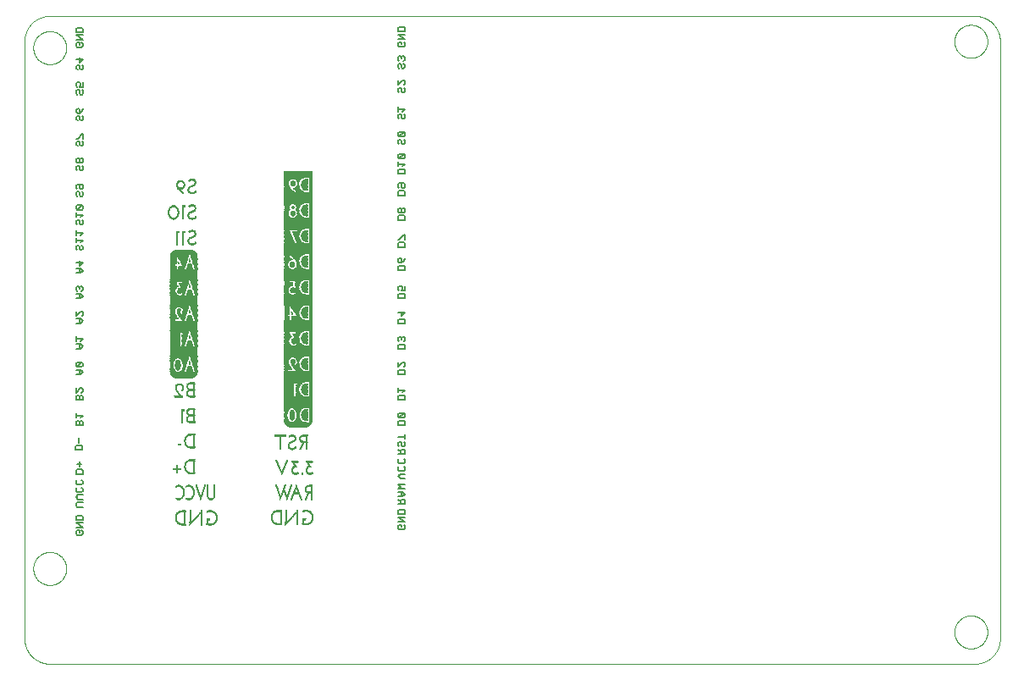
<source format=gbo>
G75*
%MOIN*%
%OFA0B0*%
%FSLAX25Y25*%
%IPPOS*%
%LPD*%
%AMOC8*
5,1,8,0,0,1.08239X$1,22.5*
%
%ADD10C,0.00000*%
%ADD11R,0.00070X0.00070*%
%ADD12R,0.00140X0.00070*%
%ADD13R,0.01050X0.00070*%
%ADD14R,0.01680X0.00070*%
%ADD15R,0.00210X0.00070*%
%ADD16R,0.00630X0.00070*%
%ADD17R,0.01600X0.00070*%
%ADD18R,0.02030X0.00070*%
%ADD19R,0.00280X0.00070*%
%ADD20R,0.02020X0.00070*%
%ADD21R,0.02310X0.00069*%
%ADD22R,0.00350X0.00069*%
%ADD23R,0.00630X0.00069*%
%ADD24R,0.02300X0.00069*%
%ADD25R,0.02450X0.00070*%
%ADD26R,0.00420X0.00070*%
%ADD27R,0.02650X0.00070*%
%ADD28R,0.02590X0.00070*%
%ADD29R,0.00490X0.00070*%
%ADD30R,0.00630X0.00070*%
%ADD31R,0.02930X0.00070*%
%ADD32R,0.02720X0.00070*%
%ADD33R,0.00560X0.00070*%
%ADD34R,0.03070X0.00070*%
%ADD35R,0.02860X0.00070*%
%ADD36R,0.03210X0.00070*%
%ADD37R,0.03000X0.00070*%
%ADD38R,0.00700X0.00070*%
%ADD39R,0.01180X0.00070*%
%ADD40R,0.01540X0.00070*%
%ADD41R,0.00770X0.00070*%
%ADD42R,0.00840X0.00070*%
%ADD43R,0.01190X0.00070*%
%ADD44R,0.01320X0.00070*%
%ADD45R,0.00840X0.00070*%
%ADD46R,0.01110X0.00069*%
%ADD47R,0.00910X0.00069*%
%ADD48R,0.00980X0.00069*%
%ADD49R,0.01040X0.00070*%
%ADD50R,0.00980X0.00070*%
%ADD51R,0.00970X0.00070*%
%ADD52R,0.01050X0.00070*%
%ADD53R,0.00910X0.00070*%
%ADD54R,0.00900X0.00070*%
%ADD55R,0.01120X0.00070*%
%ADD56R,0.00770X0.00070*%
%ADD57R,0.01260X0.00070*%
%ADD58R,0.00770X0.00070*%
%ADD59R,0.00700X0.00069*%
%ADD60R,0.00770X0.00069*%
%ADD61R,0.00700X0.00070*%
%ADD62R,0.00690X0.00070*%
%ADD63R,0.00690X0.00070*%
%ADD64R,0.01460X0.00070*%
%ADD65R,0.00690X0.00069*%
%ADD66R,0.01460X0.00069*%
%ADD67R,0.00760X0.00070*%
%ADD68R,0.00760X0.00070*%
%ADD69R,0.01460X0.00070*%
%ADD70R,0.01390X0.00070*%
%ADD71R,0.01390X0.00070*%
%ADD72R,0.00690X0.00070*%
%ADD73R,0.01320X0.00070*%
%ADD74R,0.01180X0.00070*%
%ADD75R,0.00770X0.00069*%
%ADD76R,0.00560X0.00070*%
%ADD77R,0.00770X0.00070*%
%ADD78R,0.01330X0.00070*%
%ADD79R,0.00840X0.00070*%
%ADD80R,0.01260X0.00070*%
%ADD81R,0.01190X0.00070*%
%ADD82R,0.01120X0.00070*%
%ADD83R,0.00970X0.00069*%
%ADD84R,0.01050X0.00069*%
%ADD85R,0.01040X0.00070*%
%ADD86R,0.00980X0.00070*%
%ADD87R,0.01110X0.00070*%
%ADD88R,0.00910X0.00070*%
%ADD89R,0.00070X0.00070*%
%ADD90R,0.01250X0.00070*%
%ADD91R,0.01390X0.00070*%
%ADD92R,0.00830X0.00070*%
%ADD93R,0.03070X0.00070*%
%ADD94R,0.03070X0.00070*%
%ADD95R,0.00490X0.00070*%
%ADD96R,0.02930X0.00070*%
%ADD97R,0.02590X0.00069*%
%ADD98R,0.00420X0.00069*%
%ADD99R,0.02790X0.00069*%
%ADD100R,0.00350X0.00070*%
%ADD101R,0.02510X0.00070*%
%ADD102R,0.02240X0.00070*%
%ADD103R,0.00350X0.00070*%
%ADD104R,0.02230X0.00070*%
%ADD105R,0.01810X0.00070*%
%ADD106R,0.01610X0.00070*%
%ADD107R,0.00210X0.00070*%
%ADD108R,0.01320X0.00070*%
%ADD109R,0.00140X0.00070*%
%ADD110R,0.00070X0.00070*%
%ADD111R,0.00140X0.00070*%
%ADD112R,0.01400X0.00070*%
%ADD113R,0.00140X0.00070*%
%ADD114R,0.01610X0.00070*%
%ADD115R,0.01880X0.00069*%
%ADD116R,0.01960X0.00069*%
%ADD117R,0.00280X0.00069*%
%ADD118R,0.01820X0.00069*%
%ADD119R,0.02160X0.00070*%
%ADD120R,0.02090X0.00070*%
%ADD121R,0.02300X0.00070*%
%ADD122R,0.02170X0.00070*%
%ADD123R,0.02300X0.00070*%
%ADD124R,0.02370X0.00070*%
%ADD125R,0.02310X0.00070*%
%ADD126R,0.02370X0.00070*%
%ADD127R,0.02370X0.00070*%
%ADD128R,0.00420X0.00070*%
%ADD129R,0.02450X0.00070*%
%ADD130R,0.00410X0.00070*%
%ADD131R,0.00900X0.00070*%
%ADD132R,0.00200X0.00070*%
%ADD133R,0.00840X0.00070*%
%ADD134R,0.00280X0.00070*%
%ADD135R,0.00830X0.00070*%
%ADD136R,0.00060X0.00069*%
%ADD137R,0.00070X0.00069*%
%ADD138R,0.00760X0.00069*%
%ADD139R,0.00490X0.00070*%
%ADD140R,0.00420X0.00070*%
%ADD141R,0.00420X0.00070*%
%ADD142R,0.00560X0.00069*%
%ADD143R,0.00490X0.00069*%
%ADD144R,0.00490X0.00069*%
%ADD145R,0.00420X0.00069*%
%ADD146R,0.00490X0.00070*%
%ADD147R,0.00690X0.00069*%
%ADD148R,0.00130X0.00070*%
%ADD149R,0.00200X0.00070*%
%ADD150R,0.00410X0.00070*%
%ADD151R,0.02370X0.00070*%
%ADD152R,0.02230X0.00070*%
%ADD153R,0.02090X0.00069*%
%ADD154R,0.01880X0.00070*%
%ADD155R,0.01890X0.00070*%
%ADD156R,0.01680X0.00070*%
%ADD157R,0.01330X0.00070*%
%ADD158R,0.01400X0.00070*%
%ADD159R,0.01610X0.00069*%
%ADD160R,0.02730X0.00070*%
%ADD161R,0.02870X0.00070*%
%ADD162R,0.03010X0.00070*%
%ADD163R,0.03080X0.00070*%
%ADD164R,0.01330X0.00069*%
%ADD165R,0.03010X0.00070*%
%ADD166R,0.00620X0.00070*%
%ADD167R,0.03010X0.00069*%
%ADD168R,0.00620X0.00070*%
%ADD169R,0.00620X0.00070*%
%ADD170R,0.00620X0.00070*%
%ADD171R,0.00830X0.00069*%
%ADD172R,0.01120X0.00070*%
%ADD173R,0.01820X0.00070*%
%ADD174R,0.02940X0.00069*%
%ADD175R,0.02800X0.00070*%
%ADD176R,0.02730X0.00070*%
%ADD177R,0.02520X0.00070*%
%ADD178R,0.02380X0.00070*%
%ADD179R,0.02100X0.00070*%
%ADD180R,0.01750X0.00070*%
%ADD181R,0.02030X0.00070*%
%ADD182R,0.02240X0.00070*%
%ADD183R,0.02870X0.00070*%
%ADD184R,0.03080X0.00069*%
%ADD185R,0.01540X0.00070*%
%ADD186R,0.01540X0.00069*%
%ADD187R,0.00690X0.00070*%
%ADD188R,0.00620X0.00069*%
%ADD189R,0.01820X0.00070*%
%ADD190R,0.02940X0.00070*%
%ADD191R,0.02800X0.00070*%
%ADD192R,0.02380X0.00070*%
%ADD193R,0.02100X0.00070*%
%ADD194R,0.01750X0.00070*%
%ADD195R,0.02660X0.00070*%
%ADD196R,0.02940X0.00070*%
%ADD197R,0.01540X0.00070*%
%ADD198R,0.01120X0.00070*%
%ADD199R,0.02660X0.00070*%
%ADD200R,0.02450X0.00069*%
%ADD201R,0.01190X0.00070*%
%ADD202R,0.01190X0.00070*%
%ADD203R,0.01190X0.00069*%
%ADD204R,0.01400X0.00069*%
%ADD205R,0.02310X0.00070*%
%ADD206R,0.01960X0.00070*%
%ADD207R,0.03570X0.00070*%
%ADD208R,0.03500X0.00070*%
%ADD209R,0.03430X0.00070*%
%ADD210R,0.02520X0.00070*%
%ADD211R,0.03360X0.00070*%
%ADD212R,0.03290X0.00070*%
%ADD213R,0.03220X0.00070*%
%ADD214R,0.03150X0.00069*%
%ADD215R,0.00840X0.00069*%
%ADD216R,0.02170X0.00070*%
%ADD217R,0.02030X0.00069*%
%ADD218R,0.01470X0.00070*%
%ADD219R,0.06640X0.00070*%
%ADD220R,0.07200X0.00070*%
%ADD221R,0.07690X0.00070*%
%ADD222R,0.07970X0.00070*%
%ADD223R,0.08250X0.00070*%
%ADD224R,0.08530X0.00070*%
%ADD225R,0.08740X0.00069*%
%ADD226R,0.08880X0.00070*%
%ADD227R,0.09090X0.00070*%
%ADD228R,0.09230X0.00070*%
%ADD229R,0.09370X0.00070*%
%ADD230R,0.09510X0.00070*%
%ADD231R,0.09650X0.00070*%
%ADD232R,0.09720X0.00070*%
%ADD233R,0.09860X0.00070*%
%ADD234R,0.10000X0.00069*%
%ADD235R,0.10060X0.00070*%
%ADD236R,0.10130X0.00070*%
%ADD237R,0.10200X0.00070*%
%ADD238R,0.10270X0.00070*%
%ADD239R,0.10340X0.00070*%
%ADD240R,0.10410X0.00070*%
%ADD241R,0.10480X0.00070*%
%ADD242R,0.10480X0.00069*%
%ADD243R,0.10550X0.00070*%
%ADD244R,0.10620X0.00070*%
%ADD245R,0.10690X0.00070*%
%ADD246R,0.10690X0.00070*%
%ADD247R,0.10760X0.00070*%
%ADD248R,0.10760X0.00070*%
%ADD249R,0.02930X0.00069*%
%ADD250R,0.07270X0.00069*%
%ADD251R,0.02720X0.00070*%
%ADD252R,0.01890X0.00070*%
%ADD253R,0.02580X0.00070*%
%ADD254R,0.02870X0.00070*%
%ADD255R,0.02440X0.00070*%
%ADD256R,0.02160X0.00070*%
%ADD257R,0.01470X0.00070*%
%ADD258R,0.01190X0.00069*%
%ADD259R,0.02590X0.00070*%
%ADD260R,0.01950X0.00070*%
%ADD261R,0.01880X0.00070*%
%ADD262R,0.01810X0.00070*%
%ADD263R,0.01740X0.00070*%
%ADD264R,0.01740X0.00069*%
%ADD265R,0.01260X0.00069*%
%ADD266R,0.02240X0.00069*%
%ADD267R,0.01670X0.00070*%
%ADD268R,0.01670X0.00070*%
%ADD269R,0.01600X0.00070*%
%ADD270R,0.01470X0.00070*%
%ADD271R,0.01530X0.00070*%
%ADD272R,0.01890X0.00070*%
%ADD273R,0.01960X0.00070*%
%ADD274R,0.01530X0.00070*%
%ADD275R,0.01820X0.00069*%
%ADD276R,0.01390X0.00070*%
%ADD277R,0.01320X0.00070*%
%ADD278R,0.01390X0.00069*%
%ADD279R,0.01320X0.00069*%
%ADD280R,0.01470X0.00069*%
%ADD281R,0.01750X0.00069*%
%ADD282R,0.01820X0.00070*%
%ADD283R,0.01820X0.00070*%
%ADD284R,0.02380X0.00069*%
%ADD285R,0.01530X0.00069*%
%ADD286R,0.02170X0.00070*%
%ADD287R,0.01810X0.00069*%
%ADD288R,0.02170X0.00069*%
%ADD289R,0.01950X0.00070*%
%ADD290R,0.02020X0.00070*%
%ADD291R,0.01890X0.00069*%
%ADD292R,0.02020X0.00069*%
%ADD293R,0.02440X0.00070*%
%ADD294R,0.01740X0.00070*%
%ADD295R,0.02510X0.00070*%
%ADD296R,0.02510X0.00069*%
%ADD297R,0.02650X0.00070*%
%ADD298R,0.02860X0.00070*%
%ADD299R,0.02090X0.00070*%
%ADD300R,0.02230X0.00069*%
%ADD301R,0.03140X0.00069*%
%ADD302R,0.02730X0.00069*%
%ADD303R,0.03210X0.00070*%
%ADD304R,0.03420X0.00070*%
%ADD305R,0.03560X0.00070*%
%ADD306R,0.03700X0.00070*%
%ADD307R,0.03980X0.00070*%
%ADD308R,0.07470X0.00070*%
%ADD309R,0.07540X0.00070*%
%ADD310R,0.07540X0.00069*%
%ADD311R,0.07540X0.00070*%
%ADD312R,0.07610X0.00070*%
%ADD313R,0.07610X0.00070*%
%ADD314R,0.07680X0.00070*%
%ADD315R,0.03080X0.00070*%
%ADD316R,0.10830X0.00070*%
%ADD317R,0.10830X0.00069*%
%ADD318R,0.10830X0.00070*%
%ADD319R,0.03980X0.00070*%
%ADD320R,0.02870X0.00070*%
%ADD321R,0.03980X0.00069*%
%ADD322R,0.01120X0.00069*%
%ADD323R,0.02660X0.00069*%
%ADD324R,0.01890X0.00069*%
%ADD325R,0.01670X0.00070*%
%ADD326R,0.01670X0.00070*%
%ADD327R,0.01950X0.00069*%
%ADD328R,0.02020X0.00070*%
%ADD329R,0.02020X0.00070*%
%ADD330R,0.02170X0.00070*%
%ADD331R,0.02440X0.00070*%
%ADD332R,0.00070X0.00070*%
%ADD333R,0.02520X0.00069*%
%ADD334R,0.07470X0.00070*%
%ADD335R,0.07680X0.00070*%
%ADD336R,0.03350X0.00070*%
%ADD337R,0.03350X0.00070*%
%ADD338R,0.03280X0.00069*%
%ADD339R,0.03140X0.00070*%
%ADD340R,0.03000X0.00070*%
%ADD341R,0.02790X0.00070*%
%ADD342R,0.02520X0.00070*%
%ADD343R,0.02790X0.00070*%
%ADD344R,0.02720X0.00070*%
%ADD345R,0.02580X0.00069*%
%ADD346R,0.01680X0.00069*%
%ADD347R,0.02580X0.00070*%
%ADD348R,0.01470X0.00070*%
%ADD349R,0.03280X0.00070*%
%ADD350R,0.02160X0.00069*%
%ADD351R,0.02100X0.00069*%
%ADD352R,0.01120X0.00069*%
%ADD353R,0.02790X0.00069*%
%ADD354R,0.03630X0.00070*%
%ADD355R,0.07470X0.00069*%
%ADD356R,0.03490X0.00070*%
%ADD357R,0.06780X0.00070*%
%ADD358R,0.03280X0.00070*%
%ADD359R,0.03140X0.00070*%
%ADD360R,0.02860X0.00069*%
%ADD361R,0.02440X0.00069*%
%ADD362R,0.03150X0.00070*%
%ADD363R,0.01470X0.00069*%
%ADD364R,0.03220X0.00070*%
%ADD365R,0.03220X0.00070*%
%ADD366R,0.03290X0.00070*%
%ADD367R,0.03290X0.00070*%
%ADD368R,0.03290X0.00070*%
%ADD369R,0.03350X0.00069*%
%ADD370R,0.03210X0.00069*%
%ADD371R,0.02650X0.00069*%
%ADD372R,0.03070X0.00069*%
%ADD373R,0.03420X0.00070*%
%ADD374R,0.03560X0.00070*%
%ADD375R,0.03560X0.00069*%
%ADD376R,0.03700X0.00070*%
%ADD377R,0.03840X0.00070*%
%ADD378R,0.02720X0.00070*%
%ADD379R,0.02870X0.00069*%
%ADD380R,0.07680X0.00069*%
%ADD381R,0.02520X0.00069*%
%ADD382R,0.02800X0.00069*%
%ADD383R,0.00070X0.00069*%
%ADD384R,0.03700X0.00069*%
%ADD385R,0.03770X0.00070*%
%ADD386R,0.03910X0.00070*%
%ADD387R,0.03910X0.00070*%
%ADD388R,0.04120X0.00070*%
%ADD389R,0.04190X0.00070*%
%ADD390R,0.04260X0.00070*%
%ADD391R,0.04330X0.00069*%
%ADD392R,0.04400X0.00070*%
%ADD393R,0.04470X0.00070*%
%ADD394R,0.04540X0.00070*%
%ADD395R,0.04540X0.00070*%
%ADD396R,0.04680X0.00070*%
%ADD397R,0.04750X0.00070*%
%ADD398R,0.04750X0.00070*%
%ADD399R,0.04890X0.00069*%
%ADD400R,0.07470X0.00070*%
%ADD401R,0.07470X0.00070*%
%ADD402R,0.02870X0.00069*%
%ADD403R,0.10410X0.00070*%
%ADD404R,0.10340X0.00070*%
%ADD405R,0.10000X0.00070*%
%ADD406R,0.09930X0.00070*%
%ADD407R,0.09790X0.00069*%
%ADD408R,0.09720X0.00070*%
%ADD409R,0.09580X0.00070*%
%ADD410R,0.09440X0.00070*%
%ADD411R,0.09300X0.00070*%
%ADD412R,0.09160X0.00070*%
%ADD413R,0.09020X0.00070*%
%ADD414R,0.08810X0.00070*%
%ADD415R,0.08670X0.00069*%
%ADD416R,0.08390X0.00070*%
%ADD417R,0.08180X0.00070*%
%ADD418R,0.07900X0.00070*%
%ADD419R,0.07480X0.00070*%
%ADD420R,0.07060X0.00070*%
%ADD421R,0.06080X0.00070*%
%ADD422R,0.00840X0.00069*%
%ADD423R,0.02520X0.00070*%
%ADD424R,0.01040X0.00070*%
%ADD425R,0.01110X0.00070*%
%ADD426R,0.00970X0.00070*%
%ADD427R,0.00970X0.00070*%
%ADD428R,0.00970X0.00070*%
%ADD429R,0.01040X0.00070*%
%ADD430R,0.00550X0.00070*%
%ADD431R,0.00480X0.00070*%
%ADD432R,0.00140X0.00069*%
%ADD433R,0.00140X0.00069*%
%ADD434R,0.00550X0.00069*%
%ADD435R,0.00550X0.00070*%
%ADD436R,0.00480X0.00070*%
%ADD437R,0.00480X0.00069*%
%ADD438R,0.00620X0.00069*%
%ADD439R,0.02590X0.00070*%
%ADD440R,0.01040X0.00069*%
%ADD441R,0.04620X0.00070*%
%ADD442R,0.04620X0.00070*%
%ADD443R,0.02590X0.00070*%
%ADD444R,0.04620X0.00069*%
%ADD445R,0.06710X0.00070*%
%ADD446R,0.07130X0.00070*%
%ADD447R,0.07550X0.00070*%
%ADD448R,0.08110X0.00070*%
%ADD449R,0.08390X0.00070*%
%ADD450R,0.08670X0.00070*%
%ADD451R,0.08810X0.00069*%
%ADD452R,0.09230X0.00070*%
%ADD453R,0.09370X0.00070*%
%ADD454R,0.09650X0.00070*%
%ADD455R,0.09790X0.00070*%
%ADD456R,0.09930X0.00070*%
%ADD457R,0.10070X0.00070*%
%ADD458R,0.10210X0.00070*%
%ADD459R,0.10350X0.00070*%
%ADD460R,0.10350X0.00070*%
%ADD461R,0.10490X0.00070*%
%ADD462R,0.10490X0.00070*%
%ADD463R,0.10630X0.00070*%
%ADD464R,0.10630X0.00069*%
%ADD465R,0.10770X0.00070*%
%ADD466R,0.10770X0.00070*%
%ADD467R,0.10840X0.00070*%
%ADD468R,0.08460X0.00070*%
%ADD469R,0.04330X0.00070*%
%ADD470R,0.04050X0.00070*%
%ADD471R,0.01600X0.00069*%
%ADD472R,0.02170X0.00069*%
%ADD473R,0.01250X0.00070*%
%ADD474R,0.01180X0.00069*%
%ADD475R,0.03770X0.00070*%
%ADD476R,0.04190X0.00069*%
%ADD477R,0.07690X0.00070*%
%ADD478R,0.08180X0.00070*%
%ADD479R,0.11190X0.00070*%
%ADD480R,0.11190X0.00070*%
%ADD481R,0.11190X0.00069*%
%ADD482R,0.03920X0.00070*%
%ADD483R,0.03920X0.00070*%
%ADD484R,0.03920X0.00069*%
%ADD485R,0.01670X0.00069*%
%ADD486R,0.01320X0.00069*%
%ADD487R,0.07270X0.00070*%
%ADD488R,0.07340X0.00069*%
%ADD489R,0.07550X0.00070*%
%ADD490R,0.07900X0.00070*%
%ADD491R,0.03290X0.00069*%
%ADD492R,0.00970X0.00069*%
%ADD493R,0.03070X0.00070*%
%ADD494R,0.03420X0.00069*%
%ADD495R,0.07340X0.00070*%
%ADD496R,0.07690X0.00070*%
%ADD497R,0.03430X0.00070*%
%ADD498R,0.07270X0.00070*%
%ADD499R,0.03150X0.00070*%
%ADD500R,0.04400X0.00070*%
%ADD501R,0.02020X0.00069*%
%ADD502R,0.02090X0.00070*%
%ADD503R,0.03630X0.00070*%
%ADD504R,0.03630X0.00069*%
%ADD505R,0.03490X0.00070*%
%ADD506R,0.03490X0.00069*%
%ADD507R,0.02790X0.00070*%
%ADD508R,0.05660X0.00070*%
%ADD509R,0.05170X0.00069*%
%ADD510R,0.04890X0.00070*%
%ADD511R,0.04470X0.00070*%
%ADD512R,0.04330X0.00070*%
%ADD513R,0.04190X0.00070*%
%ADD514R,0.04120X0.00070*%
%ADD515R,0.03910X0.00069*%
%ADD516R,0.02370X0.00069*%
%ADD517R,0.03420X0.00070*%
%ADD518R,0.04050X0.00070*%
%ADD519R,0.04120X0.00070*%
%ADD520R,0.04610X0.00069*%
%ADD521R,0.04960X0.00070*%
%ADD522R,0.07340X0.00070*%
%ADD523R,0.03840X0.00070*%
%ADD524R,0.03840X0.00069*%
%ADD525R,0.03840X0.00070*%
%ADD526R,0.03770X0.00070*%
%ADD527R,0.03840X0.00070*%
%ADD528R,0.03770X0.00069*%
%ADD529R,0.01670X0.00069*%
%ADD530R,0.03570X0.00070*%
%ADD531R,0.03570X0.00070*%
%ADD532R,0.03570X0.00069*%
%ADD533R,0.07270X0.00070*%
%ADD534R,0.08180X0.00069*%
%ADD535R,0.07620X0.00069*%
%ADD536R,0.03420X0.00070*%
%ADD537R,0.01890X0.00070*%
%ADD538R,0.03070X0.00069*%
%ADD539R,0.03490X0.00070*%
%ADD540R,0.04610X0.00070*%
%ADD541R,0.07130X0.00070*%
%ADD542R,0.04270X0.00070*%
%ADD543R,0.04270X0.00070*%
%ADD544R,0.04200X0.00070*%
%ADD545R,0.04200X0.00070*%
%ADD546R,0.04130X0.00070*%
%ADD547R,0.04130X0.00070*%
%ADD548R,0.04130X0.00069*%
%ADD549R,0.04060X0.00070*%
%ADD550R,0.04060X0.00070*%
%ADD551R,0.03990X0.00070*%
%ADD552R,0.03990X0.00070*%
%ADD553R,0.03850X0.00069*%
%ADD554R,0.03850X0.00070*%
%ADD555R,0.03780X0.00070*%
%ADD556R,0.03780X0.00070*%
%ADD557R,0.03710X0.00070*%
%ADD558R,0.03710X0.00070*%
%ADD559R,0.03640X0.00070*%
%ADD560R,0.01740X0.00070*%
%ADD561R,0.03640X0.00070*%
%ADD562R,0.01740X0.00070*%
%ADD563R,0.03500X0.00070*%
%ADD564R,0.03360X0.00069*%
%ADD565R,0.03360X0.00070*%
%ADD566R,0.07900X0.00069*%
%ADD567R,0.04610X0.00070*%
%ADD568R,0.00900X0.00069*%
%ADD569R,0.02090X0.00070*%
%ADD570R,0.03490X0.00070*%
%ADD571R,0.07690X0.00069*%
%ADD572R,0.04340X0.00070*%
%ADD573R,0.06780X0.00070*%
%ADD574R,0.03850X0.00070*%
%ADD575R,0.03780X0.00069*%
%ADD576R,0.02440X0.00070*%
%ADD577R,0.02790X0.00070*%
%ADD578R,0.01540X0.00070*%
%ADD579R,0.07550X0.00069*%
%ADD580C,0.00500*%
D10*
X0031333Y0038750D02*
X0031333Y0273750D01*
X0031336Y0273992D01*
X0031345Y0274233D01*
X0031359Y0274474D01*
X0031380Y0274715D01*
X0031406Y0274955D01*
X0031438Y0275195D01*
X0031476Y0275434D01*
X0031519Y0275671D01*
X0031569Y0275908D01*
X0031624Y0276143D01*
X0031684Y0276377D01*
X0031751Y0276609D01*
X0031822Y0276840D01*
X0031900Y0277069D01*
X0031983Y0277296D01*
X0032071Y0277521D01*
X0032165Y0277744D01*
X0032264Y0277964D01*
X0032369Y0278182D01*
X0032478Y0278397D01*
X0032593Y0278610D01*
X0032713Y0278820D01*
X0032838Y0279026D01*
X0032968Y0279230D01*
X0033103Y0279431D01*
X0033243Y0279628D01*
X0033387Y0279822D01*
X0033536Y0280012D01*
X0033690Y0280198D01*
X0033848Y0280381D01*
X0034010Y0280560D01*
X0034177Y0280735D01*
X0034348Y0280906D01*
X0034523Y0281073D01*
X0034702Y0281235D01*
X0034885Y0281393D01*
X0035071Y0281547D01*
X0035261Y0281696D01*
X0035455Y0281840D01*
X0035652Y0281980D01*
X0035853Y0282115D01*
X0036057Y0282245D01*
X0036263Y0282370D01*
X0036473Y0282490D01*
X0036686Y0282605D01*
X0036901Y0282714D01*
X0037119Y0282819D01*
X0037339Y0282918D01*
X0037562Y0283012D01*
X0037787Y0283100D01*
X0038014Y0283183D01*
X0038243Y0283261D01*
X0038474Y0283332D01*
X0038706Y0283399D01*
X0038940Y0283459D01*
X0039175Y0283514D01*
X0039412Y0283564D01*
X0039649Y0283607D01*
X0039888Y0283645D01*
X0040128Y0283677D01*
X0040368Y0283703D01*
X0040609Y0283724D01*
X0040850Y0283738D01*
X0041091Y0283747D01*
X0041333Y0283750D01*
X0405333Y0283750D01*
X0405575Y0283747D01*
X0405816Y0283738D01*
X0406057Y0283724D01*
X0406298Y0283703D01*
X0406538Y0283677D01*
X0406778Y0283645D01*
X0407017Y0283607D01*
X0407254Y0283564D01*
X0407491Y0283514D01*
X0407726Y0283459D01*
X0407960Y0283399D01*
X0408192Y0283332D01*
X0408423Y0283261D01*
X0408652Y0283183D01*
X0408879Y0283100D01*
X0409104Y0283012D01*
X0409327Y0282918D01*
X0409547Y0282819D01*
X0409765Y0282714D01*
X0409980Y0282605D01*
X0410193Y0282490D01*
X0410403Y0282370D01*
X0410609Y0282245D01*
X0410813Y0282115D01*
X0411014Y0281980D01*
X0411211Y0281840D01*
X0411405Y0281696D01*
X0411595Y0281547D01*
X0411781Y0281393D01*
X0411964Y0281235D01*
X0412143Y0281073D01*
X0412318Y0280906D01*
X0412489Y0280735D01*
X0412656Y0280560D01*
X0412818Y0280381D01*
X0412976Y0280198D01*
X0413130Y0280012D01*
X0413279Y0279822D01*
X0413423Y0279628D01*
X0413563Y0279431D01*
X0413698Y0279230D01*
X0413828Y0279026D01*
X0413953Y0278820D01*
X0414073Y0278610D01*
X0414188Y0278397D01*
X0414297Y0278182D01*
X0414402Y0277964D01*
X0414501Y0277744D01*
X0414595Y0277521D01*
X0414683Y0277296D01*
X0414766Y0277069D01*
X0414844Y0276840D01*
X0414915Y0276609D01*
X0414982Y0276377D01*
X0415042Y0276143D01*
X0415097Y0275908D01*
X0415147Y0275671D01*
X0415190Y0275434D01*
X0415228Y0275195D01*
X0415260Y0274955D01*
X0415286Y0274715D01*
X0415307Y0274474D01*
X0415321Y0274233D01*
X0415330Y0273992D01*
X0415333Y0273750D01*
X0415333Y0038750D01*
X0415330Y0038508D01*
X0415321Y0038267D01*
X0415307Y0038026D01*
X0415286Y0037785D01*
X0415260Y0037545D01*
X0415228Y0037305D01*
X0415190Y0037066D01*
X0415147Y0036829D01*
X0415097Y0036592D01*
X0415042Y0036357D01*
X0414982Y0036123D01*
X0414915Y0035891D01*
X0414844Y0035660D01*
X0414766Y0035431D01*
X0414683Y0035204D01*
X0414595Y0034979D01*
X0414501Y0034756D01*
X0414402Y0034536D01*
X0414297Y0034318D01*
X0414188Y0034103D01*
X0414073Y0033890D01*
X0413953Y0033680D01*
X0413828Y0033474D01*
X0413698Y0033270D01*
X0413563Y0033069D01*
X0413423Y0032872D01*
X0413279Y0032678D01*
X0413130Y0032488D01*
X0412976Y0032302D01*
X0412818Y0032119D01*
X0412656Y0031940D01*
X0412489Y0031765D01*
X0412318Y0031594D01*
X0412143Y0031427D01*
X0411964Y0031265D01*
X0411781Y0031107D01*
X0411595Y0030953D01*
X0411405Y0030804D01*
X0411211Y0030660D01*
X0411014Y0030520D01*
X0410813Y0030385D01*
X0410609Y0030255D01*
X0410403Y0030130D01*
X0410193Y0030010D01*
X0409980Y0029895D01*
X0409765Y0029786D01*
X0409547Y0029681D01*
X0409327Y0029582D01*
X0409104Y0029488D01*
X0408879Y0029400D01*
X0408652Y0029317D01*
X0408423Y0029239D01*
X0408192Y0029168D01*
X0407960Y0029101D01*
X0407726Y0029041D01*
X0407491Y0028986D01*
X0407254Y0028936D01*
X0407017Y0028893D01*
X0406778Y0028855D01*
X0406538Y0028823D01*
X0406298Y0028797D01*
X0406057Y0028776D01*
X0405816Y0028762D01*
X0405575Y0028753D01*
X0405333Y0028750D01*
X0041333Y0028750D01*
X0041091Y0028753D01*
X0040850Y0028762D01*
X0040609Y0028776D01*
X0040368Y0028797D01*
X0040128Y0028823D01*
X0039888Y0028855D01*
X0039649Y0028893D01*
X0039412Y0028936D01*
X0039175Y0028986D01*
X0038940Y0029041D01*
X0038706Y0029101D01*
X0038474Y0029168D01*
X0038243Y0029239D01*
X0038014Y0029317D01*
X0037787Y0029400D01*
X0037562Y0029488D01*
X0037339Y0029582D01*
X0037119Y0029681D01*
X0036901Y0029786D01*
X0036686Y0029895D01*
X0036473Y0030010D01*
X0036263Y0030130D01*
X0036057Y0030255D01*
X0035853Y0030385D01*
X0035652Y0030520D01*
X0035455Y0030660D01*
X0035261Y0030804D01*
X0035071Y0030953D01*
X0034885Y0031107D01*
X0034702Y0031265D01*
X0034523Y0031427D01*
X0034348Y0031594D01*
X0034177Y0031765D01*
X0034010Y0031940D01*
X0033848Y0032119D01*
X0033690Y0032302D01*
X0033536Y0032488D01*
X0033387Y0032678D01*
X0033243Y0032872D01*
X0033103Y0033069D01*
X0032968Y0033270D01*
X0032838Y0033474D01*
X0032713Y0033680D01*
X0032593Y0033890D01*
X0032478Y0034103D01*
X0032369Y0034318D01*
X0032264Y0034536D01*
X0032165Y0034756D01*
X0032071Y0034979D01*
X0031983Y0035204D01*
X0031900Y0035431D01*
X0031822Y0035660D01*
X0031751Y0035891D01*
X0031684Y0036123D01*
X0031624Y0036357D01*
X0031569Y0036592D01*
X0031519Y0036829D01*
X0031476Y0037066D01*
X0031438Y0037305D01*
X0031406Y0037545D01*
X0031380Y0037785D01*
X0031359Y0038026D01*
X0031345Y0038267D01*
X0031336Y0038508D01*
X0031333Y0038750D01*
X0034833Y0066250D02*
X0034835Y0066411D01*
X0034841Y0066571D01*
X0034851Y0066732D01*
X0034865Y0066892D01*
X0034883Y0067052D01*
X0034904Y0067211D01*
X0034930Y0067370D01*
X0034960Y0067528D01*
X0034993Y0067685D01*
X0035031Y0067842D01*
X0035072Y0067997D01*
X0035117Y0068151D01*
X0035166Y0068304D01*
X0035219Y0068456D01*
X0035275Y0068607D01*
X0035336Y0068756D01*
X0035399Y0068904D01*
X0035467Y0069050D01*
X0035538Y0069194D01*
X0035612Y0069336D01*
X0035690Y0069477D01*
X0035772Y0069615D01*
X0035857Y0069752D01*
X0035945Y0069886D01*
X0036037Y0070018D01*
X0036132Y0070148D01*
X0036230Y0070276D01*
X0036331Y0070401D01*
X0036435Y0070523D01*
X0036542Y0070643D01*
X0036652Y0070760D01*
X0036765Y0070875D01*
X0036881Y0070986D01*
X0037000Y0071095D01*
X0037121Y0071200D01*
X0037245Y0071303D01*
X0037371Y0071403D01*
X0037499Y0071499D01*
X0037630Y0071592D01*
X0037764Y0071682D01*
X0037899Y0071769D01*
X0038037Y0071852D01*
X0038176Y0071932D01*
X0038318Y0072008D01*
X0038461Y0072081D01*
X0038606Y0072150D01*
X0038753Y0072216D01*
X0038901Y0072278D01*
X0039051Y0072336D01*
X0039202Y0072391D01*
X0039355Y0072442D01*
X0039509Y0072489D01*
X0039664Y0072532D01*
X0039820Y0072571D01*
X0039976Y0072607D01*
X0040134Y0072638D01*
X0040292Y0072666D01*
X0040451Y0072690D01*
X0040611Y0072710D01*
X0040771Y0072726D01*
X0040931Y0072738D01*
X0041092Y0072746D01*
X0041253Y0072750D01*
X0041413Y0072750D01*
X0041574Y0072746D01*
X0041735Y0072738D01*
X0041895Y0072726D01*
X0042055Y0072710D01*
X0042215Y0072690D01*
X0042374Y0072666D01*
X0042532Y0072638D01*
X0042690Y0072607D01*
X0042846Y0072571D01*
X0043002Y0072532D01*
X0043157Y0072489D01*
X0043311Y0072442D01*
X0043464Y0072391D01*
X0043615Y0072336D01*
X0043765Y0072278D01*
X0043913Y0072216D01*
X0044060Y0072150D01*
X0044205Y0072081D01*
X0044348Y0072008D01*
X0044490Y0071932D01*
X0044629Y0071852D01*
X0044767Y0071769D01*
X0044902Y0071682D01*
X0045036Y0071592D01*
X0045167Y0071499D01*
X0045295Y0071403D01*
X0045421Y0071303D01*
X0045545Y0071200D01*
X0045666Y0071095D01*
X0045785Y0070986D01*
X0045901Y0070875D01*
X0046014Y0070760D01*
X0046124Y0070643D01*
X0046231Y0070523D01*
X0046335Y0070401D01*
X0046436Y0070276D01*
X0046534Y0070148D01*
X0046629Y0070018D01*
X0046721Y0069886D01*
X0046809Y0069752D01*
X0046894Y0069615D01*
X0046976Y0069477D01*
X0047054Y0069336D01*
X0047128Y0069194D01*
X0047199Y0069050D01*
X0047267Y0068904D01*
X0047330Y0068756D01*
X0047391Y0068607D01*
X0047447Y0068456D01*
X0047500Y0068304D01*
X0047549Y0068151D01*
X0047594Y0067997D01*
X0047635Y0067842D01*
X0047673Y0067685D01*
X0047706Y0067528D01*
X0047736Y0067370D01*
X0047762Y0067211D01*
X0047783Y0067052D01*
X0047801Y0066892D01*
X0047815Y0066732D01*
X0047825Y0066571D01*
X0047831Y0066411D01*
X0047833Y0066250D01*
X0047831Y0066089D01*
X0047825Y0065929D01*
X0047815Y0065768D01*
X0047801Y0065608D01*
X0047783Y0065448D01*
X0047762Y0065289D01*
X0047736Y0065130D01*
X0047706Y0064972D01*
X0047673Y0064815D01*
X0047635Y0064658D01*
X0047594Y0064503D01*
X0047549Y0064349D01*
X0047500Y0064196D01*
X0047447Y0064044D01*
X0047391Y0063893D01*
X0047330Y0063744D01*
X0047267Y0063596D01*
X0047199Y0063450D01*
X0047128Y0063306D01*
X0047054Y0063164D01*
X0046976Y0063023D01*
X0046894Y0062885D01*
X0046809Y0062748D01*
X0046721Y0062614D01*
X0046629Y0062482D01*
X0046534Y0062352D01*
X0046436Y0062224D01*
X0046335Y0062099D01*
X0046231Y0061977D01*
X0046124Y0061857D01*
X0046014Y0061740D01*
X0045901Y0061625D01*
X0045785Y0061514D01*
X0045666Y0061405D01*
X0045545Y0061300D01*
X0045421Y0061197D01*
X0045295Y0061097D01*
X0045167Y0061001D01*
X0045036Y0060908D01*
X0044902Y0060818D01*
X0044767Y0060731D01*
X0044629Y0060648D01*
X0044490Y0060568D01*
X0044348Y0060492D01*
X0044205Y0060419D01*
X0044060Y0060350D01*
X0043913Y0060284D01*
X0043765Y0060222D01*
X0043615Y0060164D01*
X0043464Y0060109D01*
X0043311Y0060058D01*
X0043157Y0060011D01*
X0043002Y0059968D01*
X0042846Y0059929D01*
X0042690Y0059893D01*
X0042532Y0059862D01*
X0042374Y0059834D01*
X0042215Y0059810D01*
X0042055Y0059790D01*
X0041895Y0059774D01*
X0041735Y0059762D01*
X0041574Y0059754D01*
X0041413Y0059750D01*
X0041253Y0059750D01*
X0041092Y0059754D01*
X0040931Y0059762D01*
X0040771Y0059774D01*
X0040611Y0059790D01*
X0040451Y0059810D01*
X0040292Y0059834D01*
X0040134Y0059862D01*
X0039976Y0059893D01*
X0039820Y0059929D01*
X0039664Y0059968D01*
X0039509Y0060011D01*
X0039355Y0060058D01*
X0039202Y0060109D01*
X0039051Y0060164D01*
X0038901Y0060222D01*
X0038753Y0060284D01*
X0038606Y0060350D01*
X0038461Y0060419D01*
X0038318Y0060492D01*
X0038176Y0060568D01*
X0038037Y0060648D01*
X0037899Y0060731D01*
X0037764Y0060818D01*
X0037630Y0060908D01*
X0037499Y0061001D01*
X0037371Y0061097D01*
X0037245Y0061197D01*
X0037121Y0061300D01*
X0037000Y0061405D01*
X0036881Y0061514D01*
X0036765Y0061625D01*
X0036652Y0061740D01*
X0036542Y0061857D01*
X0036435Y0061977D01*
X0036331Y0062099D01*
X0036230Y0062224D01*
X0036132Y0062352D01*
X0036037Y0062482D01*
X0035945Y0062614D01*
X0035857Y0062748D01*
X0035772Y0062885D01*
X0035690Y0063023D01*
X0035612Y0063164D01*
X0035538Y0063306D01*
X0035467Y0063450D01*
X0035399Y0063596D01*
X0035336Y0063744D01*
X0035275Y0063893D01*
X0035219Y0064044D01*
X0035166Y0064196D01*
X0035117Y0064349D01*
X0035072Y0064503D01*
X0035031Y0064658D01*
X0034993Y0064815D01*
X0034960Y0064972D01*
X0034930Y0065130D01*
X0034904Y0065289D01*
X0034883Y0065448D01*
X0034865Y0065608D01*
X0034851Y0065768D01*
X0034841Y0065929D01*
X0034835Y0066089D01*
X0034833Y0066250D01*
X0034833Y0271250D02*
X0034835Y0271411D01*
X0034841Y0271571D01*
X0034851Y0271732D01*
X0034865Y0271892D01*
X0034883Y0272052D01*
X0034904Y0272211D01*
X0034930Y0272370D01*
X0034960Y0272528D01*
X0034993Y0272685D01*
X0035031Y0272842D01*
X0035072Y0272997D01*
X0035117Y0273151D01*
X0035166Y0273304D01*
X0035219Y0273456D01*
X0035275Y0273607D01*
X0035336Y0273756D01*
X0035399Y0273904D01*
X0035467Y0274050D01*
X0035538Y0274194D01*
X0035612Y0274336D01*
X0035690Y0274477D01*
X0035772Y0274615D01*
X0035857Y0274752D01*
X0035945Y0274886D01*
X0036037Y0275018D01*
X0036132Y0275148D01*
X0036230Y0275276D01*
X0036331Y0275401D01*
X0036435Y0275523D01*
X0036542Y0275643D01*
X0036652Y0275760D01*
X0036765Y0275875D01*
X0036881Y0275986D01*
X0037000Y0276095D01*
X0037121Y0276200D01*
X0037245Y0276303D01*
X0037371Y0276403D01*
X0037499Y0276499D01*
X0037630Y0276592D01*
X0037764Y0276682D01*
X0037899Y0276769D01*
X0038037Y0276852D01*
X0038176Y0276932D01*
X0038318Y0277008D01*
X0038461Y0277081D01*
X0038606Y0277150D01*
X0038753Y0277216D01*
X0038901Y0277278D01*
X0039051Y0277336D01*
X0039202Y0277391D01*
X0039355Y0277442D01*
X0039509Y0277489D01*
X0039664Y0277532D01*
X0039820Y0277571D01*
X0039976Y0277607D01*
X0040134Y0277638D01*
X0040292Y0277666D01*
X0040451Y0277690D01*
X0040611Y0277710D01*
X0040771Y0277726D01*
X0040931Y0277738D01*
X0041092Y0277746D01*
X0041253Y0277750D01*
X0041413Y0277750D01*
X0041574Y0277746D01*
X0041735Y0277738D01*
X0041895Y0277726D01*
X0042055Y0277710D01*
X0042215Y0277690D01*
X0042374Y0277666D01*
X0042532Y0277638D01*
X0042690Y0277607D01*
X0042846Y0277571D01*
X0043002Y0277532D01*
X0043157Y0277489D01*
X0043311Y0277442D01*
X0043464Y0277391D01*
X0043615Y0277336D01*
X0043765Y0277278D01*
X0043913Y0277216D01*
X0044060Y0277150D01*
X0044205Y0277081D01*
X0044348Y0277008D01*
X0044490Y0276932D01*
X0044629Y0276852D01*
X0044767Y0276769D01*
X0044902Y0276682D01*
X0045036Y0276592D01*
X0045167Y0276499D01*
X0045295Y0276403D01*
X0045421Y0276303D01*
X0045545Y0276200D01*
X0045666Y0276095D01*
X0045785Y0275986D01*
X0045901Y0275875D01*
X0046014Y0275760D01*
X0046124Y0275643D01*
X0046231Y0275523D01*
X0046335Y0275401D01*
X0046436Y0275276D01*
X0046534Y0275148D01*
X0046629Y0275018D01*
X0046721Y0274886D01*
X0046809Y0274752D01*
X0046894Y0274615D01*
X0046976Y0274477D01*
X0047054Y0274336D01*
X0047128Y0274194D01*
X0047199Y0274050D01*
X0047267Y0273904D01*
X0047330Y0273756D01*
X0047391Y0273607D01*
X0047447Y0273456D01*
X0047500Y0273304D01*
X0047549Y0273151D01*
X0047594Y0272997D01*
X0047635Y0272842D01*
X0047673Y0272685D01*
X0047706Y0272528D01*
X0047736Y0272370D01*
X0047762Y0272211D01*
X0047783Y0272052D01*
X0047801Y0271892D01*
X0047815Y0271732D01*
X0047825Y0271571D01*
X0047831Y0271411D01*
X0047833Y0271250D01*
X0047831Y0271089D01*
X0047825Y0270929D01*
X0047815Y0270768D01*
X0047801Y0270608D01*
X0047783Y0270448D01*
X0047762Y0270289D01*
X0047736Y0270130D01*
X0047706Y0269972D01*
X0047673Y0269815D01*
X0047635Y0269658D01*
X0047594Y0269503D01*
X0047549Y0269349D01*
X0047500Y0269196D01*
X0047447Y0269044D01*
X0047391Y0268893D01*
X0047330Y0268744D01*
X0047267Y0268596D01*
X0047199Y0268450D01*
X0047128Y0268306D01*
X0047054Y0268164D01*
X0046976Y0268023D01*
X0046894Y0267885D01*
X0046809Y0267748D01*
X0046721Y0267614D01*
X0046629Y0267482D01*
X0046534Y0267352D01*
X0046436Y0267224D01*
X0046335Y0267099D01*
X0046231Y0266977D01*
X0046124Y0266857D01*
X0046014Y0266740D01*
X0045901Y0266625D01*
X0045785Y0266514D01*
X0045666Y0266405D01*
X0045545Y0266300D01*
X0045421Y0266197D01*
X0045295Y0266097D01*
X0045167Y0266001D01*
X0045036Y0265908D01*
X0044902Y0265818D01*
X0044767Y0265731D01*
X0044629Y0265648D01*
X0044490Y0265568D01*
X0044348Y0265492D01*
X0044205Y0265419D01*
X0044060Y0265350D01*
X0043913Y0265284D01*
X0043765Y0265222D01*
X0043615Y0265164D01*
X0043464Y0265109D01*
X0043311Y0265058D01*
X0043157Y0265011D01*
X0043002Y0264968D01*
X0042846Y0264929D01*
X0042690Y0264893D01*
X0042532Y0264862D01*
X0042374Y0264834D01*
X0042215Y0264810D01*
X0042055Y0264790D01*
X0041895Y0264774D01*
X0041735Y0264762D01*
X0041574Y0264754D01*
X0041413Y0264750D01*
X0041253Y0264750D01*
X0041092Y0264754D01*
X0040931Y0264762D01*
X0040771Y0264774D01*
X0040611Y0264790D01*
X0040451Y0264810D01*
X0040292Y0264834D01*
X0040134Y0264862D01*
X0039976Y0264893D01*
X0039820Y0264929D01*
X0039664Y0264968D01*
X0039509Y0265011D01*
X0039355Y0265058D01*
X0039202Y0265109D01*
X0039051Y0265164D01*
X0038901Y0265222D01*
X0038753Y0265284D01*
X0038606Y0265350D01*
X0038461Y0265419D01*
X0038318Y0265492D01*
X0038176Y0265568D01*
X0038037Y0265648D01*
X0037899Y0265731D01*
X0037764Y0265818D01*
X0037630Y0265908D01*
X0037499Y0266001D01*
X0037371Y0266097D01*
X0037245Y0266197D01*
X0037121Y0266300D01*
X0037000Y0266405D01*
X0036881Y0266514D01*
X0036765Y0266625D01*
X0036652Y0266740D01*
X0036542Y0266857D01*
X0036435Y0266977D01*
X0036331Y0267099D01*
X0036230Y0267224D01*
X0036132Y0267352D01*
X0036037Y0267482D01*
X0035945Y0267614D01*
X0035857Y0267748D01*
X0035772Y0267885D01*
X0035690Y0268023D01*
X0035612Y0268164D01*
X0035538Y0268306D01*
X0035467Y0268450D01*
X0035399Y0268596D01*
X0035336Y0268744D01*
X0035275Y0268893D01*
X0035219Y0269044D01*
X0035166Y0269196D01*
X0035117Y0269349D01*
X0035072Y0269503D01*
X0035031Y0269658D01*
X0034993Y0269815D01*
X0034960Y0269972D01*
X0034930Y0270130D01*
X0034904Y0270289D01*
X0034883Y0270448D01*
X0034865Y0270608D01*
X0034851Y0270768D01*
X0034841Y0270929D01*
X0034835Y0271089D01*
X0034833Y0271250D01*
X0397333Y0273750D02*
X0397335Y0273911D01*
X0397341Y0274071D01*
X0397351Y0274232D01*
X0397365Y0274392D01*
X0397383Y0274552D01*
X0397404Y0274711D01*
X0397430Y0274870D01*
X0397460Y0275028D01*
X0397493Y0275185D01*
X0397531Y0275342D01*
X0397572Y0275497D01*
X0397617Y0275651D01*
X0397666Y0275804D01*
X0397719Y0275956D01*
X0397775Y0276107D01*
X0397836Y0276256D01*
X0397899Y0276404D01*
X0397967Y0276550D01*
X0398038Y0276694D01*
X0398112Y0276836D01*
X0398190Y0276977D01*
X0398272Y0277115D01*
X0398357Y0277252D01*
X0398445Y0277386D01*
X0398537Y0277518D01*
X0398632Y0277648D01*
X0398730Y0277776D01*
X0398831Y0277901D01*
X0398935Y0278023D01*
X0399042Y0278143D01*
X0399152Y0278260D01*
X0399265Y0278375D01*
X0399381Y0278486D01*
X0399500Y0278595D01*
X0399621Y0278700D01*
X0399745Y0278803D01*
X0399871Y0278903D01*
X0399999Y0278999D01*
X0400130Y0279092D01*
X0400264Y0279182D01*
X0400399Y0279269D01*
X0400537Y0279352D01*
X0400676Y0279432D01*
X0400818Y0279508D01*
X0400961Y0279581D01*
X0401106Y0279650D01*
X0401253Y0279716D01*
X0401401Y0279778D01*
X0401551Y0279836D01*
X0401702Y0279891D01*
X0401855Y0279942D01*
X0402009Y0279989D01*
X0402164Y0280032D01*
X0402320Y0280071D01*
X0402476Y0280107D01*
X0402634Y0280138D01*
X0402792Y0280166D01*
X0402951Y0280190D01*
X0403111Y0280210D01*
X0403271Y0280226D01*
X0403431Y0280238D01*
X0403592Y0280246D01*
X0403753Y0280250D01*
X0403913Y0280250D01*
X0404074Y0280246D01*
X0404235Y0280238D01*
X0404395Y0280226D01*
X0404555Y0280210D01*
X0404715Y0280190D01*
X0404874Y0280166D01*
X0405032Y0280138D01*
X0405190Y0280107D01*
X0405346Y0280071D01*
X0405502Y0280032D01*
X0405657Y0279989D01*
X0405811Y0279942D01*
X0405964Y0279891D01*
X0406115Y0279836D01*
X0406265Y0279778D01*
X0406413Y0279716D01*
X0406560Y0279650D01*
X0406705Y0279581D01*
X0406848Y0279508D01*
X0406990Y0279432D01*
X0407129Y0279352D01*
X0407267Y0279269D01*
X0407402Y0279182D01*
X0407536Y0279092D01*
X0407667Y0278999D01*
X0407795Y0278903D01*
X0407921Y0278803D01*
X0408045Y0278700D01*
X0408166Y0278595D01*
X0408285Y0278486D01*
X0408401Y0278375D01*
X0408514Y0278260D01*
X0408624Y0278143D01*
X0408731Y0278023D01*
X0408835Y0277901D01*
X0408936Y0277776D01*
X0409034Y0277648D01*
X0409129Y0277518D01*
X0409221Y0277386D01*
X0409309Y0277252D01*
X0409394Y0277115D01*
X0409476Y0276977D01*
X0409554Y0276836D01*
X0409628Y0276694D01*
X0409699Y0276550D01*
X0409767Y0276404D01*
X0409830Y0276256D01*
X0409891Y0276107D01*
X0409947Y0275956D01*
X0410000Y0275804D01*
X0410049Y0275651D01*
X0410094Y0275497D01*
X0410135Y0275342D01*
X0410173Y0275185D01*
X0410206Y0275028D01*
X0410236Y0274870D01*
X0410262Y0274711D01*
X0410283Y0274552D01*
X0410301Y0274392D01*
X0410315Y0274232D01*
X0410325Y0274071D01*
X0410331Y0273911D01*
X0410333Y0273750D01*
X0410331Y0273589D01*
X0410325Y0273429D01*
X0410315Y0273268D01*
X0410301Y0273108D01*
X0410283Y0272948D01*
X0410262Y0272789D01*
X0410236Y0272630D01*
X0410206Y0272472D01*
X0410173Y0272315D01*
X0410135Y0272158D01*
X0410094Y0272003D01*
X0410049Y0271849D01*
X0410000Y0271696D01*
X0409947Y0271544D01*
X0409891Y0271393D01*
X0409830Y0271244D01*
X0409767Y0271096D01*
X0409699Y0270950D01*
X0409628Y0270806D01*
X0409554Y0270664D01*
X0409476Y0270523D01*
X0409394Y0270385D01*
X0409309Y0270248D01*
X0409221Y0270114D01*
X0409129Y0269982D01*
X0409034Y0269852D01*
X0408936Y0269724D01*
X0408835Y0269599D01*
X0408731Y0269477D01*
X0408624Y0269357D01*
X0408514Y0269240D01*
X0408401Y0269125D01*
X0408285Y0269014D01*
X0408166Y0268905D01*
X0408045Y0268800D01*
X0407921Y0268697D01*
X0407795Y0268597D01*
X0407667Y0268501D01*
X0407536Y0268408D01*
X0407402Y0268318D01*
X0407267Y0268231D01*
X0407129Y0268148D01*
X0406990Y0268068D01*
X0406848Y0267992D01*
X0406705Y0267919D01*
X0406560Y0267850D01*
X0406413Y0267784D01*
X0406265Y0267722D01*
X0406115Y0267664D01*
X0405964Y0267609D01*
X0405811Y0267558D01*
X0405657Y0267511D01*
X0405502Y0267468D01*
X0405346Y0267429D01*
X0405190Y0267393D01*
X0405032Y0267362D01*
X0404874Y0267334D01*
X0404715Y0267310D01*
X0404555Y0267290D01*
X0404395Y0267274D01*
X0404235Y0267262D01*
X0404074Y0267254D01*
X0403913Y0267250D01*
X0403753Y0267250D01*
X0403592Y0267254D01*
X0403431Y0267262D01*
X0403271Y0267274D01*
X0403111Y0267290D01*
X0402951Y0267310D01*
X0402792Y0267334D01*
X0402634Y0267362D01*
X0402476Y0267393D01*
X0402320Y0267429D01*
X0402164Y0267468D01*
X0402009Y0267511D01*
X0401855Y0267558D01*
X0401702Y0267609D01*
X0401551Y0267664D01*
X0401401Y0267722D01*
X0401253Y0267784D01*
X0401106Y0267850D01*
X0400961Y0267919D01*
X0400818Y0267992D01*
X0400676Y0268068D01*
X0400537Y0268148D01*
X0400399Y0268231D01*
X0400264Y0268318D01*
X0400130Y0268408D01*
X0399999Y0268501D01*
X0399871Y0268597D01*
X0399745Y0268697D01*
X0399621Y0268800D01*
X0399500Y0268905D01*
X0399381Y0269014D01*
X0399265Y0269125D01*
X0399152Y0269240D01*
X0399042Y0269357D01*
X0398935Y0269477D01*
X0398831Y0269599D01*
X0398730Y0269724D01*
X0398632Y0269852D01*
X0398537Y0269982D01*
X0398445Y0270114D01*
X0398357Y0270248D01*
X0398272Y0270385D01*
X0398190Y0270523D01*
X0398112Y0270664D01*
X0398038Y0270806D01*
X0397967Y0270950D01*
X0397899Y0271096D01*
X0397836Y0271244D01*
X0397775Y0271393D01*
X0397719Y0271544D01*
X0397666Y0271696D01*
X0397617Y0271849D01*
X0397572Y0272003D01*
X0397531Y0272158D01*
X0397493Y0272315D01*
X0397460Y0272472D01*
X0397430Y0272630D01*
X0397404Y0272789D01*
X0397383Y0272948D01*
X0397365Y0273108D01*
X0397351Y0273268D01*
X0397341Y0273429D01*
X0397335Y0273589D01*
X0397333Y0273750D01*
X0397333Y0041250D02*
X0397335Y0041411D01*
X0397341Y0041571D01*
X0397351Y0041732D01*
X0397365Y0041892D01*
X0397383Y0042052D01*
X0397404Y0042211D01*
X0397430Y0042370D01*
X0397460Y0042528D01*
X0397493Y0042685D01*
X0397531Y0042842D01*
X0397572Y0042997D01*
X0397617Y0043151D01*
X0397666Y0043304D01*
X0397719Y0043456D01*
X0397775Y0043607D01*
X0397836Y0043756D01*
X0397899Y0043904D01*
X0397967Y0044050D01*
X0398038Y0044194D01*
X0398112Y0044336D01*
X0398190Y0044477D01*
X0398272Y0044615D01*
X0398357Y0044752D01*
X0398445Y0044886D01*
X0398537Y0045018D01*
X0398632Y0045148D01*
X0398730Y0045276D01*
X0398831Y0045401D01*
X0398935Y0045523D01*
X0399042Y0045643D01*
X0399152Y0045760D01*
X0399265Y0045875D01*
X0399381Y0045986D01*
X0399500Y0046095D01*
X0399621Y0046200D01*
X0399745Y0046303D01*
X0399871Y0046403D01*
X0399999Y0046499D01*
X0400130Y0046592D01*
X0400264Y0046682D01*
X0400399Y0046769D01*
X0400537Y0046852D01*
X0400676Y0046932D01*
X0400818Y0047008D01*
X0400961Y0047081D01*
X0401106Y0047150D01*
X0401253Y0047216D01*
X0401401Y0047278D01*
X0401551Y0047336D01*
X0401702Y0047391D01*
X0401855Y0047442D01*
X0402009Y0047489D01*
X0402164Y0047532D01*
X0402320Y0047571D01*
X0402476Y0047607D01*
X0402634Y0047638D01*
X0402792Y0047666D01*
X0402951Y0047690D01*
X0403111Y0047710D01*
X0403271Y0047726D01*
X0403431Y0047738D01*
X0403592Y0047746D01*
X0403753Y0047750D01*
X0403913Y0047750D01*
X0404074Y0047746D01*
X0404235Y0047738D01*
X0404395Y0047726D01*
X0404555Y0047710D01*
X0404715Y0047690D01*
X0404874Y0047666D01*
X0405032Y0047638D01*
X0405190Y0047607D01*
X0405346Y0047571D01*
X0405502Y0047532D01*
X0405657Y0047489D01*
X0405811Y0047442D01*
X0405964Y0047391D01*
X0406115Y0047336D01*
X0406265Y0047278D01*
X0406413Y0047216D01*
X0406560Y0047150D01*
X0406705Y0047081D01*
X0406848Y0047008D01*
X0406990Y0046932D01*
X0407129Y0046852D01*
X0407267Y0046769D01*
X0407402Y0046682D01*
X0407536Y0046592D01*
X0407667Y0046499D01*
X0407795Y0046403D01*
X0407921Y0046303D01*
X0408045Y0046200D01*
X0408166Y0046095D01*
X0408285Y0045986D01*
X0408401Y0045875D01*
X0408514Y0045760D01*
X0408624Y0045643D01*
X0408731Y0045523D01*
X0408835Y0045401D01*
X0408936Y0045276D01*
X0409034Y0045148D01*
X0409129Y0045018D01*
X0409221Y0044886D01*
X0409309Y0044752D01*
X0409394Y0044615D01*
X0409476Y0044477D01*
X0409554Y0044336D01*
X0409628Y0044194D01*
X0409699Y0044050D01*
X0409767Y0043904D01*
X0409830Y0043756D01*
X0409891Y0043607D01*
X0409947Y0043456D01*
X0410000Y0043304D01*
X0410049Y0043151D01*
X0410094Y0042997D01*
X0410135Y0042842D01*
X0410173Y0042685D01*
X0410206Y0042528D01*
X0410236Y0042370D01*
X0410262Y0042211D01*
X0410283Y0042052D01*
X0410301Y0041892D01*
X0410315Y0041732D01*
X0410325Y0041571D01*
X0410331Y0041411D01*
X0410333Y0041250D01*
X0410331Y0041089D01*
X0410325Y0040929D01*
X0410315Y0040768D01*
X0410301Y0040608D01*
X0410283Y0040448D01*
X0410262Y0040289D01*
X0410236Y0040130D01*
X0410206Y0039972D01*
X0410173Y0039815D01*
X0410135Y0039658D01*
X0410094Y0039503D01*
X0410049Y0039349D01*
X0410000Y0039196D01*
X0409947Y0039044D01*
X0409891Y0038893D01*
X0409830Y0038744D01*
X0409767Y0038596D01*
X0409699Y0038450D01*
X0409628Y0038306D01*
X0409554Y0038164D01*
X0409476Y0038023D01*
X0409394Y0037885D01*
X0409309Y0037748D01*
X0409221Y0037614D01*
X0409129Y0037482D01*
X0409034Y0037352D01*
X0408936Y0037224D01*
X0408835Y0037099D01*
X0408731Y0036977D01*
X0408624Y0036857D01*
X0408514Y0036740D01*
X0408401Y0036625D01*
X0408285Y0036514D01*
X0408166Y0036405D01*
X0408045Y0036300D01*
X0407921Y0036197D01*
X0407795Y0036097D01*
X0407667Y0036001D01*
X0407536Y0035908D01*
X0407402Y0035818D01*
X0407267Y0035731D01*
X0407129Y0035648D01*
X0406990Y0035568D01*
X0406848Y0035492D01*
X0406705Y0035419D01*
X0406560Y0035350D01*
X0406413Y0035284D01*
X0406265Y0035222D01*
X0406115Y0035164D01*
X0405964Y0035109D01*
X0405811Y0035058D01*
X0405657Y0035011D01*
X0405502Y0034968D01*
X0405346Y0034929D01*
X0405190Y0034893D01*
X0405032Y0034862D01*
X0404874Y0034834D01*
X0404715Y0034810D01*
X0404555Y0034790D01*
X0404395Y0034774D01*
X0404235Y0034762D01*
X0404074Y0034754D01*
X0403913Y0034750D01*
X0403753Y0034750D01*
X0403592Y0034754D01*
X0403431Y0034762D01*
X0403271Y0034774D01*
X0403111Y0034790D01*
X0402951Y0034810D01*
X0402792Y0034834D01*
X0402634Y0034862D01*
X0402476Y0034893D01*
X0402320Y0034929D01*
X0402164Y0034968D01*
X0402009Y0035011D01*
X0401855Y0035058D01*
X0401702Y0035109D01*
X0401551Y0035164D01*
X0401401Y0035222D01*
X0401253Y0035284D01*
X0401106Y0035350D01*
X0400961Y0035419D01*
X0400818Y0035492D01*
X0400676Y0035568D01*
X0400537Y0035648D01*
X0400399Y0035731D01*
X0400264Y0035818D01*
X0400130Y0035908D01*
X0399999Y0036001D01*
X0399871Y0036097D01*
X0399745Y0036197D01*
X0399621Y0036300D01*
X0399500Y0036405D01*
X0399381Y0036514D01*
X0399265Y0036625D01*
X0399152Y0036740D01*
X0399042Y0036857D01*
X0398935Y0036977D01*
X0398831Y0037099D01*
X0398730Y0037224D01*
X0398632Y0037352D01*
X0398537Y0037482D01*
X0398445Y0037614D01*
X0398357Y0037748D01*
X0398272Y0037885D01*
X0398190Y0038023D01*
X0398112Y0038164D01*
X0398038Y0038306D01*
X0397967Y0038450D01*
X0397899Y0038596D01*
X0397836Y0038744D01*
X0397775Y0038893D01*
X0397719Y0039044D01*
X0397666Y0039196D01*
X0397617Y0039349D01*
X0397572Y0039503D01*
X0397531Y0039658D01*
X0397493Y0039815D01*
X0397460Y0039972D01*
X0397430Y0040130D01*
X0397404Y0040289D01*
X0397383Y0040448D01*
X0397365Y0040608D01*
X0397351Y0040768D01*
X0397341Y0040929D01*
X0397335Y0041089D01*
X0397333Y0041250D01*
D11*
X0134678Y0093232D03*
X0100678Y0093022D03*
X0096298Y0083029D03*
X0096378Y0147669D03*
X0096378Y0147739D03*
X0096378Y0157732D03*
X0096378Y0167865D03*
X0096378Y0177858D03*
X0096378Y0177928D03*
X0096378Y0187921D03*
X0091838Y0186872D03*
X0096238Y0198333D03*
X0096238Y0208396D03*
X0093728Y0213567D03*
X0136538Y0167096D03*
X0136538Y0167026D03*
D12*
X0136573Y0166956D03*
X0096343Y0167655D03*
X0096343Y0157662D03*
X0096343Y0147599D03*
X0096343Y0177788D03*
X0096343Y0187781D03*
X0098793Y0214755D03*
X0135623Y0117830D03*
X0138143Y0114056D03*
X0138493Y0105880D03*
X0144223Y0105880D03*
X0138353Y0098962D03*
X0132623Y0102945D03*
X0141103Y0088270D03*
X0096333Y0083099D03*
D13*
X0096788Y0084077D03*
X0104468Y0083099D03*
X0105868Y0083798D03*
X0095608Y0104063D03*
X0129678Y0084077D03*
X0137338Y0105880D03*
X0137478Y0116362D03*
X0144088Y0123630D03*
X0137028Y0148298D03*
X0137238Y0154587D03*
X0136958Y0174713D03*
X0136958Y0204902D03*
X0136958Y0208116D03*
X0136958Y0208256D03*
X0136958Y0208466D03*
X0098968Y0183798D03*
X0094218Y0185195D03*
X0098408Y0194070D03*
X0098968Y0173805D03*
X0098968Y0173595D03*
X0093798Y0173805D03*
X0092258Y0168074D03*
X0098968Y0163602D03*
X0098968Y0153609D03*
X0093798Y0153609D03*
X0093798Y0153749D03*
X0098968Y0143616D03*
X0098968Y0143406D03*
X0098058Y0216991D03*
D14*
X0098653Y0185754D03*
X0098653Y0185615D03*
X0098653Y0175622D03*
X0096343Y0175482D03*
X0096343Y0165419D03*
X0098653Y0165489D03*
X0098653Y0155496D03*
X0098653Y0155426D03*
X0098653Y0145503D03*
X0098653Y0145433D03*
X0096343Y0145293D03*
X0093483Y0143546D03*
X0091873Y0144664D03*
X0136993Y0147879D03*
X0142023Y0154797D03*
X0142023Y0164860D03*
X0134403Y0175272D03*
X0134403Y0175342D03*
X0134403Y0175482D03*
X0134403Y0175622D03*
X0134403Y0175761D03*
X0134403Y0175901D03*
X0134403Y0175971D03*
X0134403Y0185125D03*
X0134403Y0186383D03*
X0136853Y0185125D03*
X0142023Y0184986D03*
X0142023Y0205111D03*
X0136993Y0205251D03*
X0134403Y0205461D03*
X0134403Y0205601D03*
X0134403Y0205740D03*
X0134403Y0205810D03*
X0134403Y0205950D03*
X0134403Y0206090D03*
X0134403Y0206160D03*
X0137063Y0217061D03*
X0137063Y0218179D03*
X0142023Y0134671D03*
X0134403Y0128242D03*
X0134403Y0128172D03*
X0134403Y0124678D03*
X0142023Y0124608D03*
X0143383Y0105950D03*
X0137723Y0105950D03*
X0096033Y0093232D03*
X0093953Y0083169D03*
D15*
X0096368Y0083169D03*
X0100678Y0093232D03*
X0132168Y0093371D03*
X0134678Y0093371D03*
X0138898Y0088969D03*
X0134078Y0083239D03*
X0138318Y0098822D03*
X0139018Y0103854D03*
X0144678Y0103854D03*
X0132658Y0103085D03*
X0093518Y0136069D03*
X0096378Y0157522D03*
X0096378Y0167585D03*
X0091908Y0186593D03*
X0096378Y0187711D03*
X0136608Y0166886D03*
D16*
X0137238Y0156544D03*
X0136888Y0186733D03*
X0136958Y0207767D03*
X0098618Y0207767D03*
X0098618Y0207697D03*
X0098618Y0207557D03*
X0098478Y0207278D03*
X0098618Y0207907D03*
X0095958Y0205461D03*
X0095888Y0205321D03*
X0095888Y0205251D03*
X0095888Y0205111D03*
X0095888Y0204972D03*
X0095888Y0204832D03*
X0095958Y0204622D03*
X0093658Y0204622D03*
X0093658Y0204692D03*
X0093658Y0204832D03*
X0093658Y0204972D03*
X0093658Y0205111D03*
X0093658Y0205251D03*
X0093658Y0205321D03*
X0093658Y0205461D03*
X0093658Y0205601D03*
X0093658Y0205740D03*
X0093658Y0205810D03*
X0093658Y0205950D03*
X0093658Y0206090D03*
X0093658Y0206160D03*
X0093658Y0206369D03*
X0093658Y0206439D03*
X0093658Y0206579D03*
X0093658Y0206719D03*
X0093658Y0206789D03*
X0093658Y0206928D03*
X0093658Y0207068D03*
X0093658Y0207208D03*
X0093658Y0207278D03*
X0093658Y0207557D03*
X0093658Y0207697D03*
X0093658Y0207767D03*
X0093658Y0207907D03*
X0093658Y0208186D03*
X0091768Y0207208D03*
X0091838Y0206928D03*
X0091908Y0206579D03*
X0091908Y0206439D03*
X0091908Y0206369D03*
X0091908Y0206160D03*
X0091908Y0206090D03*
X0091908Y0205950D03*
X0091908Y0205810D03*
X0091908Y0205740D03*
X0091838Y0205601D03*
X0091838Y0205461D03*
X0091768Y0205321D03*
X0091768Y0205251D03*
X0093658Y0204343D03*
X0093658Y0204203D03*
X0093658Y0204133D03*
X0093658Y0203993D03*
X0093658Y0203854D03*
X0093658Y0203714D03*
X0093658Y0203644D03*
X0088348Y0205111D03*
X0088278Y0205251D03*
X0088278Y0205321D03*
X0088208Y0205461D03*
X0088208Y0205601D03*
X0088138Y0205740D03*
X0088138Y0205810D03*
X0088138Y0205950D03*
X0088138Y0206090D03*
X0088138Y0206160D03*
X0088138Y0206369D03*
X0088138Y0206439D03*
X0088138Y0206579D03*
X0088208Y0206928D03*
X0088278Y0207208D03*
X0091418Y0216642D03*
X0091348Y0216921D03*
X0091348Y0217061D03*
X0091348Y0217201D03*
X0094218Y0217550D03*
X0094288Y0217271D03*
X0094288Y0217201D03*
X0094288Y0217061D03*
X0094288Y0216921D03*
X0094288Y0216782D03*
X0094218Y0216572D03*
X0095958Y0215594D03*
X0095888Y0215454D03*
X0095888Y0215314D03*
X0095888Y0215244D03*
X0095888Y0215035D03*
X0095888Y0214965D03*
X0095888Y0214825D03*
X0095958Y0214685D03*
X0098548Y0217550D03*
X0098618Y0217690D03*
X0098618Y0217760D03*
X0098618Y0217900D03*
X0098548Y0218319D03*
X0096308Y0218668D03*
X0096308Y0198543D03*
X0098548Y0198193D03*
X0098618Y0197914D03*
X0098618Y0197844D03*
X0098618Y0197704D03*
X0098618Y0197564D03*
X0098618Y0197494D03*
X0098478Y0197215D03*
X0095958Y0195468D03*
X0095888Y0195328D03*
X0095888Y0195258D03*
X0095888Y0195118D03*
X0095888Y0194979D03*
X0095888Y0194839D03*
X0095888Y0194769D03*
X0093658Y0194769D03*
X0093658Y0194839D03*
X0093658Y0194979D03*
X0093658Y0195118D03*
X0093658Y0195258D03*
X0093658Y0195328D03*
X0093658Y0195468D03*
X0093658Y0195608D03*
X0093658Y0195747D03*
X0093658Y0195817D03*
X0093658Y0195957D03*
X0093658Y0196097D03*
X0093658Y0196167D03*
X0093658Y0196376D03*
X0093658Y0196446D03*
X0093658Y0196586D03*
X0093658Y0196726D03*
X0093658Y0196796D03*
X0093658Y0196935D03*
X0093658Y0197075D03*
X0093658Y0197215D03*
X0093658Y0197285D03*
X0093658Y0197494D03*
X0093658Y0197564D03*
X0093658Y0197704D03*
X0093658Y0197844D03*
X0093658Y0197914D03*
X0093658Y0198053D03*
X0093658Y0198193D03*
X0091348Y0198193D03*
X0091348Y0198053D03*
X0091348Y0197914D03*
X0091348Y0197844D03*
X0091348Y0197704D03*
X0091348Y0197564D03*
X0091348Y0197494D03*
X0091348Y0197285D03*
X0091348Y0197215D03*
X0091348Y0197075D03*
X0091348Y0196935D03*
X0091348Y0196796D03*
X0091348Y0196726D03*
X0091348Y0196586D03*
X0091348Y0196446D03*
X0091348Y0196376D03*
X0091348Y0196167D03*
X0091348Y0196097D03*
X0091348Y0195957D03*
X0091348Y0195817D03*
X0091348Y0195747D03*
X0091348Y0195608D03*
X0091348Y0195468D03*
X0091348Y0195328D03*
X0091348Y0195258D03*
X0091348Y0195118D03*
X0091348Y0194979D03*
X0091348Y0194839D03*
X0091348Y0194769D03*
X0091348Y0194629D03*
X0091348Y0194350D03*
X0091348Y0194210D03*
X0091348Y0194140D03*
X0091348Y0194000D03*
X0091348Y0193721D03*
X0091348Y0193651D03*
X0091348Y0193511D03*
X0093658Y0193511D03*
X0093658Y0193651D03*
X0093658Y0193721D03*
X0093658Y0194000D03*
X0093658Y0194140D03*
X0093658Y0194210D03*
X0093658Y0194350D03*
X0093658Y0194629D03*
X0096378Y0187082D03*
X0092118Y0185964D03*
X0096378Y0177019D03*
X0096378Y0156893D03*
X0098128Y0138654D03*
X0098128Y0138515D03*
X0098128Y0138375D03*
X0098128Y0138235D03*
X0098128Y0138165D03*
X0098128Y0137886D03*
X0098128Y0137746D03*
X0098128Y0137676D03*
X0098128Y0137536D03*
X0098128Y0137257D03*
X0098128Y0137117D03*
X0098128Y0137047D03*
X0098128Y0136907D03*
X0098128Y0136768D03*
X0098128Y0136069D03*
X0098128Y0135929D03*
X0098128Y0135789D03*
X0098128Y0135719D03*
X0098128Y0135510D03*
X0098128Y0135440D03*
X0098128Y0135300D03*
X0098128Y0135160D03*
X0098128Y0135021D03*
X0098128Y0134951D03*
X0098128Y0134811D03*
X0098128Y0134671D03*
X0098128Y0134601D03*
X0098128Y0134392D03*
X0098128Y0134322D03*
X0098128Y0134182D03*
X0098128Y0134042D03*
X0095258Y0134811D03*
X0095258Y0134951D03*
X0095258Y0135021D03*
X0095258Y0135160D03*
X0095328Y0135440D03*
X0095398Y0135510D03*
X0095538Y0135719D03*
X0095678Y0137047D03*
X0095608Y0137117D03*
X0095538Y0137257D03*
X0095468Y0137536D03*
X0095468Y0137676D03*
X0095468Y0137746D03*
X0095468Y0137886D03*
X0093728Y0137536D03*
X0093658Y0137746D03*
X0093798Y0137257D03*
X0093728Y0137047D03*
X0093728Y0136907D03*
X0093728Y0136768D03*
X0093658Y0136628D03*
X0091278Y0136139D03*
X0091278Y0136069D03*
X0091138Y0136418D03*
X0091068Y0136558D03*
X0091068Y0136628D03*
X0090998Y0136768D03*
X0090998Y0136907D03*
X0090998Y0137047D03*
X0090998Y0137117D03*
X0090998Y0137257D03*
X0098128Y0128522D03*
X0098128Y0128382D03*
X0098128Y0128242D03*
X0098128Y0128172D03*
X0098128Y0127893D03*
X0098128Y0127753D03*
X0098128Y0127683D03*
X0098128Y0127543D03*
X0098128Y0127264D03*
X0098128Y0127194D03*
X0098128Y0127054D03*
X0098128Y0126914D03*
X0098128Y0126775D03*
X0098128Y0126635D03*
X0098128Y0125936D03*
X0098128Y0125796D03*
X0098128Y0125726D03*
X0098128Y0125517D03*
X0098128Y0125447D03*
X0098128Y0125307D03*
X0098128Y0125167D03*
X0098128Y0125028D03*
X0098128Y0124958D03*
X0098128Y0124818D03*
X0098128Y0124678D03*
X0098128Y0124608D03*
X0098128Y0124329D03*
X0098128Y0124189D03*
X0098128Y0124119D03*
X0098128Y0123979D03*
X0095258Y0124818D03*
X0095258Y0124958D03*
X0095258Y0125028D03*
X0095328Y0125307D03*
X0095398Y0125447D03*
X0095398Y0125517D03*
X0095608Y0127054D03*
X0095538Y0127194D03*
X0095538Y0127264D03*
X0095468Y0127543D03*
X0095468Y0127683D03*
X0095468Y0127753D03*
X0095468Y0127893D03*
X0093308Y0127893D03*
X0093308Y0127753D03*
X0093308Y0127683D03*
X0093308Y0127543D03*
X0093308Y0127264D03*
X0093308Y0127194D03*
X0093308Y0127054D03*
X0093308Y0126914D03*
X0093308Y0126775D03*
X0093308Y0126635D03*
X0093308Y0126565D03*
X0093308Y0126425D03*
X0093308Y0126285D03*
X0093308Y0126146D03*
X0093308Y0126076D03*
X0093308Y0125936D03*
X0093308Y0125796D03*
X0093308Y0125726D03*
X0093308Y0125517D03*
X0093308Y0125447D03*
X0093308Y0125307D03*
X0093308Y0125167D03*
X0093308Y0125028D03*
X0093308Y0124958D03*
X0093308Y0124818D03*
X0093308Y0124678D03*
X0093308Y0124608D03*
X0093308Y0124329D03*
X0093308Y0124189D03*
X0093308Y0124119D03*
X0093308Y0123979D03*
X0093308Y0123840D03*
X0093308Y0123700D03*
X0093308Y0123560D03*
X0093308Y0123490D03*
X0094568Y0116921D03*
X0094568Y0116782D03*
X0094568Y0116642D03*
X0094498Y0116572D03*
X0094498Y0116432D03*
X0094498Y0116292D03*
X0094498Y0116153D03*
X0094498Y0116083D03*
X0094498Y0115943D03*
X0094568Y0115803D03*
X0094568Y0115733D03*
X0094568Y0115594D03*
X0098128Y0115594D03*
X0098128Y0115733D03*
X0098128Y0115803D03*
X0098128Y0115943D03*
X0098128Y0116083D03*
X0098128Y0116153D03*
X0098128Y0116292D03*
X0098128Y0116432D03*
X0098128Y0116572D03*
X0098128Y0116642D03*
X0098128Y0116782D03*
X0098128Y0116921D03*
X0098128Y0117061D03*
X0098128Y0117201D03*
X0098128Y0117271D03*
X0098128Y0117550D03*
X0098128Y0117690D03*
X0098128Y0117760D03*
X0098128Y0117900D03*
X0098128Y0118179D03*
X0098128Y0118319D03*
X0098128Y0118389D03*
X0098128Y0118529D03*
X0098128Y0115454D03*
X0098128Y0115314D03*
X0098128Y0115244D03*
X0098128Y0115035D03*
X0098128Y0114965D03*
X0098128Y0114825D03*
X0098128Y0114685D03*
X0098128Y0114615D03*
X0098128Y0114336D03*
X0098128Y0114196D03*
X0098128Y0114126D03*
X0098128Y0113986D03*
X0098128Y0108396D03*
X0098128Y0108326D03*
X0098128Y0108186D03*
X0098128Y0107907D03*
X0098128Y0107767D03*
X0098128Y0107697D03*
X0098128Y0107557D03*
X0098128Y0107278D03*
X0098128Y0107208D03*
X0098128Y0107068D03*
X0098128Y0106928D03*
X0098128Y0106789D03*
X0098128Y0106719D03*
X0098128Y0106579D03*
X0098128Y0106439D03*
X0098128Y0106369D03*
X0098128Y0106160D03*
X0098128Y0106090D03*
X0098128Y0105950D03*
X0098128Y0105810D03*
X0098128Y0105740D03*
X0098128Y0105601D03*
X0098128Y0105461D03*
X0098128Y0105321D03*
X0098128Y0105251D03*
X0098128Y0105111D03*
X0098128Y0104972D03*
X0098128Y0104832D03*
X0098128Y0104692D03*
X0098128Y0104622D03*
X0098128Y0104343D03*
X0098128Y0104203D03*
X0098128Y0104133D03*
X0098128Y0103993D03*
X0094568Y0105461D03*
X0094568Y0105601D03*
X0094568Y0105740D03*
X0094498Y0105950D03*
X0094498Y0106090D03*
X0094498Y0106160D03*
X0094498Y0106369D03*
X0094498Y0106439D03*
X0094568Y0106579D03*
X0094568Y0106719D03*
X0094568Y0106789D03*
X0091278Y0106579D03*
X0091278Y0106439D03*
X0091278Y0106369D03*
X0091278Y0106160D03*
X0091278Y0106090D03*
X0091278Y0105950D03*
X0091278Y0105810D03*
X0091278Y0105740D03*
X0091278Y0105601D03*
X0091278Y0104832D03*
X0091278Y0104692D03*
X0091278Y0104622D03*
X0091278Y0104343D03*
X0091278Y0104203D03*
X0091278Y0104133D03*
X0091278Y0103993D03*
X0091278Y0103854D03*
X0091278Y0103714D03*
X0093478Y0097914D03*
X0093548Y0097844D03*
X0093688Y0094350D03*
X0093618Y0094210D03*
X0093548Y0094140D03*
X0097528Y0094140D03*
X0097598Y0097704D03*
X0097528Y0097844D03*
X0097458Y0097914D03*
X0096578Y0088829D03*
X0096578Y0088689D03*
X0096578Y0088550D03*
X0096578Y0088410D03*
X0096578Y0088340D03*
X0096578Y0088200D03*
X0096578Y0088060D03*
X0096578Y0087921D03*
X0096578Y0087851D03*
X0096578Y0087711D03*
X0096578Y0087571D03*
X0096578Y0087501D03*
X0096578Y0087292D03*
X0096578Y0087222D03*
X0096578Y0087082D03*
X0096578Y0086942D03*
X0096578Y0086872D03*
X0096578Y0086733D03*
X0096578Y0086593D03*
X0096578Y0086453D03*
X0096578Y0086383D03*
X0096578Y0086104D03*
X0096578Y0085964D03*
X0096578Y0085894D03*
X0096578Y0085754D03*
X0096578Y0085615D03*
X0096578Y0085475D03*
X0096578Y0085335D03*
X0096578Y0085265D03*
X0096578Y0085125D03*
X0096578Y0084986D03*
X0096578Y0084846D03*
X0096578Y0084776D03*
X0096578Y0084636D03*
X0097278Y0084357D03*
X0094478Y0084357D03*
X0094478Y0084217D03*
X0094478Y0084147D03*
X0094478Y0084007D03*
X0094478Y0083728D03*
X0094478Y0084636D03*
X0094478Y0084776D03*
X0094478Y0084846D03*
X0094478Y0084986D03*
X0094478Y0085125D03*
X0094478Y0085265D03*
X0094478Y0085335D03*
X0094478Y0085475D03*
X0094478Y0085615D03*
X0094478Y0085754D03*
X0094478Y0085894D03*
X0094478Y0085964D03*
X0094478Y0086104D03*
X0094478Y0086383D03*
X0094478Y0086453D03*
X0094478Y0086593D03*
X0094478Y0086733D03*
X0094478Y0086872D03*
X0094478Y0086942D03*
X0094478Y0087082D03*
X0094478Y0087222D03*
X0094478Y0087292D03*
X0094478Y0087501D03*
X0094478Y0087571D03*
X0094478Y0087711D03*
X0094478Y0087851D03*
X0094478Y0087921D03*
X0094478Y0088060D03*
X0094478Y0088200D03*
X0091058Y0086942D03*
X0090988Y0086733D03*
X0090918Y0086593D03*
X0090918Y0086453D03*
X0090918Y0086383D03*
X0090918Y0086104D03*
X0090918Y0085964D03*
X0090918Y0085894D03*
X0090918Y0085754D03*
X0090918Y0085615D03*
X0090918Y0085475D03*
X0090988Y0085335D03*
X0090988Y0085265D03*
X0091058Y0085125D03*
X0100978Y0085125D03*
X0100978Y0084986D03*
X0100978Y0084846D03*
X0100978Y0084776D03*
X0100978Y0084636D03*
X0100978Y0084357D03*
X0100978Y0084217D03*
X0100978Y0084147D03*
X0100978Y0084007D03*
X0100978Y0083728D03*
X0100978Y0083658D03*
X0100978Y0083518D03*
X0100978Y0083378D03*
X0100978Y0083239D03*
X0100978Y0083169D03*
X0100978Y0085265D03*
X0100978Y0085335D03*
X0100978Y0085475D03*
X0100978Y0085615D03*
X0100978Y0085754D03*
X0100978Y0085894D03*
X0100978Y0085964D03*
X0100978Y0086104D03*
X0100978Y0086383D03*
X0100978Y0086453D03*
X0100978Y0086593D03*
X0100978Y0086733D03*
X0100978Y0086872D03*
X0100978Y0086942D03*
X0100978Y0087082D03*
X0100978Y0087222D03*
X0100978Y0087292D03*
X0100978Y0088410D03*
X0103288Y0084846D03*
X0103288Y0084776D03*
X0103288Y0084636D03*
X0103288Y0084357D03*
X0103288Y0084217D03*
X0103288Y0084147D03*
X0103288Y0084007D03*
X0106848Y0084846D03*
X0106918Y0084986D03*
X0106988Y0085265D03*
X0107058Y0085335D03*
X0107058Y0085475D03*
X0107058Y0085615D03*
X0107128Y0085754D03*
X0107128Y0085894D03*
X0107128Y0085964D03*
X0107128Y0086104D03*
X0107058Y0086383D03*
X0107058Y0086453D03*
X0107058Y0086593D03*
X0106988Y0086733D03*
X0106988Y0086872D03*
X0106918Y0086942D03*
X0106778Y0087292D03*
X0128628Y0086593D03*
X0128628Y0086453D03*
X0128628Y0086383D03*
X0128628Y0086104D03*
X0128628Y0085964D03*
X0128628Y0085894D03*
X0128628Y0085754D03*
X0128698Y0085475D03*
X0128768Y0085265D03*
X0128698Y0086733D03*
X0128698Y0086872D03*
X0128768Y0087082D03*
X0128838Y0087222D03*
X0132168Y0094000D03*
X0134678Y0094000D03*
X0133428Y0097215D03*
X0133428Y0097285D03*
X0133078Y0104622D03*
X0133218Y0104972D03*
X0133288Y0105111D03*
X0133358Y0105251D03*
X0133358Y0105321D03*
X0133428Y0105461D03*
X0133498Y0105601D03*
X0133568Y0105740D03*
X0133568Y0105810D03*
X0133638Y0105950D03*
X0133708Y0106090D03*
X0133848Y0106439D03*
X0133918Y0106579D03*
X0133988Y0106719D03*
X0133988Y0106789D03*
X0134678Y0108396D03*
X0134748Y0108536D03*
X0137198Y0107697D03*
X0137268Y0107557D03*
X0137478Y0107278D03*
X0137478Y0107208D03*
X0137688Y0106928D03*
X0137758Y0106789D03*
X0137758Y0106719D03*
X0137898Y0106579D03*
X0136778Y0105251D03*
X0136708Y0105111D03*
X0136708Y0104972D03*
X0136708Y0104832D03*
X0136708Y0104692D03*
X0136708Y0104622D03*
X0136778Y0104203D03*
X0132168Y0104622D03*
X0132098Y0104832D03*
X0132028Y0104972D03*
X0131958Y0105111D03*
X0131888Y0105251D03*
X0131888Y0105321D03*
X0131818Y0105461D03*
X0131748Y0105601D03*
X0131678Y0105740D03*
X0131678Y0105810D03*
X0131608Y0105950D03*
X0131538Y0106090D03*
X0131538Y0106160D03*
X0131398Y0106439D03*
X0131328Y0106579D03*
X0131258Y0106789D03*
X0131188Y0106928D03*
X0131118Y0107068D03*
X0131048Y0107278D03*
X0130908Y0107557D03*
X0130838Y0107767D03*
X0130768Y0107907D03*
X0130558Y0108396D03*
X0131958Y0113008D03*
X0131958Y0113078D03*
X0131958Y0113218D03*
X0131958Y0113357D03*
X0131958Y0113497D03*
X0131958Y0113567D03*
X0131958Y0113707D03*
X0131958Y0113847D03*
X0131958Y0113986D03*
X0131958Y0114126D03*
X0131958Y0114196D03*
X0131958Y0114336D03*
X0131958Y0114615D03*
X0131958Y0114685D03*
X0131958Y0114825D03*
X0131958Y0114965D03*
X0131958Y0115035D03*
X0131958Y0115244D03*
X0131958Y0115314D03*
X0131958Y0115454D03*
X0131958Y0115594D03*
X0131958Y0115733D03*
X0131958Y0115803D03*
X0131958Y0115943D03*
X0131958Y0116083D03*
X0131958Y0116153D03*
X0131958Y0116292D03*
X0131958Y0116432D03*
X0131958Y0116572D03*
X0131958Y0116642D03*
X0131958Y0116782D03*
X0131958Y0116921D03*
X0131958Y0117061D03*
X0131958Y0117201D03*
X0131958Y0117271D03*
X0131958Y0117550D03*
X0131958Y0117690D03*
X0131958Y0117760D03*
X0131958Y0117900D03*
X0135378Y0114965D03*
X0135308Y0114825D03*
X0135308Y0114685D03*
X0135238Y0114615D03*
X0135238Y0114336D03*
X0135308Y0114196D03*
X0135308Y0114126D03*
X0138108Y0113847D03*
X0140618Y0114615D03*
X0140688Y0114685D03*
X0140828Y0115035D03*
X0140968Y0115314D03*
X0141038Y0115454D03*
X0142508Y0115454D03*
X0142508Y0115314D03*
X0142508Y0115244D03*
X0142508Y0115035D03*
X0142508Y0114965D03*
X0142508Y0114825D03*
X0142508Y0114685D03*
X0142508Y0114615D03*
X0142508Y0114336D03*
X0142508Y0114196D03*
X0142508Y0114126D03*
X0142508Y0113986D03*
X0142508Y0113847D03*
X0142508Y0113707D03*
X0142508Y0113567D03*
X0142508Y0113497D03*
X0142508Y0113357D03*
X0142508Y0113218D03*
X0142508Y0113078D03*
X0142508Y0113008D03*
X0142508Y0116153D03*
X0142508Y0116292D03*
X0142508Y0116432D03*
X0142508Y0116572D03*
X0142508Y0116642D03*
X0142508Y0116782D03*
X0142508Y0116921D03*
X0142508Y0117061D03*
X0142508Y0117201D03*
X0142508Y0117271D03*
X0142508Y0117550D03*
X0142508Y0117690D03*
X0142508Y0117760D03*
X0142508Y0117900D03*
X0139858Y0117271D03*
X0139858Y0117201D03*
X0139858Y0117061D03*
X0139858Y0116921D03*
X0139858Y0116782D03*
X0137968Y0116921D03*
X0137968Y0117061D03*
X0137968Y0117271D03*
X0137968Y0117550D03*
X0137898Y0116782D03*
X0142858Y0107767D03*
X0142998Y0107557D03*
X0143138Y0107278D03*
X0143208Y0107208D03*
X0143278Y0107068D03*
X0143348Y0106928D03*
X0143418Y0106789D03*
X0143488Y0106719D03*
X0143558Y0106579D03*
X0143628Y0106439D03*
X0142438Y0105111D03*
X0142368Y0104972D03*
X0142368Y0104832D03*
X0142368Y0104692D03*
X0142368Y0104622D03*
X0142438Y0104343D03*
X0142508Y0104133D03*
X0142088Y0097844D03*
X0142018Y0097704D03*
X0142018Y0096935D03*
X0142088Y0096726D03*
X0142928Y0095328D03*
X0142718Y0094839D03*
X0142508Y0094350D03*
X0142438Y0094210D03*
X0142228Y0093721D03*
X0142088Y0093371D03*
X0142018Y0093232D03*
X0141208Y0088410D03*
X0138688Y0088550D03*
X0138688Y0087292D03*
X0138688Y0087222D03*
X0138688Y0087082D03*
X0138688Y0086942D03*
X0138688Y0086872D03*
X0138688Y0086733D03*
X0138688Y0086593D03*
X0138688Y0086453D03*
X0138688Y0086383D03*
X0138688Y0086104D03*
X0138688Y0085964D03*
X0138688Y0085894D03*
X0138688Y0085754D03*
X0138688Y0085615D03*
X0138688Y0085475D03*
X0138688Y0085335D03*
X0138688Y0085265D03*
X0138688Y0085125D03*
X0138688Y0084986D03*
X0138688Y0084846D03*
X0138688Y0084776D03*
X0138688Y0084636D03*
X0138688Y0084357D03*
X0138688Y0084217D03*
X0138688Y0084147D03*
X0138688Y0084007D03*
X0138688Y0083728D03*
X0138688Y0083658D03*
X0138688Y0083518D03*
X0138688Y0083378D03*
X0138688Y0083239D03*
X0140998Y0084007D03*
X0140998Y0084147D03*
X0140998Y0084217D03*
X0140998Y0084357D03*
X0140998Y0084636D03*
X0140998Y0084776D03*
X0140998Y0084846D03*
X0144628Y0085125D03*
X0144698Y0085265D03*
X0144698Y0085335D03*
X0144768Y0085475D03*
X0144768Y0085615D03*
X0144838Y0085754D03*
X0144838Y0085894D03*
X0144838Y0085964D03*
X0144838Y0086104D03*
X0144838Y0086383D03*
X0144838Y0086453D03*
X0144768Y0086593D03*
X0144768Y0086733D03*
X0144698Y0086872D03*
X0144698Y0086942D03*
X0144558Y0087292D03*
X0134288Y0087292D03*
X0134288Y0087222D03*
X0134288Y0087082D03*
X0134288Y0086942D03*
X0134288Y0086872D03*
X0134288Y0086733D03*
X0134288Y0086593D03*
X0134288Y0086453D03*
X0134288Y0086383D03*
X0134288Y0086104D03*
X0134288Y0085964D03*
X0134288Y0085894D03*
X0134288Y0085754D03*
X0134288Y0085615D03*
X0134288Y0085475D03*
X0134288Y0085335D03*
X0134288Y0085265D03*
X0134288Y0085125D03*
X0134288Y0084986D03*
X0134288Y0084846D03*
X0134288Y0084776D03*
X0134288Y0084636D03*
X0134288Y0083728D03*
X0134288Y0087501D03*
X0134288Y0087571D03*
X0134288Y0087711D03*
X0134288Y0087851D03*
X0134288Y0087921D03*
X0134288Y0088060D03*
X0134288Y0088200D03*
X0134288Y0088340D03*
X0134288Y0088410D03*
X0134288Y0088550D03*
X0134288Y0088689D03*
X0134288Y0088829D03*
X0134288Y0088969D03*
X0134288Y0089039D03*
D17*
X0104473Y0083169D03*
X0092523Y0083728D03*
X0138983Y0125167D03*
X0138983Y0135160D03*
X0138983Y0135300D03*
X0138983Y0137886D03*
X0139543Y0138794D03*
X0138703Y0166467D03*
X0138703Y0176460D03*
X0138703Y0176600D03*
X0138703Y0176740D03*
X0138703Y0176879D03*
X0138703Y0177019D03*
X0138703Y0177089D03*
X0138703Y0177229D03*
X0138773Y0187501D03*
X0139053Y0208536D03*
X0138843Y0216153D03*
X0139193Y0218808D03*
X0094143Y0185754D03*
X0089463Y0147669D03*
X0089463Y0144804D03*
X0089463Y0144664D03*
X0094493Y0146411D03*
X0094493Y0146551D03*
D18*
X0096378Y0144804D03*
X0098478Y0146411D03*
X0091838Y0147250D03*
X0096378Y0154797D03*
X0096378Y0154867D03*
X0098478Y0156404D03*
X0098478Y0156544D03*
X0096378Y0164860D03*
X0098478Y0166467D03*
X0098478Y0166607D03*
X0096378Y0174993D03*
X0098478Y0176600D03*
X0096378Y0184986D03*
X0098478Y0186593D03*
X0098478Y0186733D03*
X0092818Y0218529D03*
X0134578Y0218668D03*
X0134578Y0216572D03*
X0141848Y0215454D03*
X0141848Y0218668D03*
X0136958Y0205950D03*
X0136958Y0205810D03*
X0136958Y0205740D03*
X0134578Y0204692D03*
X0134578Y0206928D03*
X0134578Y0199451D03*
X0141848Y0198543D03*
X0141848Y0195328D03*
X0134578Y0188829D03*
X0134578Y0188689D03*
X0134578Y0186942D03*
X0141848Y0185265D03*
X0141848Y0178417D03*
X0134578Y0178696D03*
X0134578Y0178836D03*
X0134578Y0178976D03*
X0134578Y0179046D03*
X0134578Y0179325D03*
X0134578Y0176740D03*
X0141848Y0168354D03*
X0141848Y0165139D03*
X0134578Y0159060D03*
X0134578Y0156125D03*
X0134578Y0155985D03*
X0134578Y0155007D03*
X0134578Y0154867D03*
X0134578Y0148508D03*
X0134578Y0146411D03*
X0141848Y0145014D03*
X0141848Y0148228D03*
X0141848Y0138165D03*
X0141848Y0134951D03*
X0134578Y0128801D03*
X0136608Y0127264D03*
X0136608Y0127194D03*
X0136608Y0125517D03*
X0134578Y0124119D03*
X0104798Y0093371D03*
X0097428Y0103364D03*
X0093778Y0088829D03*
X0093778Y0083239D03*
X0097428Y0133483D03*
D19*
X0096343Y0157383D03*
X0096343Y0167515D03*
X0096343Y0177508D03*
X0096343Y0177578D03*
X0091943Y0186453D03*
X0096343Y0187571D03*
X0096273Y0198403D03*
X0098793Y0204622D03*
X0098793Y0214685D03*
X0096273Y0218529D03*
X0136993Y0207697D03*
X0136643Y0166747D03*
X0138143Y0113986D03*
X0140653Y0103085D03*
X0138353Y0098682D03*
X0132623Y0103225D03*
X0132203Y0093511D03*
X0103393Y0088200D03*
X0101153Y0088829D03*
X0100713Y0093371D03*
X0095193Y0098193D03*
X0096403Y0083239D03*
D20*
X0104473Y0083239D03*
X0131563Y0088969D03*
X0089673Y0143965D03*
X0089673Y0148368D03*
X0094563Y0147250D03*
X0139263Y0148717D03*
X0138913Y0178417D03*
X0138703Y0215943D03*
X0090023Y0208675D03*
D21*
X0098338Y0187431D03*
X0098338Y0177438D03*
X0096378Y0174503D03*
X0098338Y0167445D03*
X0096378Y0164510D03*
X0091838Y0145642D03*
X0134718Y0158570D03*
X0141708Y0168004D03*
X0141708Y0185684D03*
X0134718Y0189178D03*
X0141708Y0195677D03*
X0093638Y0083308D03*
D22*
X0096438Y0083308D03*
X0096378Y0177438D03*
X0096378Y0187431D03*
X0098758Y0194489D03*
D23*
X0095888Y0195048D03*
X0093658Y0195048D03*
X0093658Y0194489D03*
X0093658Y0193860D03*
X0093658Y0195677D03*
X0093658Y0196236D03*
X0093658Y0196865D03*
X0093658Y0197424D03*
X0093658Y0197983D03*
X0091348Y0197983D03*
X0091348Y0197424D03*
X0091348Y0196865D03*
X0091348Y0196236D03*
X0091348Y0195677D03*
X0091348Y0195048D03*
X0091348Y0194489D03*
X0091348Y0193860D03*
X0098548Y0197424D03*
X0098618Y0197983D03*
X0095888Y0205041D03*
X0093658Y0205041D03*
X0093658Y0204482D03*
X0093658Y0203923D03*
X0093658Y0205670D03*
X0093658Y0206229D03*
X0093658Y0206858D03*
X0093658Y0207417D03*
X0093658Y0208046D03*
X0091838Y0206858D03*
X0091908Y0206229D03*
X0091698Y0205041D03*
X0088348Y0205041D03*
X0088138Y0206229D03*
X0088208Y0206858D03*
X0088348Y0207417D03*
X0096308Y0208605D03*
X0098618Y0208046D03*
X0098548Y0207417D03*
X0095888Y0215104D03*
X0094288Y0216851D03*
X0094288Y0217410D03*
X0091418Y0217410D03*
X0098618Y0218039D03*
X0136958Y0206858D03*
X0136818Y0166257D03*
X0096378Y0146830D03*
X0098128Y0138584D03*
X0098128Y0138025D03*
X0098128Y0137396D03*
X0098128Y0136837D03*
X0098128Y0135649D03*
X0098128Y0135090D03*
X0098128Y0134461D03*
X0095468Y0135649D03*
X0095258Y0135090D03*
X0093728Y0136837D03*
X0093728Y0137396D03*
X0095468Y0138025D03*
X0090998Y0137396D03*
X0090998Y0136837D03*
X0091208Y0136278D03*
X0098128Y0128591D03*
X0098128Y0128032D03*
X0098128Y0127403D03*
X0098128Y0126844D03*
X0098128Y0125656D03*
X0098128Y0125097D03*
X0098128Y0124468D03*
X0095538Y0125656D03*
X0095258Y0125097D03*
X0093308Y0125097D03*
X0093308Y0125656D03*
X0093308Y0126215D03*
X0093308Y0126844D03*
X0093308Y0127403D03*
X0093308Y0128032D03*
X0093308Y0124468D03*
X0093308Y0123909D03*
X0094568Y0116851D03*
X0094498Y0116222D03*
X0094568Y0115663D03*
X0098128Y0115663D03*
X0098128Y0115104D03*
X0098128Y0114475D03*
X0098128Y0116222D03*
X0098128Y0116851D03*
X0098128Y0117410D03*
X0098128Y0118039D03*
X0098128Y0108046D03*
X0098128Y0107417D03*
X0098128Y0106858D03*
X0098128Y0106229D03*
X0098128Y0105670D03*
X0098128Y0105041D03*
X0098128Y0104482D03*
X0098128Y0103923D03*
X0094568Y0105670D03*
X0094498Y0106229D03*
X0094568Y0106858D03*
X0091278Y0106229D03*
X0091278Y0105670D03*
X0091278Y0104482D03*
X0091278Y0103923D03*
X0100678Y0093860D03*
X0103748Y0093860D03*
X0105848Y0093860D03*
X0100978Y0087431D03*
X0100978Y0086802D03*
X0100978Y0086243D03*
X0100978Y0085684D03*
X0100978Y0085055D03*
X0100978Y0084496D03*
X0100978Y0083867D03*
X0100978Y0083308D03*
X0103288Y0083867D03*
X0103288Y0084496D03*
X0106918Y0085055D03*
X0107058Y0085684D03*
X0107128Y0086243D03*
X0106988Y0086802D03*
X0096578Y0086802D03*
X0096578Y0086243D03*
X0096578Y0085684D03*
X0096578Y0085055D03*
X0096578Y0084496D03*
X0094478Y0084496D03*
X0094478Y0085055D03*
X0094478Y0085684D03*
X0094478Y0086243D03*
X0094478Y0086802D03*
X0094478Y0087431D03*
X0094478Y0087990D03*
X0096578Y0087990D03*
X0096578Y0087431D03*
X0096578Y0088619D03*
X0094478Y0083867D03*
X0091058Y0085055D03*
X0090918Y0085684D03*
X0090918Y0086243D03*
X0090988Y0086802D03*
X0128628Y0086243D03*
X0128628Y0085684D03*
X0128838Y0085055D03*
X0128698Y0086802D03*
X0134288Y0086802D03*
X0134288Y0086243D03*
X0134288Y0085684D03*
X0134288Y0085055D03*
X0134288Y0084496D03*
X0134288Y0087431D03*
X0134288Y0087990D03*
X0134288Y0088619D03*
X0138688Y0087431D03*
X0138688Y0086802D03*
X0138688Y0086243D03*
X0138688Y0085684D03*
X0138688Y0085055D03*
X0138688Y0084496D03*
X0138688Y0083867D03*
X0138688Y0083308D03*
X0140998Y0084496D03*
X0144768Y0085684D03*
X0144838Y0086243D03*
X0144768Y0086802D03*
X0144488Y0087431D03*
X0142298Y0093860D03*
X0142788Y0095048D03*
X0143068Y0095677D03*
X0142018Y0096865D03*
X0142368Y0104482D03*
X0142368Y0105041D03*
X0143418Y0106858D03*
X0143068Y0107417D03*
X0137688Y0106858D03*
X0136708Y0105041D03*
X0136708Y0104482D03*
X0133778Y0106229D03*
X0133008Y0104482D03*
X0132238Y0104482D03*
X0131748Y0105670D03*
X0131468Y0106229D03*
X0130978Y0107417D03*
X0130698Y0108046D03*
X0130488Y0108605D03*
X0134748Y0108605D03*
X0135378Y0113916D03*
X0135238Y0114475D03*
X0131958Y0114475D03*
X0131958Y0113916D03*
X0131958Y0113287D03*
X0131958Y0115104D03*
X0131958Y0115663D03*
X0131958Y0116222D03*
X0131958Y0116851D03*
X0131958Y0117410D03*
X0131958Y0118039D03*
X0137968Y0117410D03*
X0137968Y0116851D03*
X0139858Y0116851D03*
X0139858Y0117410D03*
X0142508Y0117410D03*
X0142508Y0116851D03*
X0142508Y0116222D03*
X0142508Y0115104D03*
X0142508Y0114475D03*
X0142508Y0113916D03*
X0142508Y0113287D03*
X0142508Y0118039D03*
D24*
X0139053Y0124468D03*
X0138423Y0157452D03*
X0138423Y0197424D03*
X0139123Y0209164D03*
X0090023Y0208605D03*
X0089813Y0175691D03*
X0089813Y0175062D03*
X0089813Y0166257D03*
X0094843Y0158570D03*
X0094423Y0157452D03*
X0104473Y0083308D03*
D25*
X0093568Y0083378D03*
X0093568Y0088689D03*
X0097218Y0103504D03*
X0097218Y0113567D03*
X0096378Y0144175D03*
X0098268Y0147669D03*
X0098268Y0147739D03*
X0096378Y0154168D03*
X0098268Y0157732D03*
X0096378Y0164301D03*
X0093588Y0165139D03*
X0098268Y0167725D03*
X0098268Y0167865D03*
X0096378Y0174294D03*
X0096378Y0174364D03*
X0098268Y0177858D03*
X0098268Y0177928D03*
X0096378Y0184357D03*
X0093028Y0183728D03*
X0093028Y0183658D03*
X0098268Y0187851D03*
X0098268Y0187921D03*
X0097358Y0203854D03*
X0092818Y0218319D03*
X0134788Y0215803D03*
X0141638Y0216083D03*
X0141638Y0216153D03*
X0141638Y0207907D03*
X0141638Y0206090D03*
X0141638Y0197914D03*
X0141638Y0197844D03*
X0141638Y0195957D03*
X0134788Y0198403D03*
X0134788Y0188410D03*
X0134788Y0187292D03*
X0141638Y0187851D03*
X0141638Y0187921D03*
X0141638Y0185964D03*
X0141638Y0185894D03*
X0141638Y0177858D03*
X0141638Y0177718D03*
X0141638Y0175901D03*
X0141638Y0167725D03*
X0141638Y0165768D03*
X0141638Y0157732D03*
X0141638Y0157592D03*
X0141638Y0155775D03*
X0134788Y0154168D03*
X0134788Y0158361D03*
X0141638Y0147669D03*
X0141638Y0147529D03*
X0141638Y0137536D03*
X0141638Y0127543D03*
X0141638Y0125517D03*
X0136708Y0118319D03*
X0142188Y0088829D03*
D26*
X0134713Y0093651D03*
X0135063Y0094839D03*
X0135203Y0095258D03*
X0135273Y0095468D03*
X0135973Y0097494D03*
X0136113Y0097914D03*
X0136253Y0098333D03*
X0136323Y0098543D03*
X0138353Y0098543D03*
X0133813Y0098543D03*
X0133603Y0097914D03*
X0132973Y0096097D03*
X0132763Y0095468D03*
X0132553Y0094839D03*
X0131713Y0095118D03*
X0131503Y0095747D03*
X0131363Y0096167D03*
X0131223Y0096586D03*
X0131153Y0096796D03*
X0130663Y0098193D03*
X0130453Y0098822D03*
X0132623Y0103364D03*
X0136673Y0112868D03*
X0106163Y0094769D03*
X0101623Y0096376D03*
X0101553Y0096167D03*
X0101413Y0095747D03*
X0101273Y0095328D03*
X0101203Y0095118D03*
X0100363Y0094629D03*
X0100153Y0095258D03*
X0099873Y0096097D03*
X0099663Y0096726D03*
X0099173Y0098193D03*
X0099103Y0098403D03*
X0098963Y0098822D03*
X0102113Y0097844D03*
X0101903Y0097215D03*
X0101763Y0096796D03*
X0102463Y0098892D03*
X0100713Y0093511D03*
X0095263Y0093721D03*
X0094073Y0095328D03*
X0096473Y0083378D03*
X0136713Y0166607D03*
X0096273Y0208536D03*
D27*
X0094598Y0178557D03*
X0089988Y0178347D03*
X0089988Y0176600D03*
X0089988Y0174154D03*
X0089988Y0168703D03*
X0089988Y0165489D03*
X0094598Y0168564D03*
X0089988Y0148857D03*
X0094528Y0148158D03*
X0138388Y0145433D03*
X0138458Y0145293D03*
X0139648Y0144035D03*
X0139228Y0148997D03*
X0138388Y0157872D03*
X0138388Y0157942D03*
X0138318Y0167725D03*
X0139508Y0174294D03*
X0138528Y0188340D03*
X0139928Y0194210D03*
X0138528Y0215594D03*
X0139088Y0219367D03*
X0139508Y0134042D03*
X0141498Y0118319D03*
X0141498Y0115803D03*
X0104438Y0083378D03*
D28*
X0093498Y0083448D03*
X0097148Y0103574D03*
X0097148Y0113637D03*
X0092398Y0138305D03*
X0098198Y0148088D03*
X0098198Y0158081D03*
X0096378Y0164091D03*
X0098198Y0168284D03*
X0096378Y0174084D03*
X0098198Y0178277D03*
X0093098Y0184077D03*
X0098198Y0188270D03*
X0092818Y0218249D03*
X0134858Y0219227D03*
X0141568Y0217620D03*
X0141568Y0217480D03*
X0141568Y0216712D03*
X0141568Y0216502D03*
X0141568Y0207627D03*
X0141568Y0207487D03*
X0141568Y0207348D03*
X0141568Y0206649D03*
X0141568Y0206509D03*
X0141568Y0197355D03*
X0141568Y0196656D03*
X0141568Y0196516D03*
X0141568Y0196306D03*
X0134858Y0198123D03*
X0134858Y0188270D03*
X0134858Y0187362D03*
X0141568Y0187362D03*
X0141568Y0186523D03*
X0141568Y0186313D03*
X0141568Y0177299D03*
X0141568Y0177159D03*
X0141568Y0176530D03*
X0141568Y0176320D03*
X0141568Y0176181D03*
X0141568Y0167306D03*
X0141568Y0167166D03*
X0141568Y0166327D03*
X0141568Y0166188D03*
X0134858Y0158081D03*
X0134858Y0156963D03*
X0141568Y0157173D03*
X0141568Y0157313D03*
X0141568Y0156334D03*
X0141568Y0156195D03*
X0141568Y0156055D03*
X0141568Y0147180D03*
X0141568Y0146970D03*
X0141568Y0146341D03*
X0141568Y0146202D03*
X0141568Y0146062D03*
X0134858Y0145363D03*
X0141568Y0137187D03*
X0141568Y0136977D03*
X0141568Y0136209D03*
X0141568Y0135999D03*
X0141568Y0127124D03*
X0141568Y0126984D03*
X0141568Y0126006D03*
X0141568Y0125866D03*
X0137828Y0108256D03*
X0138108Y0103574D03*
D29*
X0138318Y0098473D03*
X0138668Y0097634D03*
X0138878Y0097005D03*
X0139018Y0096656D03*
X0139508Y0095398D03*
X0139578Y0095188D03*
X0137548Y0096306D03*
X0137198Y0095398D03*
X0136918Y0094699D03*
X0136568Y0093791D03*
X0136498Y0093581D03*
X0134958Y0094559D03*
X0135028Y0094699D03*
X0135098Y0094909D03*
X0135168Y0095188D03*
X0135308Y0095538D03*
X0135448Y0096027D03*
X0135658Y0096516D03*
X0135658Y0096656D03*
X0135798Y0097005D03*
X0135868Y0097145D03*
X0136008Y0097634D03*
X0136078Y0097774D03*
X0136218Y0098263D03*
X0133778Y0098473D03*
X0133708Y0098263D03*
X0133568Y0097774D03*
X0133498Y0097634D03*
X0133148Y0096656D03*
X0133778Y0096516D03*
X0133848Y0096306D03*
X0133918Y0096027D03*
X0132798Y0095538D03*
X0132728Y0095398D03*
X0132658Y0095188D03*
X0132518Y0094699D03*
X0132448Y0094559D03*
X0132168Y0093791D03*
X0131678Y0095188D03*
X0131608Y0095398D03*
X0131468Y0095887D03*
X0131398Y0096027D03*
X0131328Y0096306D03*
X0131258Y0096516D03*
X0131048Y0097005D03*
X0131048Y0097145D03*
X0130978Y0097355D03*
X0130698Y0098123D03*
X0130628Y0098263D03*
X0130558Y0098473D03*
X0130418Y0098962D03*
X0134678Y0093791D03*
X0134218Y0083588D03*
X0106128Y0094420D03*
X0106128Y0094559D03*
X0106128Y0094699D03*
X0106198Y0094909D03*
X0106198Y0095188D03*
X0106198Y0095398D03*
X0106198Y0095538D03*
X0106198Y0095887D03*
X0106198Y0096027D03*
X0106198Y0096306D03*
X0106198Y0096516D03*
X0106198Y0096656D03*
X0106198Y0097005D03*
X0106198Y0097145D03*
X0106198Y0097355D03*
X0106198Y0097634D03*
X0106198Y0097774D03*
X0106198Y0098123D03*
X0106198Y0098263D03*
X0106198Y0098473D03*
X0106198Y0098752D03*
X0103398Y0098752D03*
X0103398Y0098473D03*
X0103398Y0098263D03*
X0103398Y0098123D03*
X0103398Y0097774D03*
X0103398Y0097634D03*
X0103398Y0097355D03*
X0103398Y0097145D03*
X0103398Y0097005D03*
X0103398Y0096656D03*
X0103398Y0096516D03*
X0103398Y0096306D03*
X0103398Y0096027D03*
X0103398Y0095887D03*
X0103398Y0095538D03*
X0103398Y0095398D03*
X0103398Y0095188D03*
X0103398Y0094909D03*
X0103398Y0094699D03*
X0103398Y0094559D03*
X0103468Y0094420D03*
X0101308Y0095398D03*
X0101448Y0095887D03*
X0101518Y0096027D03*
X0101658Y0096516D03*
X0101728Y0096656D03*
X0101868Y0097145D03*
X0102078Y0097774D03*
X0102218Y0098123D03*
X0102428Y0098752D03*
X0099348Y0097634D03*
X0099208Y0098123D03*
X0099068Y0098473D03*
X0098998Y0098752D03*
X0099558Y0097005D03*
X0099698Y0096656D03*
X0099908Y0096027D03*
X0100048Y0095538D03*
X0100118Y0095398D03*
X0100258Y0094909D03*
X0100328Y0094699D03*
X0100398Y0094559D03*
X0101028Y0094559D03*
X0098018Y0095188D03*
X0097948Y0094909D03*
X0098018Y0096656D03*
X0097948Y0097005D03*
X0097878Y0097145D03*
X0097808Y0097355D03*
X0094108Y0096516D03*
X0094108Y0096306D03*
X0093968Y0097005D03*
X0094108Y0095538D03*
X0094108Y0095398D03*
X0093968Y0094909D03*
X0096508Y0083448D03*
X0106058Y0094280D03*
X0136708Y0118738D03*
X0136608Y0128452D03*
X0096378Y0146970D03*
X0093518Y0136209D03*
X0096378Y0167166D03*
X0096378Y0177159D03*
X0092048Y0186174D03*
X0098758Y0194420D03*
X0090018Y0208955D03*
X0098758Y0214545D03*
D30*
X0098478Y0217341D03*
X0098548Y0217480D03*
X0098618Y0217620D03*
X0098618Y0217830D03*
X0098618Y0217970D03*
X0098618Y0218109D03*
X0095958Y0215524D03*
X0095888Y0215384D03*
X0095888Y0215174D03*
X0095888Y0214895D03*
X0094288Y0216712D03*
X0094288Y0216991D03*
X0094288Y0217131D03*
X0094288Y0217341D03*
X0091418Y0217480D03*
X0091348Y0217131D03*
X0091348Y0216991D03*
X0093658Y0208256D03*
X0093658Y0208116D03*
X0093658Y0207977D03*
X0093658Y0207837D03*
X0093658Y0207627D03*
X0093658Y0207487D03*
X0093658Y0207348D03*
X0093658Y0207138D03*
X0093658Y0206998D03*
X0093658Y0206649D03*
X0093658Y0206509D03*
X0093658Y0206299D03*
X0093658Y0206020D03*
X0093658Y0205880D03*
X0093658Y0205531D03*
X0093658Y0205391D03*
X0093658Y0205181D03*
X0093658Y0204902D03*
X0093658Y0204762D03*
X0093658Y0204552D03*
X0093658Y0204413D03*
X0093658Y0204273D03*
X0093658Y0204063D03*
X0093658Y0203784D03*
X0093658Y0203574D03*
X0091628Y0204902D03*
X0091838Y0205531D03*
X0091908Y0205880D03*
X0091908Y0206020D03*
X0091908Y0206299D03*
X0091908Y0206509D03*
X0091908Y0206649D03*
X0091838Y0206998D03*
X0088208Y0206998D03*
X0088138Y0206649D03*
X0088138Y0206509D03*
X0088138Y0206299D03*
X0088138Y0206020D03*
X0088138Y0205880D03*
X0088208Y0205531D03*
X0095888Y0205391D03*
X0095958Y0205531D03*
X0095888Y0205181D03*
X0095888Y0204902D03*
X0095888Y0204762D03*
X0098548Y0207487D03*
X0098618Y0207627D03*
X0098618Y0207837D03*
X0098618Y0207977D03*
X0098548Y0208256D03*
X0098618Y0197774D03*
X0098618Y0197634D03*
X0098548Y0197355D03*
X0095958Y0195398D03*
X0095888Y0195188D03*
X0095888Y0194909D03*
X0095888Y0194699D03*
X0095958Y0194559D03*
X0093658Y0194559D03*
X0093658Y0194420D03*
X0093658Y0194280D03*
X0093658Y0194070D03*
X0093658Y0193930D03*
X0093658Y0193791D03*
X0093658Y0193581D03*
X0093658Y0194699D03*
X0093658Y0194909D03*
X0093658Y0195188D03*
X0093658Y0195398D03*
X0093658Y0195538D03*
X0093658Y0195887D03*
X0093658Y0196027D03*
X0093658Y0196306D03*
X0093658Y0196516D03*
X0093658Y0196656D03*
X0093658Y0197005D03*
X0093658Y0197145D03*
X0093658Y0197355D03*
X0093658Y0197634D03*
X0093658Y0197774D03*
X0093658Y0198123D03*
X0091348Y0198123D03*
X0091348Y0197774D03*
X0091348Y0197634D03*
X0091348Y0197355D03*
X0091348Y0197145D03*
X0091348Y0197005D03*
X0091348Y0196656D03*
X0091348Y0196516D03*
X0091348Y0196306D03*
X0091348Y0196027D03*
X0091348Y0195887D03*
X0091348Y0195538D03*
X0091348Y0195398D03*
X0091348Y0195188D03*
X0091348Y0194909D03*
X0091348Y0194699D03*
X0091348Y0194559D03*
X0091348Y0194420D03*
X0091348Y0194280D03*
X0091348Y0194070D03*
X0091348Y0193930D03*
X0091348Y0193791D03*
X0091348Y0193581D03*
X0096378Y0166956D03*
X0098128Y0138445D03*
X0098128Y0138305D03*
X0098128Y0138095D03*
X0098128Y0137956D03*
X0098128Y0137816D03*
X0098128Y0137606D03*
X0098128Y0137466D03*
X0098128Y0137327D03*
X0098128Y0137187D03*
X0098128Y0136977D03*
X0098128Y0136698D03*
X0098128Y0135999D03*
X0098128Y0135859D03*
X0098128Y0135580D03*
X0098128Y0135370D03*
X0098128Y0135230D03*
X0098128Y0134881D03*
X0098128Y0134741D03*
X0098128Y0134531D03*
X0098128Y0134252D03*
X0098128Y0134112D03*
X0095258Y0134881D03*
X0095328Y0135370D03*
X0095398Y0135580D03*
X0095608Y0137187D03*
X0095538Y0137327D03*
X0095468Y0137606D03*
X0095468Y0137816D03*
X0095468Y0137956D03*
X0093728Y0137606D03*
X0093728Y0137466D03*
X0093798Y0137187D03*
X0093728Y0136977D03*
X0093658Y0136698D03*
X0093588Y0136488D03*
X0091418Y0135859D03*
X0091348Y0135999D03*
X0091208Y0136209D03*
X0091138Y0136348D03*
X0091138Y0136488D03*
X0091068Y0136698D03*
X0090998Y0136977D03*
X0090998Y0137187D03*
X0090998Y0137327D03*
X0091068Y0137606D03*
X0098128Y0128452D03*
X0098128Y0128312D03*
X0098128Y0128102D03*
X0098128Y0127963D03*
X0098128Y0127823D03*
X0098128Y0127613D03*
X0098128Y0127473D03*
X0098128Y0127334D03*
X0098128Y0127124D03*
X0098128Y0126984D03*
X0098128Y0126705D03*
X0098128Y0126006D03*
X0098128Y0125866D03*
X0098128Y0125587D03*
X0098128Y0125377D03*
X0098128Y0125237D03*
X0098128Y0124888D03*
X0098128Y0124748D03*
X0098128Y0124538D03*
X0098128Y0124399D03*
X0098128Y0124259D03*
X0098128Y0124049D03*
X0095258Y0124748D03*
X0095258Y0124888D03*
X0095328Y0125377D03*
X0095468Y0125587D03*
X0095678Y0126984D03*
X0095608Y0127124D03*
X0095468Y0127473D03*
X0095468Y0127613D03*
X0095468Y0127823D03*
X0095468Y0127963D03*
X0093308Y0127963D03*
X0093308Y0128102D03*
X0093308Y0127823D03*
X0093308Y0127613D03*
X0093308Y0127473D03*
X0093308Y0127334D03*
X0093308Y0127124D03*
X0093308Y0126984D03*
X0093308Y0126705D03*
X0093308Y0126495D03*
X0093308Y0126355D03*
X0093308Y0126006D03*
X0093308Y0125866D03*
X0093308Y0125587D03*
X0093308Y0125377D03*
X0093308Y0125237D03*
X0093308Y0124888D03*
X0093308Y0124748D03*
X0093308Y0124538D03*
X0093308Y0124399D03*
X0093308Y0124259D03*
X0093308Y0124049D03*
X0093308Y0123770D03*
X0093308Y0123630D03*
X0093308Y0123420D03*
X0094568Y0116712D03*
X0094498Y0116502D03*
X0094498Y0116362D03*
X0094498Y0116013D03*
X0094568Y0115524D03*
X0098128Y0115524D03*
X0098128Y0115384D03*
X0098128Y0115174D03*
X0098128Y0114895D03*
X0098128Y0114755D03*
X0098128Y0114545D03*
X0098128Y0114406D03*
X0098128Y0114266D03*
X0098128Y0114056D03*
X0098128Y0115873D03*
X0098128Y0116013D03*
X0098128Y0116362D03*
X0098128Y0116502D03*
X0098128Y0116712D03*
X0098128Y0116991D03*
X0098128Y0117131D03*
X0098128Y0117341D03*
X0098128Y0117480D03*
X0098128Y0117620D03*
X0098128Y0117830D03*
X0098128Y0117970D03*
X0098128Y0118109D03*
X0098128Y0118249D03*
X0098128Y0118459D03*
X0098128Y0108466D03*
X0098128Y0108256D03*
X0098128Y0108116D03*
X0098128Y0107977D03*
X0098128Y0107837D03*
X0098128Y0107627D03*
X0098128Y0107487D03*
X0098128Y0107348D03*
X0098128Y0107138D03*
X0098128Y0106998D03*
X0098128Y0106649D03*
X0098128Y0106509D03*
X0098128Y0106299D03*
X0098128Y0106020D03*
X0098128Y0105880D03*
X0098128Y0105531D03*
X0098128Y0105391D03*
X0098128Y0105181D03*
X0098128Y0104902D03*
X0098128Y0104762D03*
X0098128Y0104552D03*
X0098128Y0104413D03*
X0098128Y0104273D03*
X0098128Y0104063D03*
X0094568Y0105531D03*
X0094498Y0105880D03*
X0094498Y0106020D03*
X0094498Y0106299D03*
X0094498Y0106509D03*
X0094568Y0106649D03*
X0091278Y0106509D03*
X0091278Y0106299D03*
X0091278Y0106020D03*
X0091278Y0105880D03*
X0091278Y0105531D03*
X0091278Y0104762D03*
X0091278Y0104552D03*
X0091278Y0104413D03*
X0091278Y0104273D03*
X0091278Y0104063D03*
X0091278Y0103784D03*
X0093688Y0097634D03*
X0093478Y0094070D03*
X0097458Y0094070D03*
X0097598Y0094280D03*
X0097528Y0097774D03*
X0103678Y0093930D03*
X0105918Y0093930D03*
X0106848Y0087152D03*
X0106918Y0087012D03*
X0107058Y0086663D03*
X0107058Y0086523D03*
X0107128Y0086174D03*
X0107128Y0086034D03*
X0107128Y0085824D03*
X0107058Y0085545D03*
X0107058Y0085405D03*
X0106988Y0085195D03*
X0103288Y0084706D03*
X0103288Y0084566D03*
X0103288Y0084427D03*
X0103288Y0084287D03*
X0103288Y0084077D03*
X0103288Y0083937D03*
X0103288Y0083798D03*
X0100978Y0083798D03*
X0100978Y0083937D03*
X0100978Y0084077D03*
X0100978Y0084287D03*
X0100978Y0084427D03*
X0100978Y0084566D03*
X0100978Y0084706D03*
X0100978Y0084916D03*
X0100978Y0085195D03*
X0100978Y0085405D03*
X0100978Y0085545D03*
X0100978Y0085824D03*
X0100978Y0086034D03*
X0100978Y0086174D03*
X0100978Y0086313D03*
X0100978Y0086523D03*
X0100978Y0086663D03*
X0100978Y0087012D03*
X0100978Y0087152D03*
X0100978Y0087362D03*
X0100978Y0083588D03*
X0100978Y0083448D03*
X0097348Y0084427D03*
X0096578Y0084427D03*
X0096578Y0084566D03*
X0096578Y0084706D03*
X0096578Y0084916D03*
X0096578Y0085195D03*
X0096578Y0085405D03*
X0096578Y0085545D03*
X0096578Y0085824D03*
X0096578Y0086034D03*
X0096578Y0086174D03*
X0096578Y0086313D03*
X0096578Y0086523D03*
X0096578Y0086663D03*
X0096578Y0087012D03*
X0096578Y0087152D03*
X0096578Y0087362D03*
X0096578Y0087641D03*
X0096578Y0087781D03*
X0096578Y0088130D03*
X0096578Y0088270D03*
X0096578Y0088480D03*
X0096578Y0088759D03*
X0096578Y0088899D03*
X0094478Y0088270D03*
X0094478Y0088130D03*
X0094478Y0087781D03*
X0094478Y0087641D03*
X0094478Y0087362D03*
X0094478Y0087152D03*
X0094478Y0087012D03*
X0094478Y0086663D03*
X0094478Y0086523D03*
X0094478Y0086313D03*
X0094478Y0086174D03*
X0094478Y0086034D03*
X0094478Y0085824D03*
X0094478Y0085545D03*
X0094478Y0085405D03*
X0094478Y0085195D03*
X0094478Y0084916D03*
X0094478Y0084706D03*
X0094478Y0084566D03*
X0094478Y0084427D03*
X0094478Y0084287D03*
X0094478Y0084077D03*
X0094478Y0083937D03*
X0094478Y0083798D03*
X0096578Y0083588D03*
X0091128Y0084916D03*
X0090988Y0085195D03*
X0090988Y0085405D03*
X0090918Y0085545D03*
X0090918Y0085824D03*
X0090918Y0086034D03*
X0090918Y0086174D03*
X0090918Y0086313D03*
X0090918Y0086523D03*
X0090988Y0086663D03*
X0091058Y0087012D03*
X0091128Y0087152D03*
X0128628Y0086663D03*
X0128628Y0086523D03*
X0128628Y0086313D03*
X0128628Y0086174D03*
X0128628Y0086034D03*
X0128628Y0085824D03*
X0128698Y0085545D03*
X0128698Y0085405D03*
X0128768Y0085195D03*
X0128908Y0084916D03*
X0128768Y0087012D03*
X0132168Y0093930D03*
X0134678Y0093930D03*
X0134288Y0088899D03*
X0134288Y0088759D03*
X0134288Y0088480D03*
X0134288Y0088270D03*
X0134288Y0088130D03*
X0134288Y0087781D03*
X0134288Y0087641D03*
X0134288Y0087362D03*
X0134288Y0087152D03*
X0134288Y0087012D03*
X0134288Y0086663D03*
X0134288Y0086523D03*
X0134288Y0086313D03*
X0134288Y0086174D03*
X0134288Y0086034D03*
X0134288Y0085824D03*
X0134288Y0085545D03*
X0134288Y0085405D03*
X0134288Y0085195D03*
X0134288Y0084916D03*
X0134288Y0084706D03*
X0134288Y0084566D03*
X0138688Y0084566D03*
X0138688Y0084427D03*
X0138688Y0084287D03*
X0138688Y0084077D03*
X0138688Y0083937D03*
X0138688Y0083798D03*
X0138688Y0083588D03*
X0138688Y0083448D03*
X0138688Y0084706D03*
X0138688Y0084916D03*
X0138688Y0085195D03*
X0138688Y0085405D03*
X0138688Y0085545D03*
X0138688Y0085824D03*
X0138688Y0086034D03*
X0138688Y0086174D03*
X0138688Y0086313D03*
X0138688Y0086523D03*
X0138688Y0086663D03*
X0138688Y0087012D03*
X0138688Y0087152D03*
X0138688Y0087362D03*
X0140998Y0084916D03*
X0140998Y0084706D03*
X0140998Y0084566D03*
X0140998Y0084427D03*
X0140998Y0084287D03*
X0140998Y0084077D03*
X0140998Y0083937D03*
X0144768Y0085545D03*
X0144838Y0085824D03*
X0144838Y0086034D03*
X0144838Y0086174D03*
X0144838Y0086313D03*
X0144768Y0086663D03*
X0144698Y0087012D03*
X0144628Y0087152D03*
X0142158Y0093581D03*
X0142368Y0094070D03*
X0142578Y0094559D03*
X0142648Y0094699D03*
X0142858Y0095188D03*
X0142998Y0095538D03*
X0141948Y0097355D03*
X0142018Y0097774D03*
X0142438Y0104273D03*
X0142368Y0104552D03*
X0142368Y0104762D03*
X0142368Y0104902D03*
X0142438Y0105181D03*
X0143488Y0106649D03*
X0143278Y0106998D03*
X0143208Y0107138D03*
X0142998Y0107487D03*
X0142928Y0107627D03*
X0137898Y0106509D03*
X0137828Y0106649D03*
X0137618Y0106998D03*
X0137548Y0107138D03*
X0137408Y0107348D03*
X0137338Y0107487D03*
X0137268Y0107627D03*
X0136848Y0105391D03*
X0136708Y0104902D03*
X0136708Y0104762D03*
X0136708Y0104552D03*
X0136708Y0104413D03*
X0136778Y0104273D03*
X0133638Y0105880D03*
X0133778Y0106299D03*
X0133428Y0105391D03*
X0133218Y0104902D03*
X0133148Y0104762D03*
X0133008Y0104413D03*
X0132658Y0103574D03*
X0132098Y0104762D03*
X0131468Y0106299D03*
X0131328Y0106649D03*
X0131118Y0107138D03*
X0130978Y0107487D03*
X0130908Y0107627D03*
X0130768Y0107977D03*
X0130698Y0108116D03*
X0130628Y0108256D03*
X0130558Y0108466D03*
X0130418Y0108745D03*
X0134818Y0108745D03*
X0131958Y0112938D03*
X0131958Y0113148D03*
X0131958Y0113427D03*
X0131958Y0113637D03*
X0131958Y0113777D03*
X0131958Y0114056D03*
X0131958Y0114266D03*
X0131958Y0114406D03*
X0131958Y0114545D03*
X0131958Y0114755D03*
X0131958Y0114895D03*
X0131958Y0115174D03*
X0131958Y0115384D03*
X0131958Y0115524D03*
X0131958Y0115873D03*
X0131958Y0116013D03*
X0131958Y0116362D03*
X0131958Y0116502D03*
X0131958Y0116712D03*
X0131958Y0116991D03*
X0131958Y0117131D03*
X0131958Y0117341D03*
X0131958Y0117480D03*
X0131958Y0117620D03*
X0131958Y0117830D03*
X0131958Y0117970D03*
X0131958Y0118109D03*
X0135308Y0114895D03*
X0135308Y0114755D03*
X0135238Y0114545D03*
X0135238Y0114406D03*
X0135308Y0114056D03*
X0137968Y0116991D03*
X0137968Y0117131D03*
X0137968Y0117341D03*
X0137968Y0117480D03*
X0139858Y0117341D03*
X0139858Y0117131D03*
X0139858Y0116991D03*
X0140898Y0115174D03*
X0140758Y0114895D03*
X0140688Y0114755D03*
X0140618Y0114545D03*
X0140548Y0114406D03*
X0139858Y0112938D03*
X0142508Y0112938D03*
X0142508Y0113148D03*
X0142508Y0113427D03*
X0142508Y0113637D03*
X0142508Y0113777D03*
X0142508Y0114056D03*
X0142508Y0114266D03*
X0142508Y0114406D03*
X0142508Y0114545D03*
X0142508Y0114755D03*
X0142508Y0114895D03*
X0142508Y0115174D03*
X0142508Y0115384D03*
X0142508Y0115524D03*
X0142508Y0116362D03*
X0142508Y0116502D03*
X0142508Y0116712D03*
X0142508Y0116991D03*
X0142508Y0117131D03*
X0142508Y0117341D03*
X0142508Y0117480D03*
X0142508Y0117620D03*
X0142508Y0117830D03*
X0142508Y0117970D03*
X0142508Y0118109D03*
X0137028Y0148438D03*
X0136818Y0166327D03*
X0137028Y0176670D03*
X0136958Y0208745D03*
D31*
X0139508Y0184287D03*
X0138038Y0156334D03*
X0096348Y0143406D03*
X0094458Y0148438D03*
X0094528Y0168773D03*
X0090128Y0168913D03*
X0090128Y0173805D03*
X0090128Y0177788D03*
X0093968Y0177159D03*
X0096348Y0173595D03*
X0093968Y0187152D03*
X0104438Y0083448D03*
D32*
X0093433Y0083518D03*
X0093433Y0088550D03*
X0139683Y0143965D03*
X0094633Y0178696D03*
X0094633Y0178836D03*
X0094493Y0148228D03*
X0138493Y0188410D03*
D33*
X0136783Y0166397D03*
X0096343Y0167026D03*
X0096343Y0177089D03*
X0092083Y0186104D03*
X0091873Y0148158D03*
X0096343Y0146900D03*
X0095293Y0135300D03*
X0095293Y0125167D03*
X0094533Y0105810D03*
X0093653Y0097704D03*
X0093723Y0097564D03*
X0093793Y0097494D03*
X0093863Y0097285D03*
X0094003Y0096935D03*
X0093933Y0094839D03*
X0093863Y0094629D03*
X0097563Y0094210D03*
X0097633Y0094350D03*
X0097913Y0097075D03*
X0097843Y0097285D03*
X0097703Y0097494D03*
X0097703Y0097564D03*
X0100713Y0093721D03*
X0103573Y0094140D03*
X0103643Y0094000D03*
X0105953Y0094000D03*
X0106023Y0094140D03*
X0106093Y0094350D03*
X0104433Y0088969D03*
X0101013Y0087571D03*
X0101013Y0087501D03*
X0096543Y0084357D03*
X0096543Y0083518D03*
X0128663Y0085615D03*
X0134253Y0083658D03*
X0138723Y0087501D03*
X0138723Y0087571D03*
X0138723Y0087711D03*
X0136393Y0093371D03*
X0136463Y0093511D03*
X0136533Y0093651D03*
X0136533Y0093721D03*
X0136673Y0094000D03*
X0136743Y0094210D03*
X0136813Y0094350D03*
X0136883Y0094629D03*
X0136953Y0094769D03*
X0136953Y0094839D03*
X0137023Y0094979D03*
X0137093Y0095118D03*
X0137163Y0095258D03*
X0137163Y0095328D03*
X0137443Y0096097D03*
X0137513Y0096167D03*
X0137583Y0096376D03*
X0137583Y0096446D03*
X0137653Y0096586D03*
X0137723Y0096726D03*
X0137723Y0096796D03*
X0137793Y0096935D03*
X0137863Y0097075D03*
X0137933Y0097285D03*
X0138003Y0097494D03*
X0138003Y0097564D03*
X0138703Y0097494D03*
X0138773Y0097285D03*
X0138773Y0097215D03*
X0138843Y0097075D03*
X0138913Y0096935D03*
X0138983Y0096796D03*
X0138983Y0096726D03*
X0139053Y0096586D03*
X0139123Y0096446D03*
X0139123Y0096376D03*
X0139193Y0096167D03*
X0139543Y0095328D03*
X0139543Y0095258D03*
X0139613Y0095118D03*
X0139683Y0094979D03*
X0139753Y0094769D03*
X0139823Y0094629D03*
X0139893Y0094350D03*
X0142123Y0093511D03*
X0142193Y0093651D03*
X0142333Y0094000D03*
X0142403Y0094140D03*
X0142613Y0094629D03*
X0142683Y0094769D03*
X0142753Y0094979D03*
X0142823Y0095118D03*
X0142893Y0095258D03*
X0142963Y0095468D03*
X0143033Y0095608D03*
X0144363Y0095608D03*
X0144363Y0095468D03*
X0144363Y0095328D03*
X0144363Y0095258D03*
X0144363Y0095118D03*
X0144363Y0094979D03*
X0144363Y0094839D03*
X0144363Y0094769D03*
X0144363Y0094629D03*
X0144363Y0094350D03*
X0144363Y0094210D03*
X0144363Y0094140D03*
X0144363Y0094000D03*
X0144363Y0093721D03*
X0144363Y0093651D03*
X0144363Y0093511D03*
X0144363Y0093371D03*
X0144363Y0093232D03*
X0144363Y0096376D03*
X0144363Y0096446D03*
X0144363Y0096586D03*
X0144363Y0096726D03*
X0144363Y0096796D03*
X0144363Y0096935D03*
X0144363Y0097075D03*
X0144363Y0097215D03*
X0144363Y0097285D03*
X0144363Y0097494D03*
X0144363Y0097564D03*
X0144363Y0097704D03*
X0144363Y0097844D03*
X0144363Y0097914D03*
X0144363Y0098053D03*
X0144363Y0098193D03*
X0141983Y0097564D03*
X0141983Y0097494D03*
X0141983Y0097285D03*
X0141983Y0097215D03*
X0141983Y0097075D03*
X0138353Y0098333D03*
X0138353Y0098403D03*
X0133813Y0096376D03*
X0133883Y0096167D03*
X0133953Y0095957D03*
X0134023Y0095747D03*
X0132623Y0103504D03*
X0132273Y0104343D03*
X0132133Y0104692D03*
X0132973Y0104343D03*
X0133113Y0104692D03*
X0133183Y0104832D03*
X0133743Y0106160D03*
X0133813Y0106369D03*
X0134643Y0108326D03*
X0134783Y0108675D03*
X0134853Y0108815D03*
X0131083Y0107208D03*
X0130873Y0107697D03*
X0130663Y0108186D03*
X0130593Y0108326D03*
X0130523Y0108536D03*
X0130453Y0108675D03*
X0130383Y0108815D03*
X0131293Y0106719D03*
X0131433Y0106369D03*
X0138983Y0103714D03*
X0140653Y0103714D03*
X0138003Y0117201D03*
D34*
X0139718Y0133833D03*
X0139718Y0153958D03*
X0094458Y0148508D03*
X0093968Y0177369D03*
X0093968Y0187292D03*
X0139718Y0214336D03*
X0093258Y0088340D03*
X0104508Y0083518D03*
D35*
X0093363Y0083588D03*
X0093363Y0088480D03*
X0141393Y0116013D03*
X0138143Y0145852D03*
X0139543Y0174224D03*
X0138493Y0188480D03*
X0138353Y0198263D03*
X0139543Y0204413D03*
X0093513Y0165559D03*
X0090093Y0148927D03*
X0094493Y0148298D03*
D36*
X0090268Y0164580D03*
X0094458Y0168913D03*
X0090268Y0177159D03*
X0138248Y0168284D03*
X0138388Y0158431D03*
X0137968Y0156055D03*
X0139788Y0133763D03*
X0104578Y0083588D03*
D37*
X0093293Y0083658D03*
X0093293Y0088410D03*
X0131073Y0088550D03*
X0139123Y0124119D03*
X0139053Y0128871D03*
X0138353Y0158221D03*
X0139543Y0174154D03*
X0138353Y0198403D03*
X0139543Y0204343D03*
X0139123Y0209444D03*
X0093933Y0187222D03*
X0094003Y0177229D03*
X0090163Y0177508D03*
X0090163Y0177578D03*
X0090163Y0173735D03*
D38*
X0092433Y0174364D03*
X0096343Y0166886D03*
X0093903Y0163532D03*
X0096343Y0146761D03*
X0095573Y0138235D03*
X0095503Y0138165D03*
X0095783Y0136907D03*
X0095573Y0135789D03*
X0095293Y0134671D03*
X0095293Y0134601D03*
X0093553Y0136418D03*
X0093623Y0136558D03*
X0093763Y0137117D03*
X0093693Y0137676D03*
X0093623Y0137886D03*
X0092363Y0138864D03*
X0091103Y0137746D03*
X0091103Y0137676D03*
X0091033Y0137536D03*
X0091383Y0135929D03*
X0091453Y0135789D03*
X0091523Y0135719D03*
X0091663Y0135510D03*
X0091803Y0135300D03*
X0095573Y0128242D03*
X0095573Y0128172D03*
X0095713Y0126914D03*
X0095853Y0126775D03*
X0095573Y0125726D03*
X0095293Y0124678D03*
X0095293Y0124608D03*
X0095333Y0098333D03*
X0095333Y0093651D03*
X0093443Y0094000D03*
X0091233Y0087292D03*
X0091163Y0087222D03*
X0091093Y0087082D03*
X0091023Y0086872D03*
X0091093Y0084986D03*
X0091163Y0084846D03*
X0091163Y0084776D03*
X0091303Y0084636D03*
X0096613Y0083658D03*
X0097523Y0084636D03*
X0097663Y0084776D03*
X0098423Y0085615D03*
X0098563Y0085754D03*
X0098703Y0085894D03*
X0098773Y0085964D03*
X0099193Y0086453D03*
X0099333Y0086593D03*
X0099473Y0086733D03*
X0099613Y0086872D03*
X0099683Y0086942D03*
X0100173Y0087501D03*
X0100243Y0087571D03*
X0100943Y0088340D03*
X0100713Y0094000D03*
X0106603Y0087571D03*
X0106813Y0087222D03*
X0106883Y0087082D03*
X0106953Y0085125D03*
X0106813Y0084776D03*
X0106743Y0084636D03*
X0106533Y0084357D03*
X0128733Y0085335D03*
X0128803Y0085125D03*
X0128873Y0084986D03*
X0128943Y0084846D03*
X0129013Y0084776D03*
X0129083Y0084636D03*
X0128733Y0086942D03*
X0128873Y0087292D03*
X0129013Y0087571D03*
X0135163Y0084636D03*
X0135233Y0084776D03*
X0135303Y0084846D03*
X0135443Y0084986D03*
X0135583Y0085125D03*
X0135723Y0085265D03*
X0135793Y0085335D03*
X0135933Y0085475D03*
X0136283Y0085894D03*
X0136353Y0085964D03*
X0136493Y0086104D03*
X0136773Y0086383D03*
X0136843Y0086453D03*
X0137403Y0087082D03*
X0137543Y0087222D03*
X0137613Y0087292D03*
X0141033Y0084986D03*
X0144523Y0084846D03*
X0144593Y0084986D03*
X0144663Y0087082D03*
X0144593Y0087222D03*
X0142193Y0096586D03*
X0142053Y0096796D03*
X0142123Y0097914D03*
X0138353Y0098193D03*
X0140653Y0103225D03*
X0140653Y0103364D03*
X0140653Y0103504D03*
X0140653Y0103644D03*
X0142473Y0104203D03*
X0142613Y0103993D03*
X0142473Y0105251D03*
X0142473Y0105321D03*
X0142543Y0105461D03*
X0142893Y0107697D03*
X0137933Y0106439D03*
X0137583Y0107068D03*
X0137163Y0107767D03*
X0136883Y0105461D03*
X0136813Y0105321D03*
X0136743Y0104343D03*
X0136813Y0104133D03*
X0132623Y0103714D03*
X0132623Y0103644D03*
X0135413Y0113847D03*
X0135343Y0113986D03*
X0135413Y0115035D03*
X0137933Y0117690D03*
X0137863Y0117760D03*
X0140933Y0115244D03*
X0140793Y0114965D03*
X0140723Y0114825D03*
X0098723Y0194350D03*
X0096063Y0194350D03*
X0095923Y0194629D03*
X0096063Y0195608D03*
X0098513Y0197285D03*
X0098583Y0198053D03*
X0098513Y0198333D03*
X0098443Y0198403D03*
X0095923Y0204692D03*
X0095993Y0205601D03*
X0098443Y0207208D03*
X0098583Y0208186D03*
X0098513Y0208326D03*
X0098513Y0208396D03*
X0095993Y0214615D03*
X0096063Y0215733D03*
X0094183Y0216432D03*
X0094253Y0216642D03*
X0094183Y0217690D03*
X0094113Y0217760D03*
X0092853Y0218808D03*
X0091523Y0217760D03*
X0091523Y0217690D03*
X0091453Y0217550D03*
X0091383Y0217271D03*
X0091383Y0216782D03*
X0091453Y0216572D03*
X0093693Y0213847D03*
X0098443Y0217271D03*
X0098583Y0218179D03*
X0098513Y0218389D03*
X0098443Y0218529D03*
X0091523Y0207767D03*
X0091593Y0207557D03*
X0091733Y0207278D03*
X0091803Y0207068D03*
X0091873Y0206789D03*
X0091873Y0206719D03*
X0091733Y0205111D03*
X0091663Y0204972D03*
X0091593Y0204832D03*
X0091523Y0204692D03*
X0091453Y0204622D03*
X0088593Y0204622D03*
X0088523Y0204692D03*
X0088453Y0204832D03*
X0088383Y0204972D03*
X0088173Y0206719D03*
X0088173Y0206789D03*
X0088243Y0207068D03*
X0088313Y0207278D03*
X0088383Y0207557D03*
X0088523Y0207767D03*
X0137063Y0216642D03*
D39*
X0139263Y0205461D03*
X0139473Y0198822D03*
X0138913Y0186872D03*
X0139193Y0185615D03*
X0139193Y0185475D03*
X0139193Y0165489D03*
X0138913Y0146411D03*
X0138913Y0126914D03*
X0138913Y0126775D03*
X0138913Y0126635D03*
X0138913Y0126565D03*
X0138913Y0126425D03*
X0138913Y0126285D03*
X0138913Y0126146D03*
X0138413Y0087921D03*
X0103563Y0083658D03*
D40*
X0105483Y0083658D03*
X0092293Y0114615D03*
X0092293Y0114685D03*
X0092293Y0114825D03*
X0092293Y0114965D03*
X0092293Y0115035D03*
X0093553Y0143686D03*
X0091873Y0144594D03*
X0091873Y0147739D03*
X0096343Y0145503D03*
X0098723Y0145014D03*
X0098723Y0144944D03*
X0098723Y0155007D03*
X0098723Y0155146D03*
X0094043Y0155146D03*
X0098723Y0165139D03*
X0092223Y0167026D03*
X0092223Y0167096D03*
X0092223Y0167236D03*
X0092223Y0167376D03*
X0092223Y0167515D03*
X0092223Y0167585D03*
X0098723Y0175132D03*
X0098723Y0175272D03*
X0098723Y0185265D03*
X0098723Y0185335D03*
X0096343Y0185754D03*
X0136853Y0186383D03*
X0142093Y0194979D03*
X0142093Y0174853D03*
X0142093Y0164790D03*
X0142093Y0144664D03*
X0142093Y0134601D03*
X0134333Y0127893D03*
X0134333Y0125028D03*
X0134333Y0124958D03*
X0136743Y0115943D03*
X0136673Y0113008D03*
X0141453Y0085335D03*
X0141453Y0085265D03*
X0141453Y0085125D03*
D41*
X0137788Y0087501D03*
X0137298Y0086942D03*
X0137228Y0086872D03*
X0137088Y0086733D03*
X0136948Y0086593D03*
X0136178Y0085754D03*
X0136038Y0085615D03*
X0128978Y0087501D03*
X0133428Y0097075D03*
X0138178Y0103015D03*
X0138948Y0103644D03*
X0136988Y0105601D03*
X0137898Y0106369D03*
X0142648Y0105601D03*
X0143838Y0103015D03*
X0142228Y0098053D03*
X0135588Y0115244D03*
X0137828Y0116642D03*
X0137828Y0117900D03*
X0142478Y0138794D03*
X0142478Y0148857D03*
X0136888Y0166118D03*
X0142478Y0168983D03*
X0142478Y0179046D03*
X0137028Y0218668D03*
X0142478Y0219297D03*
X0098338Y0218668D03*
X0098338Y0217201D03*
X0096098Y0215803D03*
X0094078Y0216292D03*
X0093938Y0216153D03*
X0091488Y0216432D03*
X0091628Y0217900D03*
X0088628Y0207907D03*
X0088488Y0207697D03*
X0096098Y0205740D03*
X0096098Y0204343D03*
X0098338Y0198543D03*
X0098338Y0197075D03*
X0096378Y0186942D03*
X0096378Y0186872D03*
X0096378Y0176879D03*
X0096378Y0166747D03*
X0096378Y0156754D03*
X0096378Y0146621D03*
X0091838Y0144175D03*
X0091698Y0135440D03*
X0092048Y0135021D03*
X0092188Y0134811D03*
X0092328Y0134671D03*
X0092398Y0134601D03*
X0095678Y0128382D03*
X0095678Y0125796D03*
X0093338Y0098053D03*
X0091338Y0087501D03*
X0091478Y0084357D03*
X0096648Y0083728D03*
X0098878Y0086104D03*
X0099788Y0087082D03*
X0099928Y0087222D03*
X0099998Y0087292D03*
X0106498Y0087711D03*
X0106638Y0087501D03*
X0103888Y0093721D03*
D42*
X0100873Y0088200D03*
X0103393Y0083728D03*
X0106323Y0084147D03*
X0106393Y0084217D03*
X0091583Y0084217D03*
X0091653Y0087851D03*
X0095573Y0124189D03*
X0095503Y0134322D03*
X0095783Y0135929D03*
X0095923Y0136768D03*
X0092783Y0134182D03*
X0092643Y0134322D03*
X0092573Y0134392D03*
X0092083Y0134951D03*
X0096343Y0146551D03*
X0096343Y0156614D03*
X0093903Y0163672D03*
X0096343Y0176740D03*
X0096203Y0195817D03*
X0097253Y0203504D03*
X0098723Y0204343D03*
X0098303Y0207068D03*
X0096273Y0205950D03*
X0091243Y0204343D03*
X0092853Y0214615D03*
X0092783Y0214685D03*
X0092503Y0214965D03*
X0092433Y0215035D03*
X0092223Y0215244D03*
X0093903Y0216083D03*
X0096203Y0215943D03*
X0097253Y0213567D03*
X0136993Y0174643D03*
X0135623Y0115314D03*
X0137023Y0103854D03*
X0132623Y0103854D03*
X0138353Y0098053D03*
X0142333Y0096446D03*
X0142823Y0105740D03*
X0143593Y0106369D03*
X0129293Y0087921D03*
X0129223Y0087851D03*
X0129293Y0084357D03*
D43*
X0138178Y0103085D03*
X0136708Y0118668D03*
X0136608Y0124678D03*
X0136608Y0128172D03*
X0144158Y0128172D03*
X0144158Y0128242D03*
X0144158Y0128382D03*
X0144158Y0128522D03*
X0144158Y0128661D03*
X0144158Y0128801D03*
X0144158Y0128871D03*
X0144158Y0129011D03*
X0144158Y0129151D03*
X0144158Y0129290D03*
X0144158Y0129360D03*
X0144158Y0127893D03*
X0144158Y0127753D03*
X0144158Y0127683D03*
X0144158Y0127543D03*
X0144158Y0127264D03*
X0144158Y0127194D03*
X0144158Y0127054D03*
X0144158Y0126914D03*
X0144158Y0126775D03*
X0144158Y0126635D03*
X0144158Y0126565D03*
X0144158Y0126425D03*
X0144158Y0126285D03*
X0144158Y0126146D03*
X0144158Y0126076D03*
X0144158Y0125936D03*
X0144158Y0125796D03*
X0144158Y0125726D03*
X0144158Y0125517D03*
X0144158Y0125447D03*
X0144158Y0125307D03*
X0144158Y0125167D03*
X0144158Y0125028D03*
X0144158Y0124958D03*
X0144158Y0124818D03*
X0144158Y0124678D03*
X0144158Y0124608D03*
X0144158Y0124329D03*
X0144158Y0124189D03*
X0144158Y0124119D03*
X0144158Y0133693D03*
X0144158Y0133833D03*
X0144158Y0133972D03*
X0144158Y0134042D03*
X0144158Y0134182D03*
X0144158Y0134322D03*
X0144158Y0134392D03*
X0144158Y0134601D03*
X0144158Y0134671D03*
X0144158Y0134811D03*
X0144158Y0134951D03*
X0144158Y0135021D03*
X0144158Y0135160D03*
X0144158Y0135300D03*
X0144158Y0135440D03*
X0144158Y0135510D03*
X0144158Y0135719D03*
X0144158Y0135789D03*
X0144158Y0135929D03*
X0144158Y0136069D03*
X0144158Y0136139D03*
X0144158Y0136418D03*
X0144158Y0136558D03*
X0144158Y0136628D03*
X0144158Y0136768D03*
X0144158Y0136907D03*
X0144158Y0137047D03*
X0144158Y0137117D03*
X0144158Y0137257D03*
X0144158Y0137536D03*
X0144158Y0137676D03*
X0144158Y0137746D03*
X0144158Y0137886D03*
X0144158Y0138165D03*
X0144158Y0138235D03*
X0144158Y0138375D03*
X0144158Y0138515D03*
X0144158Y0138654D03*
X0144158Y0138794D03*
X0144158Y0138864D03*
X0144158Y0139004D03*
X0144158Y0139144D03*
X0144158Y0139283D03*
X0144158Y0139353D03*
X0144158Y0139493D03*
X0144158Y0143686D03*
X0144158Y0143826D03*
X0144158Y0143965D03*
X0144158Y0144035D03*
X0144158Y0144175D03*
X0144158Y0144315D03*
X0144158Y0144385D03*
X0144158Y0144594D03*
X0144158Y0144664D03*
X0144158Y0144804D03*
X0144158Y0144944D03*
X0144158Y0145014D03*
X0144158Y0145153D03*
X0144158Y0145293D03*
X0144158Y0145433D03*
X0144158Y0145503D03*
X0144158Y0145782D03*
X0144158Y0145922D03*
X0144158Y0145992D03*
X0144158Y0146132D03*
X0144158Y0146411D03*
X0144158Y0146551D03*
X0144158Y0146621D03*
X0144158Y0146761D03*
X0144158Y0146900D03*
X0144158Y0147040D03*
X0144158Y0147110D03*
X0144158Y0147250D03*
X0144158Y0147529D03*
X0144158Y0147669D03*
X0144158Y0147739D03*
X0144158Y0147879D03*
X0144158Y0148158D03*
X0144158Y0148228D03*
X0144158Y0148368D03*
X0144158Y0148508D03*
X0144158Y0148647D03*
X0144158Y0148717D03*
X0144158Y0148857D03*
X0144158Y0148997D03*
X0144158Y0149067D03*
X0144158Y0149276D03*
X0144158Y0149346D03*
X0144158Y0149486D03*
X0144158Y0153819D03*
X0144158Y0153958D03*
X0144158Y0154028D03*
X0144158Y0154168D03*
X0144158Y0154308D03*
X0144158Y0154378D03*
X0144158Y0154657D03*
X0144158Y0154797D03*
X0144158Y0154867D03*
X0144158Y0155007D03*
X0144158Y0155146D03*
X0144158Y0155286D03*
X0144158Y0155426D03*
X0144158Y0155496D03*
X0144158Y0155775D03*
X0144158Y0155915D03*
X0144158Y0155985D03*
X0144158Y0156125D03*
X0144158Y0156404D03*
X0144158Y0156544D03*
X0144158Y0156614D03*
X0144158Y0156754D03*
X0144158Y0156893D03*
X0144158Y0157033D03*
X0144158Y0157103D03*
X0144158Y0157243D03*
X0144158Y0157383D03*
X0144158Y0157522D03*
X0144158Y0157592D03*
X0144158Y0157732D03*
X0144158Y0157872D03*
X0144158Y0157942D03*
X0144158Y0158151D03*
X0144158Y0158221D03*
X0144158Y0158361D03*
X0144158Y0158501D03*
X0144158Y0158640D03*
X0144158Y0158710D03*
X0144158Y0158850D03*
X0144158Y0158990D03*
X0144158Y0159060D03*
X0144158Y0159269D03*
X0144158Y0159339D03*
X0144158Y0159479D03*
X0144158Y0159619D03*
X0144158Y0163951D03*
X0144158Y0164021D03*
X0144158Y0164161D03*
X0144158Y0164301D03*
X0144158Y0164371D03*
X0144158Y0164650D03*
X0144158Y0164790D03*
X0144158Y0164860D03*
X0144158Y0165000D03*
X0144158Y0165139D03*
X0144158Y0165279D03*
X0144158Y0165419D03*
X0144158Y0165489D03*
X0144158Y0165768D03*
X0144158Y0165908D03*
X0144158Y0165978D03*
X0144158Y0166118D03*
X0144158Y0166397D03*
X0144158Y0166467D03*
X0144158Y0166607D03*
X0144158Y0166747D03*
X0144158Y0166886D03*
X0144158Y0167026D03*
X0144158Y0167096D03*
X0144158Y0167236D03*
X0144158Y0167376D03*
X0144158Y0167515D03*
X0144158Y0167585D03*
X0144158Y0167725D03*
X0144158Y0167865D03*
X0144158Y0167935D03*
X0144158Y0168144D03*
X0144158Y0168214D03*
X0144158Y0168354D03*
X0144158Y0168494D03*
X0144158Y0168564D03*
X0144158Y0168703D03*
X0144158Y0168843D03*
X0144158Y0168983D03*
X0144158Y0169053D03*
X0144158Y0169332D03*
X0144158Y0169472D03*
X0144158Y0169542D03*
X0144158Y0169682D03*
X0142268Y0164650D03*
X0144158Y0173944D03*
X0144158Y0174014D03*
X0144158Y0174154D03*
X0144158Y0174294D03*
X0144158Y0174364D03*
X0144158Y0174643D03*
X0144158Y0174783D03*
X0144158Y0174853D03*
X0144158Y0174993D03*
X0144158Y0175132D03*
X0144158Y0175272D03*
X0144158Y0175342D03*
X0144158Y0175482D03*
X0144158Y0175622D03*
X0144158Y0175761D03*
X0144158Y0175901D03*
X0144158Y0175971D03*
X0144158Y0176111D03*
X0144158Y0176390D03*
X0144158Y0176460D03*
X0144158Y0176600D03*
X0144158Y0176740D03*
X0144158Y0176879D03*
X0144158Y0177019D03*
X0144158Y0177089D03*
X0144158Y0177229D03*
X0144158Y0177369D03*
X0144158Y0177508D03*
X0144158Y0177578D03*
X0144158Y0177718D03*
X0144158Y0177858D03*
X0144158Y0177928D03*
X0144158Y0178067D03*
X0144158Y0178207D03*
X0144158Y0178347D03*
X0144158Y0178417D03*
X0144158Y0178557D03*
X0144158Y0178696D03*
X0144158Y0178836D03*
X0144158Y0178976D03*
X0144158Y0179046D03*
X0144158Y0179325D03*
X0144158Y0179465D03*
X0144158Y0179535D03*
X0144158Y0179675D03*
X0144158Y0184007D03*
X0144158Y0184147D03*
X0144158Y0184217D03*
X0144158Y0184357D03*
X0144158Y0184636D03*
X0144158Y0184776D03*
X0144158Y0184846D03*
X0144158Y0184986D03*
X0144158Y0185125D03*
X0144158Y0185265D03*
X0144158Y0185335D03*
X0144158Y0185475D03*
X0144158Y0185615D03*
X0144158Y0185754D03*
X0144158Y0185894D03*
X0144158Y0185964D03*
X0144158Y0186104D03*
X0144158Y0186383D03*
X0144158Y0186453D03*
X0144158Y0186593D03*
X0144158Y0186733D03*
X0144158Y0186872D03*
X0144158Y0186942D03*
X0144158Y0187082D03*
X0144158Y0187222D03*
X0144158Y0187292D03*
X0144158Y0187501D03*
X0144158Y0187571D03*
X0144158Y0187711D03*
X0144158Y0187851D03*
X0144158Y0187921D03*
X0144158Y0188060D03*
X0144158Y0188200D03*
X0144158Y0188340D03*
X0144158Y0188410D03*
X0144158Y0188550D03*
X0144158Y0188689D03*
X0144158Y0188829D03*
X0144158Y0188969D03*
X0144158Y0189039D03*
X0144158Y0189318D03*
X0144158Y0189458D03*
X0144158Y0189528D03*
X0144158Y0189668D03*
X0144158Y0194000D03*
X0144158Y0194140D03*
X0144158Y0194210D03*
X0144158Y0194350D03*
X0144158Y0194629D03*
X0144158Y0194769D03*
X0144158Y0194839D03*
X0144158Y0194979D03*
X0144158Y0195118D03*
X0144158Y0195258D03*
X0144158Y0195328D03*
X0144158Y0195468D03*
X0144158Y0195608D03*
X0144158Y0195747D03*
X0144158Y0195817D03*
X0144158Y0195957D03*
X0144158Y0196097D03*
X0144158Y0196167D03*
X0144158Y0196376D03*
X0144158Y0196446D03*
X0144158Y0196586D03*
X0144158Y0196726D03*
X0144158Y0196796D03*
X0144158Y0196935D03*
X0144158Y0197075D03*
X0144158Y0197215D03*
X0144158Y0197285D03*
X0144158Y0197494D03*
X0144158Y0197564D03*
X0144158Y0197704D03*
X0144158Y0197844D03*
X0144158Y0197914D03*
X0144158Y0198053D03*
X0144158Y0198193D03*
X0144158Y0198333D03*
X0144158Y0198403D03*
X0144158Y0198543D03*
X0144158Y0198682D03*
X0144158Y0198822D03*
X0144158Y0198892D03*
X0144158Y0199032D03*
X0144158Y0199311D03*
X0144158Y0199451D03*
X0144158Y0199521D03*
X0144158Y0199661D03*
X0144158Y0204133D03*
X0144158Y0204203D03*
X0144158Y0204343D03*
X0144158Y0204622D03*
X0144158Y0204692D03*
X0144158Y0204832D03*
X0144158Y0204972D03*
X0144158Y0205111D03*
X0144158Y0205251D03*
X0144158Y0205321D03*
X0144158Y0205461D03*
X0144158Y0205601D03*
X0144158Y0205740D03*
X0144158Y0205810D03*
X0144158Y0205950D03*
X0144158Y0206090D03*
X0144158Y0206160D03*
X0144158Y0206369D03*
X0144158Y0206439D03*
X0144158Y0206579D03*
X0144158Y0206719D03*
X0144158Y0206789D03*
X0144158Y0206928D03*
X0144158Y0207068D03*
X0144158Y0207208D03*
X0144158Y0207278D03*
X0144158Y0207557D03*
X0144158Y0207697D03*
X0144158Y0207767D03*
X0144158Y0207907D03*
X0144158Y0208186D03*
X0144158Y0208326D03*
X0144158Y0208396D03*
X0144158Y0208536D03*
X0144158Y0208675D03*
X0144158Y0208815D03*
X0144158Y0208885D03*
X0144158Y0209025D03*
X0144158Y0209304D03*
X0144158Y0209444D03*
X0144158Y0209514D03*
X0144158Y0209654D03*
X0144158Y0209933D03*
X0144158Y0214126D03*
X0144158Y0214196D03*
X0144158Y0214336D03*
X0144158Y0214615D03*
X0144158Y0214685D03*
X0144158Y0214825D03*
X0144158Y0214965D03*
X0144158Y0215035D03*
X0144158Y0215244D03*
X0144158Y0215314D03*
X0144158Y0215454D03*
X0144158Y0215594D03*
X0144158Y0215733D03*
X0144158Y0215803D03*
X0144158Y0215943D03*
X0144158Y0216083D03*
X0144158Y0216153D03*
X0144158Y0216292D03*
X0144158Y0216432D03*
X0144158Y0216572D03*
X0144158Y0216642D03*
X0144158Y0216782D03*
X0144158Y0216921D03*
X0144158Y0217061D03*
X0144158Y0217201D03*
X0144158Y0217271D03*
X0144158Y0217550D03*
X0144158Y0217690D03*
X0144158Y0217760D03*
X0144158Y0217900D03*
X0144158Y0218179D03*
X0144158Y0218319D03*
X0144158Y0218389D03*
X0144158Y0218529D03*
X0144158Y0218668D03*
X0144158Y0218808D03*
X0144158Y0218878D03*
X0144158Y0219018D03*
X0144158Y0219297D03*
X0144158Y0219367D03*
X0144158Y0219507D03*
X0144158Y0219647D03*
X0144158Y0219717D03*
X0144158Y0219926D03*
X0144158Y0219996D03*
X0142268Y0214965D03*
X0137028Y0218529D03*
X0136958Y0204972D03*
X0142268Y0194839D03*
X0142268Y0184776D03*
X0136958Y0174783D03*
X0098898Y0174154D03*
X0093658Y0173665D03*
X0093798Y0164021D03*
X0098898Y0164021D03*
X0098898Y0164161D03*
X0098898Y0154028D03*
X0098898Y0153958D03*
X0093868Y0154028D03*
X0093868Y0154168D03*
X0094148Y0144944D03*
X0098898Y0144035D03*
X0098898Y0143965D03*
X0092398Y0138794D03*
X0095748Y0103993D03*
X0096858Y0084217D03*
X0105728Y0083728D03*
X0098898Y0184147D03*
X0098898Y0184217D03*
X0094218Y0185335D03*
X0096518Y0194000D03*
X0096728Y0196167D03*
X0097918Y0196796D03*
X0096518Y0198682D03*
X0096518Y0214126D03*
X0096728Y0216292D03*
X0097918Y0216921D03*
X0096518Y0218808D03*
X0091908Y0215943D03*
D44*
X0138843Y0207138D03*
X0139543Y0198962D03*
X0138843Y0187152D03*
X0139193Y0148088D03*
X0138843Y0136977D03*
X0138843Y0136698D03*
X0138843Y0136488D03*
X0138843Y0136348D03*
X0138843Y0136209D03*
X0138343Y0087781D03*
X0092243Y0083798D03*
D45*
X0091443Y0087641D03*
X0091583Y0087781D03*
X0096683Y0083798D03*
X0106253Y0084077D03*
X0132203Y0094280D03*
X0134393Y0083937D03*
X0140653Y0103434D03*
X0142753Y0103784D03*
X0137093Y0103784D03*
X0132623Y0103784D03*
X0135693Y0115384D03*
X0095503Y0124259D03*
X0095783Y0125866D03*
X0095923Y0126705D03*
X0095573Y0134252D03*
X0092433Y0134531D03*
X0092153Y0134881D03*
X0091383Y0138095D03*
X0096343Y0166677D03*
X0093973Y0174084D03*
X0097253Y0193441D03*
X0098723Y0194280D03*
X0098303Y0197005D03*
X0096273Y0195887D03*
X0091173Y0204273D03*
X0091243Y0208116D03*
X0096203Y0205880D03*
X0098723Y0214406D03*
X0098303Y0217131D03*
X0096273Y0216013D03*
X0092573Y0214895D03*
D46*
X0138948Y0206858D03*
X0139228Y0205670D03*
X0139158Y0185684D03*
X0138448Y0087990D03*
X0092068Y0083867D03*
D47*
X0096718Y0083867D03*
X0106218Y0087990D03*
X0133428Y0096865D03*
X0137688Y0118039D03*
X0098268Y0198612D03*
X0093028Y0214475D03*
X0136958Y0208605D03*
D48*
X0137063Y0218598D03*
X0093833Y0173874D03*
X0142373Y0154517D03*
X0142373Y0144454D03*
X0132623Y0103923D03*
X0105973Y0083867D03*
D49*
X0091963Y0083937D03*
D50*
X0096753Y0083937D03*
X0106113Y0083937D03*
X0106043Y0088130D03*
X0132623Y0104063D03*
X0137863Y0106299D03*
X0143523Y0106299D03*
X0142473Y0098263D03*
X0138353Y0097774D03*
X0134463Y0084077D03*
X0135903Y0115524D03*
X0135833Y0118109D03*
X0137583Y0118109D03*
X0095503Y0118249D03*
X0095923Y0135999D03*
X0096063Y0136698D03*
X0091873Y0144245D03*
X0093973Y0174224D03*
X0092433Y0174434D03*
X0096343Y0194070D03*
X0096483Y0196027D03*
X0098163Y0206998D03*
X0091033Y0208256D03*
X0093553Y0214056D03*
X0093273Y0214266D03*
X0091803Y0216013D03*
X0098513Y0214266D03*
X0137063Y0216712D03*
X0142373Y0214895D03*
X0142373Y0184706D03*
X0142373Y0164580D03*
D51*
X0139158Y0147529D03*
X0139018Y0146900D03*
X0139158Y0206090D03*
X0139158Y0206160D03*
X0091858Y0084007D03*
D52*
X0096788Y0084007D03*
X0105938Y0088200D03*
X0092918Y0093651D03*
X0092918Y0098333D03*
X0095608Y0114126D03*
X0095888Y0128522D03*
X0091558Y0138235D03*
X0098968Y0143476D03*
X0098968Y0143546D03*
X0098968Y0153469D03*
X0098968Y0153539D03*
X0098968Y0153679D03*
X0093798Y0153679D03*
X0098968Y0163532D03*
X0098968Y0163672D03*
X0098968Y0163742D03*
X0098968Y0173665D03*
X0098968Y0173735D03*
X0093938Y0174294D03*
X0098968Y0183658D03*
X0098968Y0183728D03*
X0096588Y0196097D03*
X0098408Y0204133D03*
X0096588Y0206160D03*
X0098058Y0206928D03*
X0098408Y0214196D03*
X0093658Y0215943D03*
X0136958Y0208396D03*
X0136958Y0208326D03*
X0136958Y0208186D03*
X0136888Y0184776D03*
X0136608Y0128242D03*
X0136608Y0124608D03*
X0144088Y0123700D03*
X0144088Y0123560D03*
X0135798Y0113497D03*
X0137268Y0103644D03*
X0142438Y0096376D03*
X0134498Y0084147D03*
D53*
X0134428Y0084007D03*
X0129468Y0084217D03*
X0129468Y0088060D03*
X0132168Y0094350D03*
X0133428Y0096796D03*
X0138318Y0097914D03*
X0142368Y0098193D03*
X0142858Y0103714D03*
X0137198Y0103714D03*
X0137128Y0105740D03*
X0135658Y0113567D03*
X0135798Y0115454D03*
X0137618Y0116432D03*
X0138038Y0113707D03*
X0137028Y0148368D03*
X0096378Y0156544D03*
X0093868Y0163742D03*
X0096378Y0166607D03*
X0092258Y0168144D03*
X0093938Y0174014D03*
X0094008Y0174154D03*
X0096378Y0186733D03*
X0096238Y0194140D03*
X0096378Y0195957D03*
X0098618Y0194210D03*
X0096238Y0204203D03*
X0098268Y0208675D03*
X0097358Y0209304D03*
X0098618Y0214336D03*
X0096378Y0216083D03*
X0097358Y0219367D03*
X0093658Y0213986D03*
X0092608Y0214825D03*
X0091138Y0208186D03*
X0091068Y0204203D03*
X0136958Y0206789D03*
X0136958Y0207907D03*
X0136958Y0208536D03*
X0095748Y0138515D03*
X0093378Y0138165D03*
X0091418Y0138165D03*
X0095398Y0118179D03*
X0095398Y0104203D03*
X0092078Y0098892D03*
X0093058Y0093721D03*
X0092078Y0093092D03*
X0091688Y0087921D03*
X0091688Y0084147D03*
X0106148Y0084007D03*
X0106288Y0087921D03*
X0106148Y0088060D03*
X0104798Y0093092D03*
X0105568Y0093651D03*
D54*
X0097043Y0098263D03*
X0095333Y0104273D03*
X0091753Y0084077D03*
X0134683Y0094280D03*
X0134683Y0094420D03*
X0143933Y0088130D03*
X0139123Y0147459D03*
X0139123Y0206299D03*
X0139193Y0217970D03*
X0139193Y0218109D03*
X0088973Y0208256D03*
X0088903Y0204273D03*
D55*
X0094253Y0185265D03*
X0093763Y0173735D03*
X0091873Y0144315D03*
X0095713Y0118389D03*
X0095573Y0118319D03*
X0095713Y0108326D03*
X0096823Y0084147D03*
X0132623Y0104133D03*
X0132623Y0104203D03*
X0138353Y0097704D03*
X0137723Y0113497D03*
X0137373Y0116292D03*
X0144123Y0123840D03*
X0144123Y0123979D03*
X0142303Y0128661D03*
X0142303Y0158850D03*
X0142303Y0178976D03*
X0136853Y0186593D03*
X0142303Y0189039D03*
X0137063Y0216782D03*
D56*
X0142478Y0209234D03*
X0142478Y0189109D03*
X0136888Y0184706D03*
X0142478Y0158920D03*
X0142478Y0128731D03*
X0137688Y0116502D03*
X0135448Y0113777D03*
X0135588Y0113637D03*
X0133428Y0097005D03*
X0142298Y0098123D03*
X0136248Y0085824D03*
X0129188Y0087781D03*
X0106428Y0087781D03*
X0106498Y0084287D03*
X0099088Y0086313D03*
X0098948Y0086174D03*
X0091548Y0084287D03*
X0093338Y0093930D03*
X0100678Y0094070D03*
X0105778Y0093791D03*
X0095398Y0124399D03*
X0091838Y0135230D03*
X0093448Y0138095D03*
X0095678Y0138445D03*
X0095678Y0135859D03*
X0096378Y0146691D03*
X0096378Y0156684D03*
X0096098Y0194280D03*
X0088628Y0204552D03*
X0091488Y0207837D03*
X0091348Y0207977D03*
X0098338Y0207138D03*
X0096098Y0214406D03*
X0094078Y0217830D03*
X0093938Y0217970D03*
X0091698Y0217970D03*
D57*
X0090053Y0203574D03*
X0091663Y0198752D03*
X0091663Y0198473D03*
X0091663Y0198263D03*
X0098233Y0204063D03*
X0094183Y0185405D03*
X0098863Y0184427D03*
X0098863Y0174434D03*
X0093903Y0174434D03*
X0092153Y0166537D03*
X0092433Y0166048D03*
X0098863Y0164231D03*
X0098863Y0154238D03*
X0093903Y0154238D03*
X0094253Y0145363D03*
X0094253Y0145223D03*
X0094113Y0144874D03*
X0093903Y0144245D03*
X0098863Y0144245D03*
X0098863Y0144105D03*
X0096893Y0084287D03*
X0129923Y0083937D03*
X0136993Y0206649D03*
D58*
X0136958Y0207837D03*
X0098408Y0198473D03*
X0096168Y0204273D03*
X0091418Y0204552D03*
X0088558Y0207837D03*
X0092258Y0215174D03*
X0096168Y0215873D03*
X0091208Y0137956D03*
X0092258Y0134741D03*
X0095608Y0128312D03*
X0093268Y0098123D03*
X0100908Y0088270D03*
X0100068Y0087362D03*
X0099858Y0087152D03*
X0099718Y0087012D03*
X0106568Y0087641D03*
X0106568Y0084427D03*
X0091408Y0084427D03*
X0129118Y0084566D03*
X0129258Y0084427D03*
X0137018Y0086663D03*
X0137368Y0087012D03*
X0136918Y0105531D03*
X0138108Y0113777D03*
X0135518Y0115174D03*
X0137758Y0117970D03*
D59*
X0140863Y0115104D03*
X0140583Y0114475D03*
X0137373Y0107417D03*
X0136953Y0103923D03*
X0140653Y0103294D03*
X0142193Y0097983D03*
X0137753Y0087431D03*
X0136633Y0086243D03*
X0135513Y0085055D03*
X0135023Y0084496D03*
X0141033Y0085055D03*
X0144593Y0085055D03*
X0128943Y0087431D03*
X0106673Y0087431D03*
X0099543Y0086802D03*
X0098493Y0085684D03*
X0097383Y0084496D03*
X0091373Y0084496D03*
X0091303Y0087431D03*
X0093443Y0097983D03*
X0095363Y0124468D03*
X0095783Y0126844D03*
X0095503Y0128032D03*
X0091523Y0135649D03*
X0095853Y0136837D03*
X0096343Y0156823D03*
X0095993Y0194489D03*
X0095993Y0204482D03*
X0096063Y0205670D03*
X0091873Y0205670D03*
X0091663Y0207417D03*
X0088173Y0205670D03*
X0096063Y0214475D03*
X0095993Y0215663D03*
X0098723Y0214475D03*
X0098513Y0217410D03*
X0091383Y0216851D03*
X0136643Y0124468D03*
D60*
X0135728Y0118039D03*
X0135448Y0115104D03*
X0142648Y0103923D03*
X0129188Y0084496D03*
X0106638Y0084496D03*
X0100138Y0087431D03*
X0095398Y0134461D03*
X0091978Y0135090D03*
X0091278Y0138025D03*
X0096378Y0166816D03*
X0096378Y0176809D03*
X0096098Y0195677D03*
X0091348Y0204482D03*
X0098338Y0208605D03*
X0142478Y0199171D03*
D61*
X0136853Y0166188D03*
X0096343Y0176949D03*
X0092433Y0176320D03*
X0096343Y0187012D03*
X0095993Y0194420D03*
X0095993Y0195538D03*
X0098443Y0197145D03*
X0098583Y0198123D03*
X0098513Y0198263D03*
X0098723Y0204413D03*
X0096063Y0204413D03*
X0095993Y0204552D03*
X0098513Y0207348D03*
X0098583Y0208116D03*
X0098443Y0208466D03*
X0095993Y0214545D03*
X0095923Y0214755D03*
X0094113Y0216362D03*
X0094183Y0216502D03*
X0094253Y0217480D03*
X0094183Y0217620D03*
X0091593Y0217830D03*
X0091453Y0217620D03*
X0091383Y0217341D03*
X0091383Y0216712D03*
X0091453Y0216502D03*
X0091523Y0216362D03*
X0098513Y0218459D03*
X0098583Y0218249D03*
X0091593Y0207627D03*
X0091663Y0207487D03*
X0091733Y0207348D03*
X0091803Y0207138D03*
X0091803Y0205391D03*
X0091733Y0205181D03*
X0091523Y0204762D03*
X0088523Y0204762D03*
X0088453Y0204902D03*
X0088313Y0205181D03*
X0088243Y0205391D03*
X0088243Y0207138D03*
X0088313Y0207348D03*
X0088383Y0207487D03*
X0088453Y0207627D03*
X0093903Y0163602D03*
X0095573Y0138305D03*
X0095503Y0138095D03*
X0095713Y0136977D03*
X0093763Y0137327D03*
X0093623Y0137816D03*
X0093553Y0137956D03*
X0093483Y0136348D03*
X0091733Y0135370D03*
X0091593Y0135580D03*
X0091033Y0137466D03*
X0091173Y0137816D03*
X0095293Y0134741D03*
X0095363Y0134531D03*
X0095503Y0128102D03*
X0095293Y0124538D03*
X0100713Y0093930D03*
X0103783Y0093791D03*
X0106743Y0087362D03*
X0106883Y0084916D03*
X0106743Y0084706D03*
X0106673Y0084566D03*
X0103323Y0084916D03*
X0099403Y0086663D03*
X0099263Y0086523D03*
X0098843Y0086034D03*
X0098633Y0085824D03*
X0097593Y0084706D03*
X0097453Y0084566D03*
X0091303Y0084566D03*
X0091233Y0084706D03*
X0091233Y0087362D03*
X0128803Y0087152D03*
X0128873Y0087362D03*
X0129083Y0087641D03*
X0129013Y0084706D03*
X0134323Y0083798D03*
X0135093Y0084566D03*
X0135163Y0084706D03*
X0135373Y0084916D03*
X0135653Y0085195D03*
X0135863Y0085405D03*
X0136003Y0085545D03*
X0136423Y0086034D03*
X0136563Y0086174D03*
X0136703Y0086313D03*
X0136913Y0086523D03*
X0137473Y0087152D03*
X0137683Y0087362D03*
X0138653Y0088480D03*
X0144523Y0087362D03*
X0144733Y0085405D03*
X0144663Y0085195D03*
X0144523Y0084916D03*
X0134713Y0094070D03*
X0132203Y0094070D03*
X0133463Y0097145D03*
X0138353Y0098123D03*
X0138353Y0098263D03*
X0142123Y0096656D03*
X0140653Y0103574D03*
X0142403Y0104413D03*
X0142543Y0104063D03*
X0142543Y0105391D03*
X0142613Y0105531D03*
X0143103Y0107348D03*
X0136743Y0105181D03*
X0136883Y0104063D03*
X0135273Y0114266D03*
X0137863Y0116712D03*
X0137933Y0117620D03*
X0137863Y0117830D03*
X0141073Y0115524D03*
X0141003Y0115384D03*
D62*
X0140518Y0114336D03*
X0140448Y0114196D03*
X0140098Y0113497D03*
X0139958Y0116572D03*
X0139958Y0117690D03*
X0140028Y0117760D03*
X0137958Y0087711D03*
X0144318Y0087711D03*
X0144458Y0087501D03*
X0144458Y0084776D03*
X0098148Y0085335D03*
X0098078Y0085265D03*
X0097868Y0084986D03*
X0097728Y0084846D03*
X0097358Y0094000D03*
X0091418Y0093651D03*
X0091418Y0098333D03*
X0094948Y0104692D03*
X0094878Y0104832D03*
X0094878Y0107557D03*
X0094878Y0114825D03*
X0094808Y0114965D03*
X0094668Y0117201D03*
X0094878Y0117550D03*
X0094948Y0117690D03*
D63*
X0094878Y0117620D03*
X0094808Y0117480D03*
X0094878Y0114895D03*
X0094948Y0114755D03*
X0094948Y0107627D03*
X0094878Y0107487D03*
X0094668Y0107138D03*
X0094808Y0104902D03*
X0094878Y0104762D03*
X0098358Y0085545D03*
X0098218Y0085405D03*
X0097798Y0084916D03*
X0139958Y0113148D03*
X0140168Y0113637D03*
X0140378Y0114056D03*
X0139958Y0117620D03*
X0144318Y0084566D03*
D64*
X0103703Y0084986D03*
X0103703Y0085125D03*
X0103703Y0085265D03*
X0138983Y0125447D03*
X0138913Y0135719D03*
X0138913Y0137536D03*
X0094423Y0145992D03*
X0094423Y0146132D03*
X0089393Y0145293D03*
X0089393Y0145153D03*
X0089393Y0147040D03*
X0089393Y0147110D03*
X0089393Y0147250D03*
X0139263Y0185125D03*
X0138773Y0207278D03*
X0138843Y0207697D03*
X0138913Y0207907D03*
X0138983Y0208186D03*
D65*
X0094738Y0115104D03*
X0094738Y0105041D03*
X0097938Y0085055D03*
D66*
X0103703Y0085055D03*
X0138913Y0135649D03*
X0139473Y0138584D03*
X0089393Y0145083D03*
X0139613Y0199171D03*
D67*
X0139123Y0217201D03*
X0139123Y0217271D03*
X0139193Y0217550D03*
X0139193Y0217690D03*
X0139193Y0217760D03*
X0140063Y0116432D03*
X0134683Y0094210D03*
X0134683Y0094140D03*
X0137853Y0087571D03*
X0144143Y0087921D03*
X0144213Y0087851D03*
X0144143Y0084357D03*
X0097973Y0085125D03*
X0097323Y0098053D03*
X0094983Y0104622D03*
X0094983Y0107697D03*
X0095053Y0107767D03*
X0095053Y0114615D03*
X0094983Y0114685D03*
X0094983Y0117760D03*
D68*
X0095053Y0117830D03*
X0095123Y0114545D03*
X0095053Y0104552D03*
X0097253Y0098123D03*
X0097323Y0093930D03*
X0098043Y0085195D03*
X0137923Y0087641D03*
X0144283Y0087781D03*
X0144353Y0087641D03*
X0144423Y0084706D03*
X0144213Y0084427D03*
X0139993Y0116502D03*
X0140063Y0117830D03*
X0088763Y0204413D03*
X0088693Y0207977D03*
X0139123Y0217131D03*
X0139123Y0217341D03*
X0139123Y0217480D03*
X0139193Y0217620D03*
D69*
X0139193Y0218738D03*
X0138983Y0208256D03*
X0138983Y0208116D03*
X0138843Y0207627D03*
X0139333Y0205181D03*
X0139263Y0185195D03*
X0138843Y0166188D03*
X0139193Y0148298D03*
X0138843Y0146202D03*
X0138913Y0137606D03*
X0138913Y0137466D03*
X0138913Y0135580D03*
X0138983Y0125377D03*
X0103703Y0085195D03*
X0094423Y0146062D03*
X0089393Y0145223D03*
X0089393Y0146970D03*
X0089393Y0147180D03*
D70*
X0094388Y0145922D03*
X0094388Y0145782D03*
X0139438Y0138515D03*
X0103738Y0085335D03*
D71*
X0103738Y0085405D03*
X0094388Y0145852D03*
D72*
X0094738Y0107278D03*
X0098288Y0085475D03*
X0139888Y0113008D03*
X0139888Y0117550D03*
X0144388Y0087571D03*
X0144388Y0084636D03*
D73*
X0131913Y0089039D03*
X0103773Y0085475D03*
X0138913Y0127194D03*
X0138913Y0127264D03*
X0138913Y0165978D03*
X0139263Y0185265D03*
X0138913Y0216292D03*
D74*
X0138983Y0216502D03*
X0139193Y0218459D03*
X0138913Y0206998D03*
X0139263Y0205531D03*
X0139193Y0185545D03*
X0139193Y0147949D03*
X0138913Y0146481D03*
X0138913Y0126705D03*
X0138913Y0126495D03*
X0138913Y0126355D03*
X0140483Y0118109D03*
X0103843Y0085545D03*
D75*
X0099018Y0086243D03*
X0093268Y0093860D03*
X0134358Y0083867D03*
X0136108Y0085684D03*
X0137158Y0086802D03*
X0141068Y0083867D03*
X0142718Y0105670D03*
X0137058Y0105670D03*
X0093518Y0138025D03*
X0094008Y0216222D03*
X0098408Y0218598D03*
D76*
X0093693Y0213777D03*
X0096343Y0187152D03*
X0092083Y0186034D03*
X0096343Y0156963D03*
X0095503Y0137466D03*
X0095293Y0135230D03*
X0095503Y0127334D03*
X0095293Y0125237D03*
X0094533Y0115873D03*
X0093583Y0097774D03*
X0093863Y0097355D03*
X0093933Y0097145D03*
X0093863Y0094699D03*
X0093793Y0094559D03*
X0093723Y0094420D03*
X0093653Y0094280D03*
X0097703Y0094420D03*
X0097773Y0094559D03*
X0097843Y0094699D03*
X0097633Y0097634D03*
X0100713Y0093791D03*
X0103503Y0094280D03*
X0103573Y0094070D03*
X0105953Y0094070D03*
X0103463Y0088270D03*
X0101013Y0088480D03*
X0107093Y0086313D03*
X0132623Y0103434D03*
X0132273Y0104273D03*
X0132273Y0104413D03*
X0132203Y0104552D03*
X0132063Y0104902D03*
X0131923Y0105181D03*
X0131853Y0105391D03*
X0131783Y0105531D03*
X0131643Y0105880D03*
X0131573Y0106020D03*
X0131363Y0106509D03*
X0131153Y0106998D03*
X0131013Y0107348D03*
X0130803Y0107837D03*
X0133883Y0106509D03*
X0133953Y0106649D03*
X0133673Y0106020D03*
X0133463Y0105531D03*
X0133323Y0105181D03*
X0133043Y0104552D03*
X0132973Y0104273D03*
X0134713Y0108466D03*
X0140653Y0103155D03*
X0143593Y0106509D03*
X0144363Y0098263D03*
X0144363Y0098123D03*
X0144363Y0097774D03*
X0144363Y0097634D03*
X0144363Y0097355D03*
X0144363Y0097145D03*
X0144363Y0097005D03*
X0144363Y0096656D03*
X0144363Y0096516D03*
X0144363Y0095538D03*
X0144363Y0095398D03*
X0144363Y0095188D03*
X0144363Y0094909D03*
X0144363Y0094699D03*
X0144363Y0094559D03*
X0144363Y0094420D03*
X0144363Y0094280D03*
X0144363Y0094070D03*
X0144363Y0093930D03*
X0144363Y0093791D03*
X0144363Y0093581D03*
X0144363Y0093441D03*
X0144363Y0093162D03*
X0142333Y0093930D03*
X0142263Y0093791D03*
X0142123Y0093441D03*
X0141983Y0093162D03*
X0142473Y0094280D03*
X0142543Y0094420D03*
X0142753Y0094909D03*
X0142963Y0095398D03*
X0141983Y0097005D03*
X0141983Y0097145D03*
X0141983Y0097634D03*
X0139053Y0096516D03*
X0139123Y0096306D03*
X0139263Y0096027D03*
X0138843Y0097145D03*
X0138773Y0097355D03*
X0137933Y0097355D03*
X0137863Y0097145D03*
X0137793Y0097005D03*
X0137653Y0096656D03*
X0137653Y0096516D03*
X0137443Y0096027D03*
X0137093Y0095188D03*
X0137023Y0094909D03*
X0136883Y0094559D03*
X0136813Y0094420D03*
X0136743Y0094280D03*
X0136673Y0094070D03*
X0136603Y0093930D03*
X0136463Y0093441D03*
X0136323Y0093162D03*
X0133953Y0095887D03*
X0133463Y0097355D03*
X0139683Y0094909D03*
X0139753Y0094699D03*
X0139823Y0094559D03*
X0139893Y0094420D03*
X0138723Y0087641D03*
X0144803Y0086523D03*
X0135693Y0117970D03*
D77*
X0137758Y0116572D03*
X0135518Y0113707D03*
X0136918Y0103993D03*
X0142718Y0103854D03*
X0144608Y0103644D03*
X0132168Y0094210D03*
X0132168Y0094140D03*
X0129118Y0087711D03*
X0138618Y0088340D03*
X0138618Y0088410D03*
X0106358Y0087851D03*
X0105708Y0093721D03*
X0099158Y0086383D03*
X0091408Y0087571D03*
X0095468Y0124329D03*
X0095468Y0134392D03*
X0091908Y0135160D03*
X0091208Y0137886D03*
X0095608Y0138375D03*
X0092258Y0168214D03*
X0096168Y0194210D03*
X0096168Y0195747D03*
X0090018Y0203504D03*
X0091558Y0207697D03*
X0091418Y0207907D03*
X0096168Y0205810D03*
X0098408Y0208536D03*
X0096168Y0214336D03*
X0094008Y0217900D03*
X0091558Y0216292D03*
X0136958Y0208675D03*
X0136958Y0204832D03*
X0136608Y0128382D03*
D78*
X0136608Y0128102D03*
X0134228Y0126984D03*
X0134228Y0126705D03*
X0134228Y0126495D03*
X0134228Y0126355D03*
X0134228Y0126006D03*
X0134228Y0125866D03*
X0136608Y0124748D03*
X0137238Y0154727D03*
X0142198Y0158780D03*
X0142198Y0178906D03*
X0136888Y0184916D03*
X0136888Y0186523D03*
X0142198Y0209095D03*
X0137028Y0218459D03*
X0097288Y0213637D03*
X0096868Y0216362D03*
X0096868Y0206299D03*
X0097288Y0203574D03*
X0098828Y0184706D03*
X0098828Y0184566D03*
X0098828Y0174573D03*
X0093588Y0173595D03*
X0092188Y0166677D03*
X0093798Y0164091D03*
X0098828Y0164441D03*
X0098828Y0164580D03*
X0098828Y0154448D03*
X0093938Y0154448D03*
X0093938Y0154587D03*
X0093798Y0144105D03*
X0096238Y0126006D03*
X0095888Y0118459D03*
X0092078Y0093162D03*
X0100628Y0087641D03*
X0104798Y0093162D03*
X0134638Y0084427D03*
D79*
X0133463Y0096935D03*
X0100713Y0094210D03*
X0100713Y0094140D03*
X0093163Y0098193D03*
X0091513Y0087711D03*
X0096413Y0208675D03*
X0091663Y0216153D03*
D80*
X0098233Y0214126D03*
X0091663Y0198822D03*
X0091663Y0198682D03*
X0091663Y0198543D03*
X0091663Y0198403D03*
X0091663Y0198333D03*
X0098233Y0194000D03*
X0098863Y0184357D03*
X0098863Y0174364D03*
X0098863Y0174294D03*
X0092223Y0167935D03*
X0092153Y0166607D03*
X0092363Y0166118D03*
X0098863Y0164371D03*
X0098863Y0164301D03*
X0098863Y0154308D03*
X0098863Y0154168D03*
X0093903Y0154308D03*
X0093903Y0154378D03*
X0094253Y0145293D03*
X0094183Y0145153D03*
X0094183Y0145014D03*
X0094113Y0144804D03*
X0094043Y0144664D03*
X0094043Y0144594D03*
X0093973Y0144385D03*
X0093903Y0144315D03*
X0091873Y0144385D03*
X0098863Y0144175D03*
X0136993Y0148228D03*
X0143453Y0106160D03*
X0143873Y0103085D03*
X0129923Y0088340D03*
X0134603Y0084357D03*
X0105623Y0088340D03*
X0100663Y0087711D03*
D81*
X0100698Y0087781D03*
X0105798Y0088270D03*
X0095748Y0114056D03*
X0094008Y0144524D03*
X0094078Y0144734D03*
X0093868Y0154098D03*
X0098898Y0154098D03*
X0098898Y0164091D03*
X0092328Y0166188D03*
X0092258Y0166327D03*
X0092398Y0174573D03*
X0098898Y0174224D03*
X0098898Y0174084D03*
X0098898Y0184287D03*
X0096518Y0204063D03*
X0096518Y0208745D03*
X0092818Y0218738D03*
X0137028Y0176530D03*
X0142268Y0174713D03*
X0144158Y0174713D03*
X0144158Y0174573D03*
X0144158Y0174434D03*
X0144158Y0174224D03*
X0144158Y0174084D03*
X0144158Y0174923D03*
X0144158Y0175202D03*
X0144158Y0175412D03*
X0144158Y0175552D03*
X0144158Y0175831D03*
X0144158Y0176041D03*
X0144158Y0176181D03*
X0144158Y0176320D03*
X0144158Y0176530D03*
X0144158Y0176670D03*
X0144158Y0176949D03*
X0144158Y0177159D03*
X0144158Y0177299D03*
X0144158Y0177648D03*
X0144158Y0177788D03*
X0144158Y0178137D03*
X0144158Y0178277D03*
X0144158Y0178487D03*
X0144158Y0178766D03*
X0144158Y0178906D03*
X0144158Y0179116D03*
X0144158Y0179255D03*
X0144158Y0179395D03*
X0144158Y0179605D03*
X0144158Y0183937D03*
X0144158Y0184077D03*
X0144158Y0184287D03*
X0144158Y0184427D03*
X0144158Y0184566D03*
X0144158Y0184706D03*
X0144158Y0184916D03*
X0144158Y0185195D03*
X0144158Y0185405D03*
X0144158Y0185545D03*
X0144158Y0185824D03*
X0144158Y0186034D03*
X0144158Y0186174D03*
X0144158Y0186313D03*
X0144158Y0186523D03*
X0144158Y0186663D03*
X0144158Y0187012D03*
X0144158Y0187152D03*
X0144158Y0187362D03*
X0144158Y0187641D03*
X0144158Y0187781D03*
X0144158Y0188130D03*
X0144158Y0188270D03*
X0144158Y0188480D03*
X0144158Y0188759D03*
X0144158Y0188899D03*
X0144158Y0189109D03*
X0144158Y0189248D03*
X0144158Y0189388D03*
X0144158Y0189598D03*
X0144158Y0189738D03*
X0144158Y0194070D03*
X0144158Y0194280D03*
X0144158Y0194420D03*
X0144158Y0194559D03*
X0144158Y0194699D03*
X0144158Y0194909D03*
X0144158Y0195188D03*
X0144158Y0195398D03*
X0144158Y0195538D03*
X0144158Y0195887D03*
X0144158Y0196027D03*
X0144158Y0196306D03*
X0144158Y0196516D03*
X0144158Y0196656D03*
X0144158Y0197005D03*
X0144158Y0197145D03*
X0144158Y0197355D03*
X0144158Y0197634D03*
X0144158Y0197774D03*
X0144158Y0198123D03*
X0144158Y0198263D03*
X0144158Y0198473D03*
X0144158Y0198752D03*
X0144158Y0198962D03*
X0144158Y0199102D03*
X0144158Y0199241D03*
X0144158Y0199381D03*
X0144158Y0199591D03*
X0144158Y0199731D03*
X0144158Y0199870D03*
X0144158Y0204063D03*
X0144158Y0204273D03*
X0144158Y0204413D03*
X0144158Y0204552D03*
X0144158Y0204762D03*
X0144158Y0204902D03*
X0144158Y0205181D03*
X0144158Y0205391D03*
X0144158Y0205531D03*
X0144158Y0205880D03*
X0144158Y0206020D03*
X0144158Y0206299D03*
X0144158Y0206509D03*
X0144158Y0206649D03*
X0144158Y0206998D03*
X0144158Y0207138D03*
X0144158Y0207348D03*
X0144158Y0207487D03*
X0144158Y0207627D03*
X0144158Y0207837D03*
X0144158Y0207977D03*
X0144158Y0208116D03*
X0144158Y0208256D03*
X0144158Y0208466D03*
X0144158Y0208745D03*
X0144158Y0208955D03*
X0144158Y0209095D03*
X0144158Y0209234D03*
X0144158Y0209374D03*
X0144158Y0209584D03*
X0144158Y0209724D03*
X0144158Y0209863D03*
X0144158Y0214266D03*
X0144158Y0214406D03*
X0144158Y0214545D03*
X0144158Y0214755D03*
X0144158Y0214895D03*
X0144158Y0215174D03*
X0144158Y0215384D03*
X0144158Y0215524D03*
X0144158Y0215873D03*
X0144158Y0216013D03*
X0144158Y0216362D03*
X0144158Y0216502D03*
X0144158Y0216712D03*
X0144158Y0216991D03*
X0144158Y0217131D03*
X0144158Y0217341D03*
X0144158Y0217480D03*
X0144158Y0217620D03*
X0144158Y0217830D03*
X0144158Y0217970D03*
X0144158Y0218109D03*
X0144158Y0218249D03*
X0144158Y0218459D03*
X0144158Y0218738D03*
X0144158Y0218948D03*
X0144158Y0219088D03*
X0144158Y0219227D03*
X0144158Y0219437D03*
X0144158Y0219577D03*
X0144158Y0219856D03*
X0142268Y0204902D03*
X0144158Y0169612D03*
X0144158Y0169402D03*
X0144158Y0169262D03*
X0144158Y0169123D03*
X0144158Y0168913D03*
X0144158Y0168773D03*
X0144158Y0168424D03*
X0144158Y0168284D03*
X0144158Y0168074D03*
X0144158Y0167795D03*
X0144158Y0167655D03*
X0144158Y0167306D03*
X0144158Y0167166D03*
X0144158Y0166956D03*
X0144158Y0166677D03*
X0144158Y0166537D03*
X0144158Y0166327D03*
X0144158Y0166188D03*
X0144158Y0166048D03*
X0144158Y0165838D03*
X0144158Y0165698D03*
X0144158Y0165559D03*
X0144158Y0165349D03*
X0144158Y0165209D03*
X0144158Y0164930D03*
X0144158Y0164720D03*
X0144158Y0164580D03*
X0144158Y0164441D03*
X0144158Y0164231D03*
X0144158Y0164091D03*
X0144158Y0163812D03*
X0144158Y0159549D03*
X0144158Y0159409D03*
X0144158Y0159130D03*
X0144158Y0158920D03*
X0144158Y0158780D03*
X0144158Y0158431D03*
X0144158Y0158291D03*
X0144158Y0158081D03*
X0144158Y0157802D03*
X0144158Y0157662D03*
X0144158Y0157313D03*
X0144158Y0157173D03*
X0144158Y0156963D03*
X0144158Y0156684D03*
X0144158Y0156474D03*
X0144158Y0156334D03*
X0144158Y0156195D03*
X0144158Y0156055D03*
X0144158Y0155845D03*
X0144158Y0155705D03*
X0144158Y0155566D03*
X0144158Y0155356D03*
X0144158Y0155216D03*
X0144158Y0154937D03*
X0144158Y0154727D03*
X0144158Y0154587D03*
X0144158Y0154448D03*
X0144158Y0154238D03*
X0144158Y0154098D03*
X0144158Y0153749D03*
X0142268Y0154587D03*
X0144158Y0149556D03*
X0144158Y0149416D03*
X0144158Y0149137D03*
X0144158Y0148927D03*
X0144158Y0148787D03*
X0144158Y0148438D03*
X0144158Y0148298D03*
X0144158Y0148088D03*
X0144158Y0147949D03*
X0144158Y0147809D03*
X0144158Y0147599D03*
X0144158Y0147459D03*
X0144158Y0147320D03*
X0144158Y0147180D03*
X0144158Y0146970D03*
X0144158Y0146691D03*
X0144158Y0146481D03*
X0144158Y0146341D03*
X0144158Y0146202D03*
X0144158Y0146062D03*
X0144158Y0145852D03*
X0144158Y0145712D03*
X0144158Y0145573D03*
X0144158Y0145363D03*
X0144158Y0145223D03*
X0144158Y0144874D03*
X0144158Y0144734D03*
X0144158Y0144524D03*
X0144158Y0144245D03*
X0144158Y0144105D03*
X0144158Y0143756D03*
X0142268Y0144524D03*
X0144158Y0139423D03*
X0144158Y0139074D03*
X0144158Y0138934D03*
X0144158Y0138724D03*
X0144158Y0138445D03*
X0144158Y0138305D03*
X0144158Y0138095D03*
X0144158Y0137956D03*
X0144158Y0137816D03*
X0144158Y0137606D03*
X0144158Y0137466D03*
X0144158Y0137327D03*
X0144158Y0137187D03*
X0144158Y0136977D03*
X0144158Y0136698D03*
X0144158Y0136488D03*
X0144158Y0136348D03*
X0144158Y0136209D03*
X0144158Y0135999D03*
X0144158Y0135859D03*
X0144158Y0135580D03*
X0144158Y0135370D03*
X0144158Y0135230D03*
X0144158Y0134881D03*
X0144158Y0134741D03*
X0144158Y0134531D03*
X0144158Y0134252D03*
X0144158Y0134112D03*
X0144158Y0133763D03*
X0144158Y0133623D03*
X0144158Y0129430D03*
X0144158Y0129081D03*
X0144158Y0128941D03*
X0144158Y0128731D03*
X0144158Y0128452D03*
X0144158Y0128312D03*
X0144158Y0128102D03*
X0144158Y0127963D03*
X0144158Y0127823D03*
X0144158Y0127613D03*
X0144158Y0127473D03*
X0144158Y0127334D03*
X0144158Y0127124D03*
X0144158Y0126984D03*
X0144158Y0126705D03*
X0144158Y0126495D03*
X0144158Y0126355D03*
X0144158Y0126006D03*
X0144158Y0125866D03*
X0144158Y0125587D03*
X0144158Y0125377D03*
X0144158Y0125237D03*
X0144158Y0124888D03*
X0144158Y0124748D03*
X0144158Y0124538D03*
X0144158Y0124399D03*
X0144158Y0124259D03*
X0142268Y0124399D03*
X0134568Y0084287D03*
D82*
X0134533Y0084217D03*
X0129783Y0084007D03*
X0143483Y0088410D03*
X0136043Y0115594D03*
X0100733Y0087921D03*
X0100733Y0087851D03*
X0098933Y0143686D03*
X0098933Y0143826D03*
X0098933Y0153819D03*
X0093833Y0153819D03*
X0093833Y0153958D03*
X0093833Y0163951D03*
X0098933Y0163951D03*
X0098933Y0173944D03*
X0098933Y0174014D03*
X0098933Y0184007D03*
X0098093Y0198682D03*
X0090893Y0208326D03*
X0089983Y0208885D03*
X0098093Y0218808D03*
X0136993Y0206719D03*
D83*
X0139088Y0147389D03*
X0091788Y0087990D03*
D84*
X0100768Y0087990D03*
X0095888Y0138584D03*
X0091838Y0148018D03*
X0093868Y0163881D03*
X0098968Y0183867D03*
X0098058Y0196865D03*
X0096588Y0216222D03*
X0136958Y0208046D03*
D85*
X0138983Y0206789D03*
X0138983Y0206719D03*
X0139053Y0206579D03*
X0139193Y0205950D03*
X0139193Y0205810D03*
X0139053Y0216642D03*
X0139193Y0218319D03*
X0138983Y0186593D03*
X0139053Y0186383D03*
X0139123Y0185964D03*
X0139123Y0185894D03*
X0139123Y0147669D03*
X0138983Y0146761D03*
X0096903Y0098333D03*
X0096903Y0093651D03*
X0091893Y0088060D03*
X0132053Y0083239D03*
X0138483Y0088060D03*
X0143723Y0084007D03*
D86*
X0129573Y0084147D03*
X0129643Y0088200D03*
X0138353Y0097844D03*
X0142963Y0103644D03*
X0142893Y0105810D03*
X0137233Y0105810D03*
X0132623Y0103993D03*
X0137863Y0113567D03*
X0142373Y0124329D03*
X0142373Y0134392D03*
X0142373Y0174643D03*
X0136993Y0176600D03*
X0142373Y0194769D03*
X0142373Y0204832D03*
X0098513Y0204203D03*
X0096343Y0204133D03*
X0096483Y0206090D03*
X0090963Y0204133D03*
X0098163Y0196935D03*
X0098513Y0194140D03*
X0093903Y0173944D03*
X0093763Y0153539D03*
X0093763Y0153469D03*
X0093273Y0138235D03*
X0095643Y0134182D03*
X0096063Y0126635D03*
X0095923Y0125936D03*
X0095643Y0124119D03*
X0095503Y0114196D03*
X0095503Y0108186D03*
X0095503Y0104133D03*
X0096033Y0098892D03*
X0096033Y0093092D03*
X0100803Y0088060D03*
X0103993Y0093651D03*
X0096343Y0214196D03*
X0096483Y0216153D03*
X0098163Y0217061D03*
X0093693Y0218179D03*
X0091943Y0218179D03*
X0091733Y0216083D03*
X0093203Y0214336D03*
X0093413Y0214196D03*
X0093483Y0214126D03*
D87*
X0139438Y0198752D03*
X0138948Y0186663D03*
X0139158Y0185824D03*
X0139158Y0165559D03*
X0139228Y0165349D03*
X0139158Y0147809D03*
X0091998Y0088130D03*
X0143618Y0083937D03*
D88*
X0141348Y0088480D03*
X0132168Y0094420D03*
X0129538Y0088130D03*
X0137968Y0113637D03*
X0136608Y0124538D03*
X0136608Y0128312D03*
X0137238Y0156474D03*
X0136888Y0186663D03*
X0136958Y0207977D03*
X0098618Y0204273D03*
X0096378Y0206020D03*
X0097358Y0199241D03*
X0096238Y0214266D03*
X0093798Y0216013D03*
X0092958Y0214545D03*
X0093098Y0214406D03*
X0093798Y0218109D03*
X0091838Y0218109D03*
X0098268Y0218738D03*
X0096378Y0176670D03*
X0093868Y0163812D03*
X0091838Y0148088D03*
X0096378Y0146481D03*
X0092818Y0134112D03*
X0095748Y0128452D03*
X0095398Y0114266D03*
X0095398Y0108116D03*
X0093058Y0098263D03*
X0100678Y0094280D03*
X0100838Y0088130D03*
D89*
X0103358Y0088130D03*
X0095158Y0098123D03*
X0132168Y0093162D03*
X0138968Y0089109D03*
X0134008Y0083099D03*
X0093518Y0135999D03*
D90*
X0138948Y0127054D03*
X0138948Y0126076D03*
X0138948Y0125936D03*
X0138948Y0125796D03*
X0138948Y0125726D03*
X0138378Y0087851D03*
X0092138Y0088200D03*
X0139018Y0165768D03*
X0139228Y0185335D03*
X0138878Y0186942D03*
X0139508Y0198892D03*
X0138878Y0207068D03*
X0138948Y0216432D03*
X0139228Y0218529D03*
D91*
X0138948Y0207977D03*
X0138878Y0207837D03*
X0139578Y0199102D03*
X0094318Y0145573D03*
X0089358Y0145573D03*
X0089358Y0145712D03*
X0089358Y0145852D03*
X0089358Y0146062D03*
X0089358Y0146202D03*
X0089358Y0146341D03*
X0089358Y0146481D03*
X0089358Y0146691D03*
X0089358Y0145363D03*
X0138878Y0137327D03*
X0138878Y0137187D03*
X0138878Y0135999D03*
X0138878Y0135859D03*
X0138948Y0127473D03*
X0138948Y0125587D03*
X0092278Y0088270D03*
D92*
X0097148Y0098193D03*
X0095228Y0104343D03*
X0095158Y0107907D03*
X0095088Y0117900D03*
X0103598Y0088340D03*
X0140168Y0117900D03*
X0088798Y0204343D03*
X0139088Y0216921D03*
X0139088Y0217061D03*
X0139158Y0217900D03*
D93*
X0138248Y0168144D03*
X0138038Y0146132D03*
X0093478Y0165768D03*
X0094528Y0168843D03*
X0090198Y0168983D03*
X0090198Y0164860D03*
X0090198Y0164790D03*
X0090198Y0177369D03*
X0104648Y0088410D03*
D94*
X0104578Y0088480D03*
X0131038Y0083798D03*
X0138388Y0158291D03*
X0093478Y0165698D03*
X0090198Y0176949D03*
D95*
X0096378Y0177229D03*
X0096378Y0167096D03*
X0096378Y0157103D03*
X0096378Y0157033D03*
X0096378Y0147040D03*
X0136748Y0166467D03*
X0096378Y0187222D03*
X0096378Y0187292D03*
X0136958Y0208815D03*
X0144678Y0103714D03*
X0138668Y0097564D03*
X0137898Y0097215D03*
X0139228Y0096097D03*
X0139718Y0094839D03*
X0136708Y0094140D03*
X0136358Y0093232D03*
X0134678Y0093721D03*
X0135028Y0094769D03*
X0135098Y0094979D03*
X0135168Y0095118D03*
X0135308Y0095608D03*
X0135378Y0095747D03*
X0135378Y0095817D03*
X0135448Y0095957D03*
X0135518Y0096167D03*
X0135658Y0096586D03*
X0135728Y0096726D03*
X0135728Y0096796D03*
X0135798Y0096935D03*
X0135798Y0097075D03*
X0135868Y0097215D03*
X0135868Y0097285D03*
X0136008Y0097564D03*
X0136078Y0097844D03*
X0136148Y0098053D03*
X0136218Y0098193D03*
X0136358Y0098682D03*
X0136428Y0098822D03*
X0136428Y0098892D03*
X0136498Y0099032D03*
X0133918Y0098892D03*
X0133918Y0098822D03*
X0133848Y0098682D03*
X0133778Y0098403D03*
X0133708Y0098193D03*
X0133568Y0097844D03*
X0133498Y0097704D03*
X0133498Y0097564D03*
X0133428Y0097494D03*
X0133708Y0096726D03*
X0133778Y0096586D03*
X0133778Y0096446D03*
X0133918Y0096097D03*
X0133078Y0096376D03*
X0133078Y0096446D03*
X0133148Y0096586D03*
X0133008Y0096167D03*
X0132868Y0095817D03*
X0132868Y0095747D03*
X0132798Y0095608D03*
X0132728Y0095328D03*
X0132658Y0095118D03*
X0132518Y0094769D03*
X0131818Y0094769D03*
X0131818Y0094839D03*
X0131748Y0094979D03*
X0131678Y0095258D03*
X0131608Y0095468D03*
X0131468Y0095817D03*
X0131398Y0096097D03*
X0131258Y0096446D03*
X0131118Y0096935D03*
X0131048Y0097075D03*
X0130978Y0097215D03*
X0130978Y0097285D03*
X0130908Y0097494D03*
X0130908Y0097564D03*
X0130768Y0097844D03*
X0130768Y0097914D03*
X0130698Y0098053D03*
X0130628Y0098333D03*
X0130558Y0098543D03*
X0130418Y0098892D03*
X0132168Y0093721D03*
X0138758Y0088689D03*
X0106198Y0094839D03*
X0106198Y0094979D03*
X0106198Y0095118D03*
X0106198Y0095258D03*
X0106198Y0095328D03*
X0106198Y0095468D03*
X0106198Y0095608D03*
X0106198Y0095747D03*
X0106198Y0095817D03*
X0106198Y0095957D03*
X0106198Y0096097D03*
X0106198Y0096167D03*
X0106198Y0096376D03*
X0106198Y0096446D03*
X0106198Y0096586D03*
X0106198Y0096726D03*
X0106198Y0096796D03*
X0106198Y0096935D03*
X0106198Y0097075D03*
X0106198Y0097215D03*
X0106198Y0097285D03*
X0106198Y0097494D03*
X0106198Y0097564D03*
X0106198Y0097704D03*
X0106198Y0097844D03*
X0106198Y0097914D03*
X0106198Y0098053D03*
X0106198Y0098193D03*
X0106198Y0098333D03*
X0106198Y0098403D03*
X0106198Y0098543D03*
X0106198Y0098682D03*
X0106198Y0098822D03*
X0106198Y0098892D03*
X0103398Y0098892D03*
X0103398Y0098822D03*
X0103398Y0098682D03*
X0103398Y0098543D03*
X0103398Y0098403D03*
X0103398Y0098333D03*
X0103398Y0098193D03*
X0103398Y0098053D03*
X0103398Y0097914D03*
X0103398Y0097844D03*
X0103398Y0097704D03*
X0103398Y0097564D03*
X0103398Y0097494D03*
X0103398Y0097285D03*
X0103398Y0097215D03*
X0103398Y0097075D03*
X0103398Y0096935D03*
X0103398Y0096796D03*
X0103398Y0096726D03*
X0103398Y0096586D03*
X0103398Y0096446D03*
X0103398Y0096376D03*
X0103398Y0096167D03*
X0103398Y0096097D03*
X0103398Y0095957D03*
X0103398Y0095817D03*
X0103398Y0095747D03*
X0103398Y0095608D03*
X0103398Y0095468D03*
X0103398Y0095328D03*
X0103398Y0095258D03*
X0103398Y0095118D03*
X0103398Y0094979D03*
X0103398Y0094839D03*
X0103398Y0094769D03*
X0103398Y0094629D03*
X0103468Y0094350D03*
X0101168Y0094979D03*
X0101098Y0094839D03*
X0101098Y0094769D03*
X0101028Y0094629D03*
X0100958Y0094350D03*
X0100678Y0093651D03*
X0100328Y0094769D03*
X0100258Y0094979D03*
X0100118Y0095328D03*
X0100048Y0095608D03*
X0099978Y0095747D03*
X0099978Y0095817D03*
X0099908Y0095957D03*
X0099768Y0096376D03*
X0099768Y0096446D03*
X0099698Y0096586D03*
X0099628Y0096796D03*
X0099558Y0097075D03*
X0099418Y0097494D03*
X0099348Y0097704D03*
X0099278Y0097844D03*
X0099278Y0097914D03*
X0099208Y0098053D03*
X0099068Y0098543D03*
X0098998Y0098682D03*
X0098928Y0098892D03*
X0097878Y0097215D03*
X0097948Y0096935D03*
X0098018Y0096796D03*
X0098018Y0096726D03*
X0098018Y0096586D03*
X0098018Y0095328D03*
X0098018Y0095258D03*
X0098018Y0095118D03*
X0097948Y0094979D03*
X0097878Y0094839D03*
X0097878Y0094769D03*
X0097808Y0094629D03*
X0101308Y0095468D03*
X0101378Y0095608D03*
X0101448Y0095817D03*
X0101518Y0096097D03*
X0101658Y0096446D03*
X0101728Y0096726D03*
X0101798Y0096935D03*
X0101868Y0097075D03*
X0102008Y0097494D03*
X0102008Y0097564D03*
X0102078Y0097704D03*
X0102148Y0097914D03*
X0102218Y0098193D03*
X0102358Y0098543D03*
X0102428Y0098822D03*
X0106128Y0094629D03*
X0106058Y0094210D03*
X0101048Y0088550D03*
X0093898Y0094769D03*
X0093968Y0094979D03*
X0094108Y0095468D03*
X0094108Y0095608D03*
X0094108Y0095747D03*
X0094108Y0095817D03*
X0094108Y0096097D03*
X0094108Y0096167D03*
X0094108Y0096376D03*
X0094108Y0096446D03*
X0094108Y0096586D03*
X0093968Y0097075D03*
X0093898Y0097215D03*
D96*
X0104508Y0088550D03*
X0131108Y0083728D03*
X0141358Y0116083D03*
X0139928Y0143826D03*
X0138108Y0145922D03*
X0138108Y0145992D03*
X0138388Y0158151D03*
X0138458Y0188550D03*
X0138318Y0198333D03*
X0096348Y0183658D03*
X0090128Y0177718D03*
X0090128Y0176879D03*
X0090128Y0165000D03*
X0096348Y0163532D03*
X0096348Y0153469D03*
D97*
X0098198Y0148018D03*
X0096378Y0143895D03*
X0141568Y0146271D03*
X0141568Y0156264D03*
X0141568Y0166257D03*
X0141568Y0176250D03*
X0141568Y0177438D03*
X0141568Y0186243D03*
X0141568Y0187431D03*
X0141568Y0197424D03*
X0141568Y0207417D03*
X0141568Y0217410D03*
X0134858Y0215663D03*
X0097358Y0203923D03*
X0097358Y0193860D03*
X0141568Y0136278D03*
X0141568Y0126844D03*
X0141568Y0126215D03*
X0143348Y0096236D03*
X0093498Y0088619D03*
D98*
X0101083Y0088619D03*
X0100993Y0094489D03*
X0099243Y0097983D03*
X0099033Y0098612D03*
X0130733Y0097983D03*
X0132833Y0095677D03*
X0135133Y0095048D03*
X0135343Y0095677D03*
X0138143Y0113916D03*
D99*
X0104438Y0088619D03*
X0138388Y0158011D03*
D100*
X0135658Y0117900D03*
X0134678Y0093511D03*
X0132168Y0093651D03*
X0138828Y0088829D03*
X0141138Y0088340D03*
X0134148Y0083378D03*
X0101118Y0088689D03*
X0093518Y0136139D03*
X0096378Y0147250D03*
X0096378Y0157243D03*
X0096378Y0167376D03*
X0096378Y0177369D03*
X0091978Y0186383D03*
X0096378Y0187501D03*
X0093728Y0213707D03*
X0098758Y0214615D03*
D101*
X0089918Y0189039D03*
X0089918Y0188969D03*
X0089918Y0188829D03*
X0089918Y0188689D03*
X0089918Y0188550D03*
X0089918Y0188410D03*
X0089918Y0188340D03*
X0089918Y0188200D03*
X0089918Y0188060D03*
X0089918Y0187921D03*
X0089918Y0187851D03*
X0089918Y0187711D03*
X0089918Y0187571D03*
X0089918Y0187501D03*
X0089918Y0187292D03*
X0089918Y0187222D03*
X0089918Y0187082D03*
X0089918Y0186942D03*
X0089918Y0186872D03*
X0089918Y0186733D03*
X0089918Y0186593D03*
X0089918Y0186453D03*
X0089918Y0186383D03*
X0089918Y0186104D03*
X0089918Y0185964D03*
X0089918Y0185125D03*
X0089918Y0184986D03*
X0089918Y0184846D03*
X0089918Y0184776D03*
X0089918Y0184636D03*
X0089918Y0184357D03*
X0089918Y0184217D03*
X0089918Y0184147D03*
X0089918Y0184007D03*
X0089918Y0183728D03*
X0089918Y0183658D03*
X0089918Y0178557D03*
X0089918Y0176390D03*
X0089918Y0174364D03*
X0089918Y0174294D03*
X0094038Y0176600D03*
X0089918Y0168564D03*
X0089918Y0165768D03*
X0094528Y0157942D03*
X0094038Y0186733D03*
X0139438Y0174364D03*
X0138388Y0157732D03*
X0138668Y0145014D03*
X0138738Y0144944D03*
X0138808Y0144804D03*
X0139298Y0144315D03*
X0139438Y0144175D03*
X0104438Y0088689D03*
X0138738Y0215314D03*
X0139088Y0219297D03*
D102*
X0141743Y0218459D03*
X0134683Y0218948D03*
X0134683Y0208745D03*
X0134683Y0198962D03*
X0141743Y0198263D03*
X0141743Y0188270D03*
X0141743Y0185545D03*
X0134683Y0187152D03*
X0134683Y0189109D03*
X0141743Y0178137D03*
X0141743Y0168074D03*
X0134683Y0168074D03*
X0134683Y0168284D03*
X0134683Y0168424D03*
X0134683Y0168773D03*
X0134683Y0168913D03*
X0134683Y0169123D03*
X0134683Y0169262D03*
X0134683Y0167795D03*
X0134683Y0167655D03*
X0134683Y0167306D03*
X0134683Y0167166D03*
X0134683Y0166956D03*
X0134683Y0166677D03*
X0134683Y0166537D03*
X0134683Y0166327D03*
X0134683Y0166188D03*
X0134683Y0165209D03*
X0134683Y0164930D03*
X0134683Y0164720D03*
X0134683Y0164580D03*
X0134683Y0164441D03*
X0134683Y0164231D03*
X0134683Y0164091D03*
X0134683Y0163812D03*
X0134683Y0158780D03*
X0134683Y0154448D03*
X0141743Y0155356D03*
X0141743Y0158081D03*
X0141743Y0147949D03*
X0141743Y0137956D03*
X0141743Y0135230D03*
X0141743Y0127823D03*
X0136643Y0126495D03*
X0136643Y0126355D03*
X0098373Y0146970D03*
X0091873Y0145363D03*
X0098373Y0157173D03*
X0096343Y0164580D03*
X0093623Y0164930D03*
X0098373Y0167166D03*
X0098373Y0177159D03*
X0098373Y0177299D03*
X0096343Y0184706D03*
X0098373Y0187362D03*
X0097323Y0203784D03*
X0097323Y0103434D03*
X0093673Y0088759D03*
D103*
X0101118Y0088759D03*
X0100678Y0093441D03*
X0132168Y0093581D03*
X0134678Y0093581D03*
X0139018Y0103784D03*
X0140618Y0103784D03*
X0144678Y0103784D03*
X0096378Y0147180D03*
X0096378Y0157313D03*
X0096378Y0167306D03*
X0098758Y0204552D03*
X0137028Y0218738D03*
X0136678Y0166677D03*
D104*
X0138458Y0167306D03*
X0138458Y0157313D03*
X0139018Y0178766D03*
X0138388Y0197355D03*
X0138598Y0215873D03*
X0094038Y0176320D03*
X0094668Y0168074D03*
X0089778Y0168074D03*
X0089778Y0166537D03*
X0094808Y0158431D03*
X0094388Y0157173D03*
X0139018Y0124538D03*
X0131458Y0088899D03*
X0104438Y0088759D03*
D105*
X0104438Y0088829D03*
X0139088Y0134811D03*
X0139088Y0138375D03*
X0138598Y0156754D03*
X0139088Y0158501D03*
X0138598Y0166747D03*
X0138808Y0177928D03*
X0138808Y0178067D03*
X0139298Y0184846D03*
X0138668Y0187711D03*
X0139158Y0195118D03*
X0139088Y0195258D03*
X0139018Y0195328D03*
X0138948Y0195468D03*
X0138808Y0195817D03*
X0138738Y0196097D03*
X0138668Y0196167D03*
X0139788Y0199451D03*
X0094108Y0185964D03*
X0094528Y0167096D03*
X0094528Y0167026D03*
X0094458Y0166886D03*
X0094458Y0166747D03*
X0094388Y0166607D03*
X0094318Y0166397D03*
X0094178Y0155985D03*
X0094178Y0155915D03*
X0094528Y0146900D03*
X0089568Y0144315D03*
D106*
X0093518Y0143616D03*
X0096378Y0145363D03*
X0098688Y0145223D03*
X0098688Y0155216D03*
X0098688Y0155356D03*
X0094078Y0155356D03*
X0096378Y0165559D03*
X0098688Y0165349D03*
X0098688Y0175412D03*
X0096378Y0175552D03*
X0098688Y0185405D03*
X0098688Y0185545D03*
X0134368Y0185545D03*
X0134368Y0185405D03*
X0134368Y0185824D03*
X0134368Y0186034D03*
X0134368Y0186174D03*
X0136888Y0186313D03*
X0142058Y0178766D03*
X0136958Y0205181D03*
X0142058Y0208955D03*
X0137028Y0147949D03*
X0142058Y0128452D03*
X0136608Y0127823D03*
X0134368Y0128102D03*
X0134368Y0124888D03*
X0093988Y0088899D03*
D107*
X0101188Y0088899D03*
X0132168Y0093441D03*
X0134678Y0093441D03*
X0096378Y0147459D03*
X0096378Y0177648D03*
X0091908Y0186663D03*
X0093728Y0213637D03*
D108*
X0138913Y0166048D03*
X0139403Y0138445D03*
X0138913Y0127334D03*
X0104473Y0088899D03*
X0094353Y0145712D03*
D109*
X0096343Y0147529D03*
X0096343Y0157592D03*
X0096343Y0167725D03*
X0096343Y0177718D03*
X0091873Y0186733D03*
X0096343Y0187851D03*
X0098793Y0194629D03*
X0098793Y0204692D03*
X0132623Y0103015D03*
X0138353Y0098892D03*
X0138933Y0089039D03*
X0134043Y0083169D03*
X0101223Y0088969D03*
D110*
X0101258Y0089039D03*
X0132168Y0093232D03*
D111*
X0100713Y0093092D03*
D112*
X0096033Y0093162D03*
X0134263Y0125587D03*
X0134263Y0127124D03*
X0134263Y0127334D03*
X0134263Y0127473D03*
X0142163Y0134531D03*
X0137133Y0146341D03*
X0136923Y0146691D03*
X0142163Y0164720D03*
X0142163Y0194909D03*
X0098793Y0184916D03*
X0094183Y0185545D03*
X0093903Y0174573D03*
X0098793Y0174713D03*
X0092223Y0167795D03*
X0093763Y0164231D03*
X0098793Y0164720D03*
X0098793Y0154727D03*
X0098793Y0154587D03*
X0093973Y0154727D03*
X0098793Y0144524D03*
X0097043Y0196306D03*
X0097673Y0196656D03*
X0097323Y0209234D03*
X0143273Y0088480D03*
X0143273Y0083798D03*
D113*
X0100713Y0093162D03*
D114*
X0104798Y0093232D03*
X0092078Y0093232D03*
X0097638Y0113357D03*
X0098688Y0145153D03*
X0098688Y0145293D03*
X0096378Y0145433D03*
X0091838Y0147669D03*
X0094078Y0155286D03*
X0094078Y0155426D03*
X0096378Y0155426D03*
X0096378Y0155496D03*
X0098688Y0155286D03*
X0098688Y0165279D03*
X0098688Y0165419D03*
X0096378Y0165489D03*
X0093728Y0164371D03*
X0096378Y0175622D03*
X0098688Y0175482D03*
X0098688Y0175342D03*
X0098688Y0185475D03*
X0096378Y0185615D03*
X0090018Y0203644D03*
X0136958Y0206439D03*
X0142058Y0198892D03*
X0142058Y0188829D03*
X0134368Y0186104D03*
X0134368Y0185964D03*
X0134368Y0185894D03*
X0134368Y0185754D03*
X0134368Y0185615D03*
X0134368Y0185475D03*
X0134368Y0185335D03*
X0134368Y0185265D03*
X0142058Y0168703D03*
X0142058Y0158640D03*
X0136958Y0146900D03*
X0142058Y0138515D03*
X0136608Y0127893D03*
X0136608Y0125028D03*
X0136608Y0124958D03*
X0134368Y0124818D03*
X0142058Y0219018D03*
D115*
X0139193Y0195048D03*
X0139123Y0158570D03*
X0138563Y0156823D03*
X0089603Y0163881D03*
X0089603Y0185684D03*
X0092083Y0093301D03*
X0131633Y0083308D03*
D116*
X0096033Y0093301D03*
X0097463Y0139213D03*
X0098513Y0146271D03*
X0098513Y0156264D03*
X0098513Y0166257D03*
X0096343Y0175062D03*
X0134543Y0155635D03*
X0134543Y0155076D03*
X0141883Y0165069D03*
X0141883Y0198612D03*
X0134543Y0206858D03*
X0137063Y0217410D03*
X0134543Y0218598D03*
X0097323Y0219157D03*
D117*
X0096343Y0167445D03*
X0096343Y0157452D03*
X0096343Y0147389D03*
X0136643Y0166816D03*
X0100713Y0093301D03*
X0134113Y0083308D03*
D118*
X0104763Y0093301D03*
X0134473Y0124468D03*
X0134473Y0148018D03*
X0141953Y0175062D03*
X0141953Y0178626D03*
X0134473Y0205041D03*
X0134473Y0218039D03*
X0137063Y0218039D03*
D119*
X0139123Y0209025D03*
X0138423Y0197285D03*
X0138423Y0197215D03*
X0138983Y0178696D03*
X0138493Y0157243D03*
X0139263Y0134392D03*
X0138983Y0128382D03*
X0139053Y0124608D03*
X0131493Y0083378D03*
X0092083Y0093371D03*
X0094563Y0147529D03*
X0089743Y0148508D03*
X0094353Y0156893D03*
X0094353Y0157033D03*
X0094773Y0158221D03*
X0094633Y0167865D03*
X0094633Y0167935D03*
X0089743Y0167725D03*
X0089743Y0167585D03*
X0089743Y0167515D03*
X0089743Y0167376D03*
X0089743Y0167236D03*
X0089743Y0167096D03*
X0089743Y0167026D03*
X0089743Y0166886D03*
X0089743Y0166747D03*
X0094073Y0186383D03*
D120*
X0094318Y0156754D03*
X0089708Y0143826D03*
X0096028Y0093371D03*
X0139018Y0124678D03*
X0139578Y0154308D03*
X0139508Y0154378D03*
X0139228Y0158850D03*
X0138948Y0178557D03*
X0139368Y0184636D03*
X0139508Y0194629D03*
X0138458Y0197075D03*
D121*
X0139683Y0194420D03*
X0138563Y0188130D03*
X0139403Y0184566D03*
X0139123Y0209095D03*
X0139193Y0214895D03*
X0139123Y0219227D03*
X0089813Y0175831D03*
X0089813Y0175552D03*
X0089813Y0175412D03*
X0089813Y0175202D03*
X0089813Y0174923D03*
X0089813Y0166327D03*
X0094423Y0157313D03*
X0138983Y0128452D03*
X0096063Y0093441D03*
X0092083Y0093441D03*
D122*
X0104798Y0093441D03*
X0141778Y0127963D03*
X0134648Y0128941D03*
X0134648Y0146062D03*
X0141778Y0145223D03*
X0141778Y0148088D03*
X0134648Y0154587D03*
X0134648Y0156474D03*
X0134648Y0158920D03*
X0141778Y0165349D03*
X0141778Y0175412D03*
X0141778Y0178277D03*
X0134648Y0176949D03*
X0134648Y0184287D03*
X0141778Y0195538D03*
X0134648Y0199102D03*
X0134648Y0204552D03*
X0134648Y0207138D03*
X0134648Y0207837D03*
X0134648Y0207977D03*
X0134648Y0208116D03*
X0134648Y0208256D03*
X0134648Y0208466D03*
X0141778Y0208466D03*
X0097288Y0198962D03*
X0097288Y0219088D03*
X0096378Y0174713D03*
X0096378Y0164720D03*
X0096378Y0154587D03*
X0091838Y0146970D03*
X0096378Y0144524D03*
X0142188Y0088899D03*
D123*
X0092153Y0093511D03*
X0092083Y0098543D03*
X0094563Y0147669D03*
X0094563Y0147739D03*
X0089813Y0148647D03*
X0094423Y0157383D03*
X0094843Y0158640D03*
X0094843Y0158710D03*
X0089813Y0166397D03*
X0089813Y0168144D03*
X0089813Y0168214D03*
X0094633Y0168144D03*
X0089813Y0174783D03*
X0089813Y0174853D03*
X0089813Y0174993D03*
X0089813Y0175132D03*
X0089813Y0175272D03*
X0089813Y0175342D03*
X0089813Y0175482D03*
X0089813Y0175622D03*
X0089813Y0175761D03*
X0089813Y0175901D03*
X0089813Y0178976D03*
X0089813Y0179046D03*
X0094073Y0186453D03*
X0090023Y0203854D03*
X0139473Y0204622D03*
X0139543Y0214615D03*
X0139473Y0214685D03*
X0139263Y0214825D03*
X0139053Y0178836D03*
X0138423Y0167376D03*
X0138423Y0157522D03*
D124*
X0139648Y0154168D03*
X0138388Y0167515D03*
X0139088Y0178976D03*
X0138388Y0197494D03*
X0138388Y0197564D03*
X0139088Y0214965D03*
X0094038Y0186593D03*
X0089848Y0178836D03*
X0089848Y0176111D03*
X0089848Y0175971D03*
X0089848Y0174643D03*
X0094038Y0176390D03*
X0094038Y0176460D03*
X0089848Y0168354D03*
X0089848Y0166118D03*
X0094878Y0158850D03*
X0089848Y0148717D03*
X0092188Y0098403D03*
X0096098Y0093511D03*
D125*
X0104798Y0093511D03*
X0136708Y0113218D03*
X0141668Y0118529D03*
X0134788Y0123840D03*
X0141708Y0125307D03*
X0141708Y0127753D03*
X0134718Y0129011D03*
X0141708Y0135300D03*
X0141708Y0145433D03*
X0141708Y0147879D03*
X0134718Y0145782D03*
X0134718Y0154378D03*
X0134718Y0156614D03*
X0134718Y0158640D03*
X0141708Y0157942D03*
X0141708Y0155496D03*
X0141708Y0155426D03*
X0141708Y0165489D03*
X0141708Y0175622D03*
X0141708Y0178067D03*
X0134718Y0177089D03*
X0134718Y0184217D03*
X0134718Y0187222D03*
X0141708Y0185615D03*
X0141708Y0195747D03*
X0141708Y0198193D03*
X0134718Y0198682D03*
X0134718Y0198822D03*
X0141708Y0205740D03*
X0141708Y0205810D03*
X0134718Y0207278D03*
X0134718Y0207557D03*
X0134718Y0208885D03*
X0141708Y0215803D03*
X0141708Y0218319D03*
X0134718Y0219018D03*
X0098338Y0187571D03*
X0098338Y0187501D03*
X0096378Y0184636D03*
X0098338Y0177508D03*
X0098338Y0177369D03*
X0098338Y0167376D03*
X0093588Y0165000D03*
X0098338Y0157383D03*
X0098338Y0157243D03*
X0096378Y0154378D03*
X0098338Y0147250D03*
X0096378Y0144385D03*
X0096378Y0144315D03*
X0091838Y0145503D03*
X0091838Y0146551D03*
X0091838Y0146621D03*
X0091838Y0146761D03*
X0097288Y0139144D03*
X0097288Y0126285D03*
X0143628Y0107907D03*
X0143488Y0098543D03*
X0143488Y0095957D03*
X0092678Y0215594D03*
X0092818Y0218389D03*
D126*
X0094038Y0186523D03*
X0089848Y0178906D03*
X0089848Y0176041D03*
X0089848Y0174713D03*
X0089848Y0174573D03*
X0094038Y0176530D03*
X0089848Y0168284D03*
X0089848Y0166188D03*
X0089848Y0166048D03*
X0094878Y0158920D03*
X0094878Y0158780D03*
X0094528Y0147809D03*
X0089848Y0143616D03*
X0096098Y0098473D03*
X0092188Y0093581D03*
X0131388Y0083448D03*
X0139228Y0148927D03*
X0139088Y0178906D03*
X0138388Y0197634D03*
D127*
X0139368Y0214755D03*
X0094668Y0168284D03*
X0094458Y0157662D03*
X0139368Y0134252D03*
X0096168Y0093581D03*
X0092118Y0098473D03*
D128*
X0094073Y0096656D03*
X0095263Y0098263D03*
X0098053Y0095398D03*
X0099803Y0096306D03*
X0099523Y0097145D03*
X0099453Y0097355D03*
X0099313Y0097774D03*
X0102253Y0098263D03*
X0102323Y0098473D03*
X0101063Y0094699D03*
X0100713Y0093581D03*
X0130803Y0097774D03*
X0131573Y0095538D03*
X0131853Y0094699D03*
X0132903Y0095887D03*
X0133113Y0096516D03*
X0133673Y0098123D03*
X0133953Y0098962D03*
X0136463Y0098962D03*
X0135553Y0096306D03*
X0135413Y0095887D03*
X0137273Y0154448D03*
X0136713Y0166537D03*
X0096273Y0198473D03*
X0092013Y0186313D03*
X0092223Y0168284D03*
D129*
X0096378Y0164231D03*
X0098268Y0167795D03*
X0098268Y0177788D03*
X0096378Y0184427D03*
X0097358Y0193791D03*
X0098268Y0157802D03*
X0098268Y0157662D03*
X0096378Y0154238D03*
X0098268Y0147599D03*
X0096378Y0144105D03*
X0134788Y0145573D03*
X0134788Y0148927D03*
X0141638Y0147599D03*
X0141638Y0145712D03*
X0141638Y0137606D03*
X0141638Y0137466D03*
X0141638Y0135580D03*
X0141638Y0127473D03*
X0141638Y0125587D03*
X0141598Y0118459D03*
X0143558Y0108116D03*
X0143418Y0098473D03*
X0142188Y0083448D03*
X0104798Y0093581D03*
X0134788Y0154238D03*
X0134788Y0158431D03*
X0141638Y0157662D03*
X0141638Y0155705D03*
X0141638Y0165838D03*
X0141638Y0167655D03*
X0141638Y0167795D03*
X0141638Y0175831D03*
X0141638Y0177788D03*
X0134788Y0177159D03*
X0134788Y0174084D03*
X0141638Y0187781D03*
X0141638Y0196027D03*
X0134788Y0198473D03*
X0134788Y0204273D03*
X0134788Y0207348D03*
X0141638Y0207977D03*
X0141638Y0206020D03*
X0141638Y0217970D03*
X0141638Y0218109D03*
D130*
X0091278Y0093721D03*
D131*
X0097043Y0093721D03*
X0095333Y0114336D03*
X0134683Y0094350D03*
X0138553Y0088200D03*
X0144003Y0088060D03*
X0144003Y0084217D03*
X0143933Y0084147D03*
X0140203Y0116292D03*
X0139053Y0147040D03*
X0088973Y0204203D03*
X0088903Y0208186D03*
X0139053Y0216782D03*
D132*
X0091243Y0093791D03*
D133*
X0093163Y0093791D03*
X0129363Y0084287D03*
X0142263Y0096516D03*
X0092713Y0134252D03*
X0091313Y0204413D03*
X0092713Y0214755D03*
X0096413Y0218738D03*
D134*
X0096273Y0208466D03*
X0098793Y0194559D03*
X0096343Y0187641D03*
X0091943Y0186523D03*
X0096343Y0147320D03*
X0132623Y0103155D03*
X0138353Y0098752D03*
X0138863Y0088899D03*
X0095193Y0093791D03*
D135*
X0097148Y0093791D03*
X0095158Y0104413D03*
X0095088Y0107837D03*
X0095228Y0107977D03*
X0095228Y0114406D03*
X0095158Y0117970D03*
X0095298Y0118109D03*
X0140098Y0116362D03*
X0140238Y0117970D03*
X0138588Y0088270D03*
X0144108Y0084287D03*
X0088798Y0208116D03*
X0139088Y0216991D03*
X0139158Y0217830D03*
D136*
X0091173Y0093860D03*
D137*
X0095158Y0093860D03*
X0139018Y0103923D03*
D138*
X0144073Y0087990D03*
X0144283Y0084496D03*
X0097253Y0093860D03*
X0095123Y0104482D03*
X0088693Y0204482D03*
X0139123Y0217410D03*
D139*
X0136888Y0184636D03*
X0133988Y0099032D03*
X0133638Y0098053D03*
X0132938Y0095957D03*
X0132588Y0094979D03*
X0131888Y0094629D03*
X0131538Y0095608D03*
X0131188Y0096726D03*
X0130838Y0097704D03*
X0130488Y0098682D03*
X0133988Y0095817D03*
X0135238Y0095328D03*
X0135588Y0096376D03*
X0135588Y0096446D03*
X0136288Y0098403D03*
X0103538Y0094210D03*
X0101238Y0095258D03*
X0100188Y0095118D03*
X0099838Y0096167D03*
X0099488Y0097215D03*
X0099488Y0097285D03*
X0099138Y0098333D03*
X0098088Y0096446D03*
X0098088Y0096376D03*
X0098088Y0096167D03*
X0098088Y0096097D03*
X0098088Y0095957D03*
X0098088Y0095817D03*
X0098088Y0095747D03*
X0098088Y0095608D03*
X0098088Y0095468D03*
X0094038Y0095258D03*
X0094038Y0095118D03*
X0094038Y0096726D03*
X0094038Y0096796D03*
X0101938Y0097285D03*
X0102288Y0098333D03*
X0102288Y0098403D03*
D140*
X0102393Y0098682D03*
X0102183Y0098053D03*
X0101693Y0096586D03*
X0101483Y0095957D03*
X0100083Y0095468D03*
X0100293Y0094839D03*
X0100433Y0094350D03*
X0099593Y0096935D03*
X0099383Y0097564D03*
X0094143Y0095957D03*
X0130383Y0099032D03*
X0130593Y0098403D03*
X0131293Y0096376D03*
X0131433Y0095957D03*
X0131643Y0095328D03*
X0132693Y0095258D03*
X0132483Y0094629D03*
X0133183Y0096726D03*
X0133743Y0098333D03*
X0136043Y0097704D03*
X0135483Y0096097D03*
X0134993Y0094629D03*
X0134183Y0083518D03*
X0096343Y0147110D03*
X0096343Y0167236D03*
X0092433Y0174294D03*
X0092433Y0176390D03*
D141*
X0096343Y0177299D03*
X0096343Y0187362D03*
X0096343Y0157173D03*
X0136993Y0174573D03*
X0136993Y0204762D03*
X0136643Y0124399D03*
X0136393Y0098752D03*
X0136183Y0098123D03*
X0133883Y0098752D03*
X0133743Y0096656D03*
X0133043Y0096306D03*
X0131783Y0094909D03*
X0138793Y0088759D03*
X0134183Y0083448D03*
X0100993Y0094420D03*
X0101133Y0094909D03*
X0101343Y0095538D03*
X0100433Y0094420D03*
X0099943Y0095887D03*
X0099733Y0096516D03*
X0101833Y0097005D03*
X0102043Y0097634D03*
X0094143Y0096027D03*
X0094143Y0095887D03*
D142*
X0093793Y0094489D03*
X0093793Y0097424D03*
X0097773Y0097424D03*
X0097983Y0096865D03*
X0095503Y0127403D03*
X0093483Y0136278D03*
X0095503Y0137396D03*
X0131223Y0106858D03*
X0131993Y0105041D03*
X0133253Y0105041D03*
X0133533Y0105670D03*
X0134023Y0106858D03*
X0138913Y0096865D03*
X0139193Y0096236D03*
X0137513Y0096236D03*
X0136603Y0093860D03*
X0136393Y0093301D03*
X0134713Y0093860D03*
X0134023Y0095677D03*
X0132203Y0093860D03*
X0138723Y0088619D03*
X0142053Y0093301D03*
X0142543Y0094489D03*
X0144363Y0094489D03*
X0144363Y0095048D03*
X0144363Y0095677D03*
X0144363Y0096865D03*
X0144363Y0097424D03*
X0144363Y0097983D03*
X0141983Y0097424D03*
X0144363Y0093860D03*
X0144363Y0093301D03*
D143*
X0138738Y0097424D03*
X0135938Y0097424D03*
X0133638Y0097983D03*
X0131538Y0095677D03*
X0101588Y0096236D03*
X0099838Y0096236D03*
X0098088Y0096236D03*
X0098088Y0095677D03*
X0097738Y0094489D03*
X0094038Y0095048D03*
X0094038Y0096865D03*
D144*
X0094108Y0096236D03*
X0094108Y0095677D03*
X0097948Y0095048D03*
X0099628Y0096865D03*
X0099418Y0097424D03*
X0101798Y0096865D03*
X0102148Y0097983D03*
X0102358Y0098612D03*
X0103398Y0098612D03*
X0103398Y0097983D03*
X0103398Y0097424D03*
X0103398Y0096865D03*
X0103398Y0096236D03*
X0103398Y0095677D03*
X0103398Y0095048D03*
X0103468Y0094489D03*
X0101168Y0095048D03*
X0101378Y0095677D03*
X0100398Y0094489D03*
X0106128Y0094489D03*
X0106198Y0095048D03*
X0106198Y0095677D03*
X0106198Y0096236D03*
X0106198Y0096865D03*
X0106198Y0097424D03*
X0106198Y0097983D03*
X0106198Y0098612D03*
X0130908Y0097424D03*
X0131118Y0096865D03*
X0131328Y0096236D03*
X0131748Y0095048D03*
X0132448Y0094489D03*
X0133008Y0096236D03*
X0133848Y0096236D03*
X0133428Y0097424D03*
X0133848Y0098612D03*
X0136148Y0097983D03*
X0136358Y0098612D03*
X0135728Y0096865D03*
X0135518Y0096236D03*
X0134958Y0094489D03*
X0136848Y0094489D03*
X0137058Y0095048D03*
X0137758Y0096865D03*
X0137968Y0097424D03*
X0139648Y0095048D03*
X0139858Y0094489D03*
X0098758Y0204482D03*
D145*
X0096273Y0218598D03*
X0092013Y0186243D03*
X0132623Y0103294D03*
X0130523Y0098612D03*
X0132623Y0095048D03*
X0131923Y0094489D03*
X0138353Y0098612D03*
X0101973Y0097424D03*
X0100013Y0095677D03*
X0100223Y0095048D03*
D146*
X0100188Y0095188D03*
X0101238Y0095188D03*
X0101588Y0096306D03*
X0101938Y0097355D03*
X0099138Y0098263D03*
X0098088Y0096516D03*
X0098088Y0096306D03*
X0098088Y0096027D03*
X0098088Y0095887D03*
X0098088Y0095538D03*
X0094038Y0095188D03*
X0130488Y0098752D03*
X0130838Y0097634D03*
X0131188Y0096656D03*
X0132938Y0096027D03*
X0132588Y0094909D03*
X0131888Y0094559D03*
X0135238Y0095398D03*
X0135938Y0097355D03*
X0136288Y0098473D03*
X0138038Y0097634D03*
X0091838Y0144105D03*
D147*
X0094808Y0107417D03*
X0097358Y0097983D03*
X0140028Y0113287D03*
X0140308Y0113916D03*
D148*
X0091208Y0098123D03*
D149*
X0091243Y0098193D03*
D150*
X0091278Y0098263D03*
D151*
X0096168Y0098403D03*
X0139018Y0128522D03*
X0139368Y0159060D03*
X0094668Y0168214D03*
X0094458Y0157592D03*
X0094458Y0157522D03*
X0139018Y0215035D03*
D152*
X0139438Y0204692D03*
X0138598Y0188060D03*
X0138458Y0167236D03*
X0139298Y0158990D03*
X0138458Y0157383D03*
X0139228Y0148857D03*
X0139298Y0134322D03*
X0094808Y0158361D03*
X0094808Y0158501D03*
X0094388Y0157243D03*
X0094388Y0157103D03*
X0089778Y0166467D03*
X0089778Y0166607D03*
X0089778Y0167865D03*
X0089778Y0167935D03*
X0089778Y0143686D03*
X0096028Y0098543D03*
D153*
X0096028Y0098612D03*
X0092048Y0098612D03*
X0089708Y0143895D03*
X0094318Y0156823D03*
X0094108Y0186243D03*
X0138948Y0178626D03*
X0139228Y0134461D03*
D154*
X0139683Y0139004D03*
X0139263Y0148647D03*
X0138563Y0156893D03*
X0138563Y0166886D03*
X0138843Y0178207D03*
X0139333Y0184776D03*
X0139193Y0194979D03*
X0138633Y0196376D03*
X0138633Y0196446D03*
X0138563Y0196586D03*
X0139403Y0204832D03*
X0139053Y0208815D03*
X0139193Y0219018D03*
X0089603Y0185894D03*
X0089603Y0185754D03*
X0089603Y0185615D03*
X0089603Y0185475D03*
X0089603Y0185335D03*
X0089603Y0185265D03*
X0094563Y0167236D03*
X0094213Y0166118D03*
X0089603Y0164161D03*
X0089603Y0164021D03*
X0089603Y0163951D03*
X0089603Y0163742D03*
X0089603Y0163672D03*
X0089603Y0163532D03*
X0094213Y0156125D03*
X0094563Y0147110D03*
X0094563Y0147040D03*
X0089603Y0148158D03*
X0089603Y0148228D03*
X0089603Y0144175D03*
X0092083Y0098682D03*
X0138983Y0128172D03*
D155*
X0136608Y0127543D03*
X0136608Y0125307D03*
X0134508Y0124329D03*
X0136708Y0118529D03*
X0136708Y0113078D03*
X0141918Y0128242D03*
X0134508Y0146761D03*
X0134508Y0148158D03*
X0134508Y0148228D03*
X0141918Y0148368D03*
X0141918Y0168494D03*
X0134508Y0174783D03*
X0134508Y0176460D03*
X0141918Y0178557D03*
X0134508Y0184636D03*
X0134508Y0186733D03*
X0141918Y0198682D03*
X0136958Y0205461D03*
X0136958Y0206090D03*
X0136958Y0206160D03*
X0134508Y0206719D03*
X0134508Y0204972D03*
X0134508Y0216782D03*
X0134508Y0216921D03*
X0134508Y0218319D03*
X0134508Y0218389D03*
X0141918Y0218808D03*
X0096378Y0185265D03*
X0098548Y0176111D03*
X0096378Y0175132D03*
X0098548Y0166118D03*
X0096378Y0165139D03*
X0093658Y0164650D03*
X0098548Y0156125D03*
X0098548Y0155985D03*
X0096378Y0155007D03*
X0098548Y0145992D03*
X0098548Y0145922D03*
X0096378Y0145014D03*
X0096378Y0144944D03*
X0095998Y0098682D03*
X0143698Y0095747D03*
X0092608Y0215454D03*
D156*
X0092503Y0215384D03*
X0097323Y0219227D03*
X0097323Y0199102D03*
X0096343Y0185545D03*
X0098653Y0175552D03*
X0098653Y0165559D03*
X0093693Y0164441D03*
X0096343Y0155356D03*
X0098653Y0155566D03*
X0098653Y0145363D03*
X0136993Y0146970D03*
X0142023Y0144734D03*
X0134403Y0124748D03*
X0096033Y0098752D03*
X0092043Y0098752D03*
X0134403Y0175412D03*
X0134403Y0175552D03*
X0134403Y0175831D03*
X0142023Y0174923D03*
X0134403Y0185195D03*
X0134403Y0186313D03*
X0134403Y0205531D03*
X0134403Y0205880D03*
X0134403Y0206020D03*
X0142023Y0215174D03*
X0137063Y0217131D03*
X0137063Y0218249D03*
D157*
X0142198Y0199032D03*
X0142198Y0188969D03*
X0137028Y0176460D03*
X0142198Y0168843D03*
X0142198Y0148717D03*
X0137028Y0148158D03*
X0142198Y0138654D03*
X0134228Y0127054D03*
X0134228Y0126914D03*
X0134228Y0126775D03*
X0134228Y0126635D03*
X0134228Y0126565D03*
X0134228Y0126425D03*
X0134228Y0126285D03*
X0134228Y0126146D03*
X0134228Y0126076D03*
X0134228Y0125936D03*
X0137128Y0116153D03*
X0137758Y0106160D03*
X0095888Y0108396D03*
X0095888Y0113986D03*
X0092078Y0098822D03*
X0096238Y0136069D03*
X0093798Y0144035D03*
X0093868Y0144175D03*
X0091838Y0147879D03*
X0098828Y0144385D03*
X0098828Y0144315D03*
X0098828Y0154378D03*
X0093798Y0164161D03*
X0092258Y0167865D03*
X0098828Y0174643D03*
X0098828Y0184636D03*
X0094218Y0185475D03*
X0097288Y0193511D03*
X0097778Y0196726D03*
X0097778Y0206789D03*
X0092398Y0215314D03*
D158*
X0097043Y0216432D03*
X0097673Y0216782D03*
X0097323Y0219297D03*
X0097673Y0206719D03*
X0097043Y0206369D03*
X0098793Y0184846D03*
X0098793Y0184776D03*
X0098793Y0174853D03*
X0098793Y0174783D03*
X0092223Y0167725D03*
X0092153Y0166747D03*
X0098793Y0164790D03*
X0098793Y0164650D03*
X0098793Y0154657D03*
X0093973Y0154657D03*
X0093973Y0154797D03*
X0093763Y0143965D03*
X0098793Y0144594D03*
X0098793Y0144664D03*
X0096133Y0138654D03*
X0134263Y0127264D03*
X0134263Y0127194D03*
X0134263Y0125796D03*
X0134263Y0125726D03*
X0134263Y0125517D03*
X0134263Y0125447D03*
X0136643Y0124818D03*
X0136463Y0115803D03*
X0136323Y0115733D03*
X0143943Y0098892D03*
X0141523Y0085615D03*
X0096033Y0098822D03*
X0142163Y0144594D03*
X0136993Y0146551D03*
X0136923Y0146621D03*
X0142163Y0154657D03*
X0142163Y0174783D03*
X0142163Y0184846D03*
X0142163Y0204972D03*
X0142163Y0215035D03*
X0137063Y0216921D03*
D159*
X0134368Y0185684D03*
X0136888Y0185055D03*
X0142058Y0148577D03*
X0136958Y0146830D03*
X0134368Y0128032D03*
X0136708Y0118598D03*
X0097638Y0103294D03*
X0096378Y0185684D03*
D160*
X0096378Y0184007D03*
X0098128Y0188689D03*
X0098128Y0188829D03*
X0098058Y0189039D03*
X0098128Y0178696D03*
X0096378Y0173944D03*
X0098128Y0168703D03*
X0098128Y0168564D03*
X0093518Y0165419D03*
X0098128Y0158640D03*
X0098128Y0158501D03*
X0096378Y0153819D03*
X0098128Y0148508D03*
X0096378Y0143686D03*
X0097078Y0136628D03*
X0097078Y0128871D03*
X0097078Y0126565D03*
X0097078Y0118808D03*
X0097078Y0113707D03*
X0097078Y0103644D03*
X0136638Y0118179D03*
X0134928Y0145153D03*
X0134928Y0153958D03*
X0134928Y0157033D03*
X0134928Y0157872D03*
X0134928Y0173944D03*
X0134928Y0197704D03*
X0134928Y0204133D03*
X0134928Y0215454D03*
X0142188Y0083518D03*
D161*
X0097008Y0103714D03*
X0097008Y0128801D03*
X0097008Y0138864D03*
X0098058Y0148857D03*
X0098058Y0148997D03*
X0098058Y0158990D03*
X0098058Y0159060D03*
X0098058Y0168983D03*
X0098058Y0169053D03*
X0098058Y0179046D03*
X0097918Y0189528D03*
X0097918Y0189668D03*
D162*
X0097988Y0179605D03*
X0093168Y0174923D03*
X0097988Y0169402D03*
X0097988Y0159409D03*
X0097988Y0149416D03*
X0096938Y0138724D03*
X0091278Y0105391D03*
X0091278Y0105181D03*
X0091278Y0104902D03*
X0096938Y0103784D03*
X0142188Y0083588D03*
X0135068Y0157313D03*
X0135068Y0197005D03*
X0135068Y0197145D03*
X0135068Y0215174D03*
X0135068Y0219437D03*
D163*
X0135103Y0196935D03*
X0135103Y0187851D03*
X0135103Y0157243D03*
X0097953Y0159619D03*
X0097953Y0169682D03*
X0097953Y0179675D03*
X0097953Y0149486D03*
X0096903Y0133972D03*
X0091873Y0133972D03*
X0096903Y0108536D03*
X0096903Y0103854D03*
X0142363Y0088550D03*
D164*
X0134228Y0126215D03*
X0134228Y0126844D03*
X0142198Y0128591D03*
X0098828Y0144454D03*
X0098828Y0154517D03*
X0093938Y0154517D03*
X0098828Y0164510D03*
X0098828Y0174503D03*
X0096868Y0196236D03*
X0097778Y0216851D03*
X0137028Y0216851D03*
X0142198Y0219157D03*
X0136958Y0205041D03*
X0095888Y0103923D03*
D165*
X0091278Y0104972D03*
X0091278Y0105111D03*
X0091278Y0105251D03*
X0091278Y0105321D03*
X0091278Y0105461D03*
X0096938Y0113847D03*
X0096938Y0123840D03*
X0096938Y0128661D03*
X0091838Y0134042D03*
X0097988Y0149276D03*
X0097988Y0149346D03*
X0097988Y0159339D03*
X0097988Y0159479D03*
X0097988Y0169472D03*
X0097988Y0169542D03*
X0093168Y0174783D03*
X0093168Y0174853D03*
X0097988Y0179465D03*
X0097988Y0179535D03*
X0135068Y0187921D03*
X0135068Y0197075D03*
X0135068Y0157383D03*
X0135068Y0153819D03*
X0135068Y0144804D03*
D166*
X0139923Y0116642D03*
X0140413Y0114126D03*
X0140273Y0113847D03*
X0140203Y0113707D03*
X0140063Y0113357D03*
X0139923Y0113078D03*
X0134613Y0108186D03*
X0134473Y0107907D03*
X0134403Y0107767D03*
X0134403Y0107697D03*
X0134123Y0107068D03*
X0134053Y0106928D03*
X0132263Y0088410D03*
X0132263Y0088340D03*
X0132263Y0088200D03*
X0132263Y0088060D03*
X0132263Y0087921D03*
X0132263Y0087851D03*
X0132263Y0087711D03*
X0132263Y0087571D03*
X0132263Y0087501D03*
X0132263Y0087292D03*
X0132263Y0087222D03*
X0132263Y0087082D03*
X0132263Y0086942D03*
X0132263Y0086872D03*
X0132263Y0086733D03*
X0132263Y0086593D03*
X0132263Y0086453D03*
X0132263Y0086383D03*
X0132263Y0086104D03*
X0132263Y0085964D03*
X0132263Y0085894D03*
X0132263Y0085754D03*
X0132263Y0085615D03*
X0132263Y0085475D03*
X0132263Y0085335D03*
X0132263Y0085265D03*
X0132263Y0085125D03*
X0132263Y0084986D03*
X0132263Y0084846D03*
X0132263Y0084776D03*
X0132263Y0084636D03*
X0132263Y0084357D03*
X0132263Y0084217D03*
X0132263Y0084147D03*
X0132263Y0084007D03*
X0094773Y0104972D03*
X0094703Y0105111D03*
X0094703Y0107208D03*
X0094773Y0115035D03*
X0094703Y0115244D03*
X0094703Y0117271D03*
D167*
X0091278Y0105041D03*
X0096938Y0133902D03*
X0135068Y0149206D03*
X0135068Y0177438D03*
X0142258Y0088619D03*
D168*
X0132263Y0088270D03*
X0132263Y0088130D03*
X0132263Y0087781D03*
X0132263Y0087641D03*
X0132263Y0087362D03*
X0132263Y0087152D03*
X0132263Y0087012D03*
X0132263Y0086663D03*
X0132263Y0086523D03*
X0132263Y0086313D03*
X0132263Y0086174D03*
X0132263Y0086034D03*
X0132263Y0085824D03*
X0132263Y0085545D03*
X0132263Y0085405D03*
X0132263Y0085195D03*
X0132263Y0084916D03*
X0132263Y0084706D03*
X0132263Y0084566D03*
X0132263Y0084427D03*
X0132263Y0084287D03*
X0132263Y0084077D03*
X0132263Y0083937D03*
X0134613Y0108256D03*
X0140063Y0113427D03*
X0094703Y0115174D03*
X0094773Y0107348D03*
X0094703Y0105181D03*
D169*
X0094633Y0105251D03*
X0094633Y0105321D03*
X0094633Y0106928D03*
X0094633Y0107068D03*
X0094633Y0115314D03*
X0094633Y0115454D03*
X0094633Y0117061D03*
X0134193Y0107278D03*
X0134193Y0107208D03*
X0134333Y0107557D03*
X0139993Y0113218D03*
X0140133Y0113567D03*
X0140343Y0113986D03*
D170*
X0140483Y0114266D03*
X0134543Y0108116D03*
X0134333Y0107627D03*
X0094633Y0106998D03*
X0094633Y0105391D03*
X0094633Y0115384D03*
X0094633Y0116991D03*
X0094633Y0117131D03*
D171*
X0095228Y0118039D03*
X0095158Y0114475D03*
X0095298Y0108046D03*
X0088728Y0208046D03*
D172*
X0142303Y0199102D03*
X0142303Y0219227D03*
X0142303Y0168913D03*
X0142303Y0148787D03*
X0142303Y0138724D03*
X0144123Y0124049D03*
X0144123Y0123770D03*
X0136673Y0112938D03*
X0095573Y0108256D03*
D173*
X0096203Y0108466D03*
X0134473Y0124399D03*
X0134473Y0128452D03*
X0141953Y0128312D03*
X0141953Y0124748D03*
X0141953Y0144874D03*
X0141953Y0148438D03*
X0141953Y0154937D03*
X0134473Y0147949D03*
X0134473Y0147809D03*
X0134473Y0147599D03*
X0134473Y0147320D03*
X0134473Y0147180D03*
X0134473Y0146970D03*
X0134473Y0174923D03*
X0134473Y0176320D03*
X0134473Y0186663D03*
X0141953Y0195188D03*
X0141953Y0198752D03*
X0134473Y0205181D03*
X0134473Y0206509D03*
X0134473Y0216991D03*
X0134473Y0217131D03*
X0134473Y0218109D03*
X0134473Y0218249D03*
X0137063Y0218109D03*
D174*
X0135033Y0187990D03*
X0135033Y0157452D03*
X0098023Y0159199D03*
X0098023Y0149206D03*
X0098023Y0169192D03*
X0093273Y0185055D03*
X0096973Y0108605D03*
D175*
X0097043Y0108675D03*
X0097043Y0123700D03*
X0097043Y0126076D03*
X0097043Y0136139D03*
X0098093Y0148647D03*
X0098093Y0148717D03*
X0096343Y0153679D03*
X0098093Y0158710D03*
X0098093Y0158850D03*
X0096343Y0163742D03*
X0093483Y0165489D03*
X0098093Y0168843D03*
X0093203Y0174643D03*
X0098093Y0178836D03*
X0098093Y0178976D03*
X0093203Y0184636D03*
X0093203Y0184776D03*
X0098093Y0188969D03*
X0097393Y0203993D03*
X0134963Y0209444D03*
X0134963Y0219367D03*
X0134963Y0197564D03*
X0134963Y0177369D03*
X0134963Y0157732D03*
X0134963Y0157103D03*
X0138353Y0095468D03*
D176*
X0142188Y0088759D03*
X0097078Y0108745D03*
X0097078Y0138934D03*
X0096378Y0143756D03*
X0098128Y0148438D03*
X0096378Y0153749D03*
X0096378Y0163812D03*
X0098128Y0178766D03*
X0096378Y0183937D03*
X0093168Y0184427D03*
X0093168Y0184566D03*
X0098128Y0188759D03*
X0092748Y0215873D03*
X0134928Y0197774D03*
X0134928Y0188130D03*
X0134928Y0145223D03*
D177*
X0134893Y0123700D03*
X0138143Y0103504D03*
X0143383Y0098403D03*
X0143383Y0096097D03*
X0097183Y0108815D03*
X0097183Y0118878D03*
X0097183Y0123560D03*
X0097183Y0126425D03*
X0097183Y0129011D03*
X0092433Y0138375D03*
X0096343Y0144035D03*
X0098233Y0147879D03*
X0098233Y0157872D03*
X0098233Y0157942D03*
X0096343Y0164161D03*
X0098233Y0167935D03*
X0098233Y0178067D03*
X0098233Y0188060D03*
X0098233Y0188200D03*
D178*
X0098303Y0187711D03*
X0098303Y0177718D03*
X0098303Y0177578D03*
X0098303Y0167585D03*
X0098303Y0167515D03*
X0096343Y0164371D03*
X0098303Y0157592D03*
X0098303Y0157522D03*
X0096343Y0154308D03*
X0098303Y0147529D03*
X0091873Y0146411D03*
X0091873Y0146132D03*
X0091873Y0145992D03*
X0091873Y0145922D03*
X0091873Y0145782D03*
X0097253Y0136418D03*
X0097253Y0133553D03*
X0097253Y0123490D03*
X0097253Y0108885D03*
X0134753Y0148857D03*
X0141673Y0147739D03*
X0141673Y0145503D03*
X0141673Y0137746D03*
X0141673Y0137676D03*
X0141673Y0135510D03*
X0141673Y0135440D03*
X0141673Y0127683D03*
X0141673Y0125447D03*
X0137933Y0107907D03*
X0138353Y0095957D03*
X0134753Y0154308D03*
X0134753Y0156754D03*
X0134753Y0158501D03*
X0141673Y0157872D03*
X0141673Y0167865D03*
X0141673Y0167935D03*
X0141673Y0175761D03*
X0141673Y0177928D03*
X0134753Y0174154D03*
X0134753Y0184147D03*
X0134753Y0189318D03*
X0141673Y0188060D03*
X0141673Y0185754D03*
X0141673Y0195817D03*
X0141673Y0198053D03*
X0134753Y0198543D03*
X0134753Y0204343D03*
X0134753Y0209025D03*
X0141673Y0208186D03*
X0141673Y0205950D03*
X0141673Y0215943D03*
X0141673Y0218179D03*
X0134753Y0215943D03*
X0097323Y0219018D03*
X0097323Y0198892D03*
D179*
X0096343Y0184916D03*
X0098443Y0166677D03*
X0098443Y0156684D03*
X0096343Y0154727D03*
X0098443Y0146691D03*
X0091873Y0145223D03*
X0097393Y0108955D03*
X0134613Y0124049D03*
X0136643Y0127124D03*
X0141813Y0138095D03*
X0134613Y0146202D03*
X0134613Y0154727D03*
X0134613Y0156334D03*
X0141813Y0155216D03*
X0141813Y0165209D03*
X0141813Y0168284D03*
X0134613Y0174434D03*
X0141813Y0185405D03*
X0134613Y0187012D03*
X0134613Y0188899D03*
X0141813Y0195398D03*
X0141813Y0198473D03*
X0134613Y0199241D03*
X0134613Y0206998D03*
X0141813Y0205531D03*
X0141813Y0215524D03*
X0134613Y0216362D03*
X0134613Y0218738D03*
X0092643Y0215524D03*
D180*
X0097288Y0213707D03*
X0097288Y0203644D03*
X0098618Y0185894D03*
X0096378Y0185475D03*
X0098618Y0175761D03*
X0096378Y0175342D03*
X0098618Y0165768D03*
X0096378Y0165279D03*
X0096378Y0155286D03*
X0091838Y0147529D03*
X0093378Y0143476D03*
X0096378Y0145153D03*
X0092398Y0138654D03*
X0097568Y0109025D03*
X0134438Y0124608D03*
X0136608Y0125167D03*
X0136608Y0127683D03*
X0136608Y0127753D03*
X0134438Y0128382D03*
X0141988Y0128382D03*
X0141988Y0124678D03*
X0141988Y0144804D03*
X0141988Y0148508D03*
X0137028Y0147739D03*
X0136958Y0147110D03*
X0136958Y0147040D03*
X0134438Y0147529D03*
X0141988Y0154867D03*
X0141988Y0174993D03*
X0141988Y0178696D03*
X0134438Y0176111D03*
X0134438Y0175132D03*
X0134438Y0184846D03*
X0134438Y0184986D03*
X0134438Y0186453D03*
X0141988Y0195118D03*
X0141988Y0198822D03*
X0136958Y0205321D03*
X0136958Y0206369D03*
X0134438Y0206369D03*
X0134438Y0206439D03*
X0134438Y0205321D03*
X0134438Y0205251D03*
X0141988Y0208885D03*
X0141988Y0215244D03*
X0134438Y0217550D03*
X0134438Y0217690D03*
X0134438Y0217760D03*
X0134438Y0217900D03*
X0143768Y0098822D03*
X0142188Y0088969D03*
D181*
X0136708Y0118459D03*
X0136608Y0125587D03*
X0136608Y0127334D03*
X0134578Y0128731D03*
X0141848Y0128102D03*
X0141848Y0124888D03*
X0134578Y0146341D03*
X0134578Y0148438D03*
X0134578Y0154937D03*
X0134578Y0156055D03*
X0134578Y0156195D03*
X0134578Y0159130D03*
X0141848Y0158291D03*
X0141848Y0175202D03*
X0134578Y0178766D03*
X0134578Y0178906D03*
X0134578Y0179116D03*
X0134578Y0179255D03*
X0134578Y0184427D03*
X0134578Y0188759D03*
X0141848Y0188480D03*
X0134578Y0199381D03*
X0136958Y0205880D03*
X0141848Y0205391D03*
X0134578Y0216502D03*
X0098478Y0186663D03*
X0098478Y0176670D03*
X0098478Y0176530D03*
X0096378Y0174923D03*
X0098478Y0166537D03*
X0096378Y0164930D03*
X0093658Y0164720D03*
X0098478Y0156474D03*
X0098478Y0146481D03*
X0098478Y0146341D03*
X0096378Y0144734D03*
X0091838Y0147180D03*
X0097428Y0123420D03*
X0097428Y0113427D03*
D182*
X0097323Y0113497D03*
X0091873Y0145433D03*
X0091873Y0146900D03*
X0098373Y0147040D03*
X0098373Y0147110D03*
X0098373Y0157033D03*
X0098373Y0157103D03*
X0098373Y0167096D03*
X0098373Y0167236D03*
X0096343Y0174643D03*
X0098373Y0177229D03*
X0098373Y0187222D03*
X0098373Y0187292D03*
X0097323Y0193721D03*
X0097323Y0213847D03*
X0134683Y0216083D03*
X0134683Y0216153D03*
X0141743Y0215733D03*
X0141743Y0218389D03*
X0141743Y0208396D03*
X0141743Y0208326D03*
X0134683Y0208815D03*
X0134683Y0207767D03*
X0134683Y0207697D03*
X0134683Y0207208D03*
X0134683Y0198892D03*
X0141743Y0198333D03*
X0141743Y0195608D03*
X0141743Y0188200D03*
X0134683Y0188550D03*
X0141743Y0178207D03*
X0141743Y0175482D03*
X0134683Y0174294D03*
X0134683Y0177019D03*
X0134683Y0169332D03*
X0134683Y0169053D03*
X0134683Y0168983D03*
X0134683Y0168843D03*
X0134683Y0168703D03*
X0134683Y0168564D03*
X0134683Y0168494D03*
X0134683Y0168354D03*
X0134683Y0168214D03*
X0134683Y0168144D03*
X0134683Y0167935D03*
X0134683Y0167865D03*
X0134683Y0167725D03*
X0134683Y0167585D03*
X0134683Y0167515D03*
X0134683Y0167376D03*
X0134683Y0167236D03*
X0134683Y0167096D03*
X0134683Y0167026D03*
X0134683Y0166886D03*
X0134683Y0166747D03*
X0134683Y0166607D03*
X0134683Y0166467D03*
X0134683Y0166397D03*
X0134683Y0166118D03*
X0134683Y0165279D03*
X0134683Y0165139D03*
X0134683Y0165000D03*
X0134683Y0164860D03*
X0134683Y0164790D03*
X0134683Y0164650D03*
X0134683Y0164371D03*
X0134683Y0164301D03*
X0134683Y0164161D03*
X0134683Y0164021D03*
X0134683Y0163951D03*
X0134683Y0158710D03*
X0134683Y0156544D03*
X0134683Y0148717D03*
X0134683Y0145992D03*
X0134683Y0145922D03*
X0141743Y0145293D03*
X0141743Y0137886D03*
X0141743Y0127893D03*
X0141743Y0125167D03*
X0136643Y0126285D03*
X0136643Y0126425D03*
X0136643Y0126565D03*
X0136643Y0126635D03*
X0136673Y0118389D03*
X0138143Y0103364D03*
X0141743Y0165419D03*
X0141743Y0168144D03*
D183*
X0098058Y0169123D03*
X0093168Y0174713D03*
X0098058Y0179116D03*
X0097918Y0189598D03*
X0098058Y0158920D03*
X0098058Y0148927D03*
X0097008Y0113777D03*
D184*
X0096903Y0113916D03*
X0096903Y0118598D03*
X0096903Y0123909D03*
X0097953Y0179744D03*
X0135103Y0183867D03*
X0135103Y0196865D03*
X0135103Y0215104D03*
D185*
X0136993Y0206509D03*
X0142093Y0184916D03*
X0136993Y0176320D03*
X0142093Y0154727D03*
X0134333Y0127963D03*
X0134333Y0127823D03*
X0142093Y0124538D03*
X0143383Y0106020D03*
X0143873Y0103155D03*
X0138143Y0103155D03*
X0137723Y0106020D03*
X0141453Y0085405D03*
X0141453Y0085195D03*
X0092293Y0114755D03*
X0092293Y0114895D03*
X0093623Y0143756D03*
X0094043Y0155216D03*
X0096343Y0155566D03*
X0098723Y0165209D03*
X0092223Y0166956D03*
X0092223Y0167166D03*
X0092223Y0167306D03*
X0092223Y0167655D03*
X0098723Y0175202D03*
X0098723Y0185195D03*
D186*
X0096343Y0175691D03*
X0092223Y0167445D03*
X0096343Y0165628D03*
X0098723Y0165069D03*
X0098723Y0155076D03*
X0094043Y0155076D03*
X0098723Y0145083D03*
X0092293Y0115104D03*
X0134333Y0125097D03*
X0136993Y0148018D03*
X0142093Y0205041D03*
X0142093Y0215104D03*
D187*
X0139888Y0117480D03*
X0139888Y0116712D03*
X0140238Y0113777D03*
X0094738Y0117341D03*
D188*
X0094773Y0117410D03*
X0132263Y0087990D03*
X0132263Y0087431D03*
X0132263Y0086802D03*
X0132263Y0086243D03*
X0132263Y0085684D03*
X0132263Y0085055D03*
X0132263Y0084496D03*
X0132263Y0083867D03*
X0134263Y0107417D03*
D189*
X0143873Y0103225D03*
X0141913Y0118668D03*
X0134473Y0128522D03*
X0141953Y0134811D03*
X0141953Y0138375D03*
X0134473Y0146900D03*
X0134473Y0147040D03*
X0134473Y0147110D03*
X0134473Y0147250D03*
X0134473Y0147669D03*
X0134473Y0147739D03*
X0134473Y0147879D03*
X0141953Y0158501D03*
X0141953Y0165000D03*
X0141953Y0168564D03*
X0134473Y0174853D03*
X0134473Y0174993D03*
X0134473Y0176390D03*
X0134473Y0184776D03*
X0134473Y0186593D03*
X0136853Y0185265D03*
X0141953Y0185125D03*
X0141953Y0188689D03*
X0141953Y0205251D03*
X0141953Y0208815D03*
X0141953Y0215314D03*
X0141953Y0218878D03*
X0137063Y0217271D03*
X0137063Y0217201D03*
X0134473Y0217201D03*
X0134473Y0217271D03*
X0134473Y0217061D03*
X0134473Y0218179D03*
X0134473Y0206579D03*
X0134473Y0205111D03*
X0090053Y0203714D03*
X0091873Y0144804D03*
X0096203Y0118529D03*
D190*
X0096973Y0118668D03*
X0096973Y0133833D03*
X0096973Y0138794D03*
X0098023Y0149067D03*
X0098023Y0159269D03*
X0098023Y0169332D03*
X0098023Y0179325D03*
X0093273Y0185125D03*
X0135033Y0187501D03*
X0135033Y0197215D03*
X0135033Y0197285D03*
X0135033Y0215244D03*
X0135033Y0157522D03*
X0135033Y0144944D03*
X0142223Y0088689D03*
D191*
X0138353Y0095538D03*
X0097043Y0118738D03*
X0097043Y0133763D03*
X0096343Y0143616D03*
X0098093Y0148787D03*
X0098093Y0158780D03*
X0098093Y0168773D03*
X0098093Y0168913D03*
X0096343Y0173805D03*
X0098093Y0178906D03*
X0093203Y0184706D03*
X0098093Y0188899D03*
X0098023Y0189109D03*
X0098023Y0189248D03*
X0097393Y0193930D03*
X0097393Y0214056D03*
X0134963Y0215384D03*
X0134963Y0197634D03*
X0134963Y0183937D03*
X0134963Y0157802D03*
X0134963Y0149137D03*
D192*
X0134753Y0145712D03*
X0141673Y0145573D03*
X0141673Y0147809D03*
X0141673Y0155566D03*
X0141673Y0157802D03*
X0141673Y0165698D03*
X0141673Y0185824D03*
X0134753Y0189248D03*
X0141673Y0195887D03*
X0141673Y0198123D03*
X0141673Y0205880D03*
X0141673Y0208116D03*
X0134753Y0207487D03*
X0134753Y0209095D03*
X0134753Y0215873D03*
X0134753Y0219088D03*
X0141673Y0218249D03*
X0141673Y0216013D03*
X0097323Y0208955D03*
X0098303Y0187781D03*
X0098303Y0187641D03*
X0098303Y0177648D03*
X0096343Y0174434D03*
X0098303Y0167655D03*
X0098303Y0147459D03*
X0096343Y0144245D03*
X0091873Y0145852D03*
X0091873Y0146062D03*
X0091873Y0146202D03*
X0091873Y0146341D03*
X0091873Y0146481D03*
X0097253Y0126355D03*
X0097253Y0118948D03*
X0134823Y0123770D03*
X0141673Y0125377D03*
X0141673Y0127613D03*
X0134753Y0129081D03*
X0137933Y0107977D03*
X0143593Y0107977D03*
X0143873Y0103434D03*
X0138143Y0103434D03*
X0143453Y0096027D03*
D193*
X0143593Y0098682D03*
X0142223Y0083378D03*
X0141773Y0115594D03*
X0141813Y0124958D03*
X0141813Y0125028D03*
X0136643Y0125726D03*
X0134613Y0128871D03*
X0141813Y0135021D03*
X0141813Y0145153D03*
X0141813Y0148158D03*
X0141813Y0155146D03*
X0141813Y0158221D03*
X0141813Y0165279D03*
X0134613Y0158990D03*
X0134613Y0154797D03*
X0141813Y0175272D03*
X0141813Y0175342D03*
X0141813Y0178347D03*
X0141813Y0185335D03*
X0141813Y0188410D03*
X0134613Y0188969D03*
X0134613Y0184357D03*
X0134613Y0176879D03*
X0141813Y0195468D03*
X0134613Y0199311D03*
X0134613Y0204622D03*
X0134613Y0207068D03*
X0141813Y0208536D03*
X0141813Y0205461D03*
X0141813Y0215594D03*
X0134613Y0216432D03*
X0134613Y0218808D03*
X0098443Y0186942D03*
X0098443Y0186872D03*
X0098443Y0176879D03*
X0098443Y0176740D03*
X0096343Y0174853D03*
X0098443Y0166747D03*
X0096343Y0164790D03*
X0093623Y0164790D03*
X0093623Y0164860D03*
X0098443Y0156754D03*
X0098443Y0156614D03*
X0098443Y0146621D03*
X0098443Y0146551D03*
X0096343Y0144664D03*
X0091873Y0145153D03*
X0091873Y0147110D03*
X0097393Y0119018D03*
D194*
X0097568Y0119088D03*
X0091838Y0144734D03*
X0091838Y0147599D03*
X0096378Y0145223D03*
X0098618Y0145573D03*
X0096378Y0155216D03*
X0098618Y0155705D03*
X0096378Y0165349D03*
X0098618Y0165698D03*
X0096378Y0175412D03*
X0098618Y0175831D03*
X0096378Y0185405D03*
X0098618Y0185824D03*
X0097288Y0193581D03*
X0134438Y0186523D03*
X0134438Y0184916D03*
X0136888Y0185195D03*
X0136888Y0186174D03*
X0141988Y0188759D03*
X0134438Y0176181D03*
X0134438Y0176041D03*
X0134438Y0175202D03*
X0141988Y0164930D03*
X0137028Y0147809D03*
X0134438Y0147459D03*
X0141988Y0138445D03*
X0141988Y0134741D03*
X0134438Y0128312D03*
X0134438Y0124538D03*
X0134438Y0205391D03*
X0134438Y0206299D03*
X0136958Y0206299D03*
X0141988Y0205181D03*
X0141988Y0218948D03*
X0134438Y0217970D03*
X0134438Y0217830D03*
X0134438Y0217620D03*
X0134438Y0217480D03*
X0134438Y0217341D03*
D195*
X0134893Y0215524D03*
X0141533Y0216991D03*
X0141533Y0217131D03*
X0141533Y0217341D03*
X0141533Y0207138D03*
X0141533Y0206998D03*
X0134893Y0209374D03*
X0141533Y0197145D03*
X0141533Y0197005D03*
X0141533Y0187152D03*
X0141533Y0187012D03*
X0141533Y0186663D03*
X0141533Y0176949D03*
X0141533Y0176670D03*
X0134893Y0177299D03*
X0141533Y0166956D03*
X0141533Y0166677D03*
X0141533Y0166537D03*
X0141533Y0156963D03*
X0141533Y0156684D03*
X0141533Y0156474D03*
X0141533Y0146691D03*
X0141533Y0146481D03*
X0141533Y0136698D03*
X0141533Y0136488D03*
X0141533Y0136348D03*
X0141533Y0126705D03*
X0141533Y0126495D03*
X0141533Y0126355D03*
X0135033Y0123630D03*
X0143313Y0096306D03*
X0097113Y0123630D03*
X0097113Y0126495D03*
X0097113Y0128941D03*
X0097113Y0136209D03*
X0098163Y0148298D03*
X0098163Y0158291D03*
X0098163Y0158431D03*
X0093553Y0165349D03*
X0098163Y0168424D03*
X0098163Y0178487D03*
X0096343Y0184077D03*
X0093133Y0184287D03*
X0098163Y0188480D03*
X0097253Y0198752D03*
D196*
X0098023Y0179395D03*
X0098023Y0179255D03*
X0098023Y0169262D03*
X0098023Y0159130D03*
X0098023Y0149137D03*
X0096973Y0128731D03*
X0096973Y0123770D03*
X0135033Y0144874D03*
X0135033Y0157173D03*
D197*
X0096063Y0134042D03*
X0096063Y0123979D03*
X0093763Y0164301D03*
X0137063Y0218319D03*
D198*
X0098933Y0184077D03*
X0098933Y0183937D03*
X0098933Y0163812D03*
X0098933Y0153749D03*
X0098933Y0143756D03*
X0095783Y0134112D03*
X0095783Y0124049D03*
X0129783Y0088270D03*
X0141243Y0083798D03*
X0143033Y0105880D03*
X0098093Y0208745D03*
D199*
X0097253Y0208815D03*
X0092713Y0215803D03*
X0097253Y0218878D03*
X0098163Y0188550D03*
X0093133Y0184357D03*
X0093133Y0184217D03*
X0098163Y0178557D03*
X0098163Y0178417D03*
X0096343Y0174014D03*
X0098163Y0168494D03*
X0098163Y0168354D03*
X0096343Y0163951D03*
X0098163Y0158361D03*
X0098163Y0148368D03*
X0098163Y0148228D03*
X0096343Y0143826D03*
X0097113Y0139004D03*
X0097113Y0136558D03*
X0097113Y0133693D03*
X0097113Y0126146D03*
X0136743Y0113357D03*
X0137793Y0108396D03*
X0143453Y0108396D03*
X0138353Y0095608D03*
X0141533Y0126285D03*
X0141533Y0126425D03*
X0141533Y0126565D03*
X0141533Y0126635D03*
X0141533Y0126775D03*
X0141533Y0136418D03*
X0141533Y0136558D03*
X0141533Y0136628D03*
X0141533Y0136768D03*
X0141533Y0146411D03*
X0141533Y0146551D03*
X0141533Y0146621D03*
X0141533Y0146761D03*
X0141533Y0146900D03*
X0134893Y0145293D03*
X0134893Y0149067D03*
X0134893Y0154028D03*
X0134893Y0157942D03*
X0141533Y0156893D03*
X0141533Y0156754D03*
X0141533Y0156614D03*
X0141533Y0156544D03*
X0141533Y0166607D03*
X0141533Y0166747D03*
X0141533Y0166886D03*
X0141533Y0167026D03*
X0141533Y0176600D03*
X0141533Y0176740D03*
X0141533Y0176879D03*
X0141533Y0177019D03*
X0141533Y0177089D03*
X0141533Y0186733D03*
X0141533Y0186872D03*
X0141533Y0186942D03*
X0141533Y0187082D03*
X0134893Y0188200D03*
X0134893Y0197844D03*
X0134893Y0197914D03*
X0141533Y0197215D03*
X0141533Y0197075D03*
X0141533Y0196935D03*
X0141533Y0196796D03*
X0141533Y0196726D03*
X0141533Y0206789D03*
X0141533Y0206928D03*
X0141533Y0207068D03*
X0141533Y0207208D03*
X0141533Y0207278D03*
X0141533Y0216921D03*
X0141533Y0217061D03*
X0141533Y0217201D03*
X0141533Y0217271D03*
X0134893Y0219297D03*
D200*
X0134788Y0219157D03*
X0141638Y0218039D03*
X0141638Y0208046D03*
X0134788Y0207417D03*
X0134788Y0209164D03*
X0141638Y0197983D03*
X0134788Y0156823D03*
X0134788Y0145642D03*
X0141638Y0145642D03*
X0141638Y0135649D03*
X0141638Y0127403D03*
X0143558Y0108046D03*
X0137898Y0108046D03*
X0097218Y0126215D03*
X0097218Y0136278D03*
X0098268Y0187990D03*
X0097358Y0213916D03*
D201*
X0093938Y0208885D03*
X0093938Y0208815D03*
X0093938Y0208675D03*
X0093938Y0208536D03*
X0093938Y0208396D03*
X0093938Y0208326D03*
X0093938Y0198822D03*
X0093938Y0198682D03*
X0093938Y0198543D03*
X0093938Y0198403D03*
X0093938Y0198333D03*
X0093938Y0174364D03*
X0092188Y0166467D03*
X0092188Y0166397D03*
X0093588Y0128661D03*
X0093588Y0128522D03*
X0093588Y0128382D03*
X0093588Y0128242D03*
X0093588Y0128172D03*
X0137238Y0154657D03*
X0136888Y0184846D03*
X0142188Y0089039D03*
X0142188Y0083239D03*
D202*
X0093588Y0128312D03*
X0093588Y0128452D03*
X0093588Y0128731D03*
X0091838Y0147949D03*
X0093938Y0198263D03*
X0093938Y0198473D03*
X0093938Y0198752D03*
X0093938Y0208466D03*
X0093938Y0208745D03*
D203*
X0093938Y0208605D03*
X0093938Y0198612D03*
X0093588Y0128591D03*
X0143488Y0106229D03*
D204*
X0142163Y0124468D03*
X0134263Y0125656D03*
X0134263Y0127403D03*
X0096133Y0128591D03*
X0093693Y0143895D03*
X0091873Y0144454D03*
X0097323Y0199171D03*
D205*
X0096378Y0184566D03*
X0096378Y0174573D03*
X0098338Y0167306D03*
X0096378Y0164441D03*
X0098338Y0157313D03*
X0096378Y0154448D03*
X0098338Y0147320D03*
X0098338Y0147180D03*
X0091838Y0146691D03*
X0091838Y0145712D03*
X0091838Y0145573D03*
X0092398Y0138445D03*
X0097288Y0136348D03*
X0097288Y0129081D03*
X0134718Y0145852D03*
X0134718Y0148787D03*
X0141708Y0145363D03*
X0141708Y0137816D03*
X0141708Y0135370D03*
X0141708Y0125237D03*
X0143628Y0107837D03*
X0137968Y0107837D03*
X0134718Y0156684D03*
X0141708Y0165559D03*
X0141708Y0175552D03*
X0134718Y0174224D03*
X0134718Y0188480D03*
X0141708Y0188130D03*
X0134718Y0198752D03*
X0134718Y0204413D03*
X0134718Y0207627D03*
X0134718Y0208955D03*
X0141708Y0208256D03*
X0141708Y0215873D03*
X0134718Y0216013D03*
D206*
X0134543Y0216642D03*
X0134543Y0218529D03*
X0137063Y0217900D03*
X0137063Y0217760D03*
X0137063Y0217690D03*
X0137063Y0217550D03*
X0141883Y0208675D03*
X0141883Y0205321D03*
X0136993Y0205601D03*
X0134543Y0204832D03*
X0134543Y0206789D03*
X0141883Y0195258D03*
X0141883Y0188550D03*
X0136853Y0185964D03*
X0136853Y0185894D03*
X0136853Y0185754D03*
X0136853Y0185615D03*
X0136853Y0185475D03*
X0134543Y0186872D03*
X0134543Y0176600D03*
X0134543Y0174643D03*
X0141883Y0175132D03*
X0141883Y0158361D03*
X0141883Y0155007D03*
X0134543Y0155146D03*
X0134543Y0155286D03*
X0134543Y0155426D03*
X0134543Y0155496D03*
X0134543Y0155775D03*
X0134543Y0155915D03*
X0134543Y0148368D03*
X0134543Y0146621D03*
X0134543Y0146551D03*
X0141883Y0144944D03*
X0141883Y0138235D03*
X0134543Y0128661D03*
X0136643Y0125447D03*
X0134543Y0124189D03*
X0141883Y0124818D03*
X0141883Y0128172D03*
X0143663Y0095817D03*
X0097463Y0129151D03*
X0091873Y0144944D03*
X0091873Y0145014D03*
X0098513Y0146132D03*
X0096343Y0165000D03*
X0098513Y0166397D03*
X0098513Y0176390D03*
X0098513Y0176460D03*
X0096343Y0185125D03*
X0098513Y0186383D03*
X0098513Y0186453D03*
X0097323Y0193651D03*
X0097323Y0199032D03*
X0097323Y0203714D03*
D207*
X0092118Y0133483D03*
D208*
X0092083Y0133553D03*
X0135313Y0195957D03*
D209*
X0135278Y0196027D03*
X0135278Y0214755D03*
X0092048Y0133623D03*
D210*
X0097183Y0133623D03*
X0097183Y0136488D03*
X0097183Y0139074D03*
X0098233Y0147809D03*
X0098233Y0147949D03*
X0096343Y0154098D03*
X0098233Y0168074D03*
X0096343Y0174224D03*
X0098233Y0178137D03*
X0096343Y0184287D03*
X0098233Y0188130D03*
D211*
X0135243Y0187571D03*
X0135243Y0214825D03*
X0135243Y0219507D03*
X0092013Y0133693D03*
D212*
X0091978Y0133763D03*
X0135208Y0187641D03*
X0135208Y0214895D03*
D213*
X0091943Y0133833D03*
X0142293Y0083728D03*
D214*
X0091908Y0133902D03*
X0093168Y0175062D03*
D215*
X0096343Y0186802D03*
X0093693Y0213916D03*
X0091593Y0216222D03*
X0091733Y0218039D03*
X0093903Y0218039D03*
X0137273Y0154517D03*
X0092503Y0134461D03*
X0138353Y0097983D03*
D216*
X0143838Y0103364D03*
X0134648Y0123979D03*
X0141778Y0135160D03*
X0134648Y0146132D03*
X0134648Y0148647D03*
X0134648Y0154657D03*
X0134648Y0156404D03*
X0134648Y0158850D03*
X0141778Y0158151D03*
X0141778Y0155286D03*
X0141778Y0168214D03*
X0134648Y0174364D03*
X0141778Y0185475D03*
X0141778Y0188340D03*
X0134648Y0189039D03*
X0134648Y0187082D03*
X0141778Y0198403D03*
X0134648Y0199032D03*
X0141778Y0205601D03*
X0134648Y0207907D03*
X0134648Y0208186D03*
X0134648Y0208326D03*
X0134648Y0208396D03*
X0134648Y0208536D03*
X0134648Y0208675D03*
X0134648Y0216292D03*
X0134648Y0218878D03*
X0141778Y0218529D03*
X0097288Y0209025D03*
X0096378Y0184846D03*
X0096378Y0184776D03*
X0096378Y0174783D03*
X0096378Y0164650D03*
X0096378Y0154657D03*
X0091838Y0147040D03*
X0091838Y0145293D03*
X0096378Y0144594D03*
X0092398Y0138515D03*
D217*
X0092398Y0138584D03*
X0091838Y0145083D03*
X0096378Y0185055D03*
X0134578Y0184496D03*
X0136888Y0185684D03*
X0134578Y0179185D03*
X0134578Y0174503D03*
X0134578Y0159199D03*
X0141848Y0155076D03*
X0136608Y0127403D03*
X0136608Y0125656D03*
X0138178Y0103294D03*
X0143838Y0103294D03*
X0136958Y0205670D03*
X0141848Y0208605D03*
D218*
X0142128Y0198962D03*
X0142128Y0188899D03*
X0142128Y0168773D03*
X0134298Y0166048D03*
X0134298Y0165838D03*
X0134298Y0165698D03*
X0134298Y0165559D03*
X0134298Y0165349D03*
X0137028Y0148088D03*
X0137028Y0146481D03*
X0137238Y0146202D03*
X0134298Y0144245D03*
X0134298Y0144105D03*
X0134298Y0143756D03*
X0134298Y0127613D03*
X0134298Y0125377D03*
X0134298Y0125237D03*
X0136848Y0116013D03*
X0141488Y0085545D03*
X0092398Y0138724D03*
X0091838Y0144524D03*
X0091838Y0147809D03*
X0096378Y0145573D03*
X0096378Y0155705D03*
X0096378Y0165698D03*
X0096378Y0175831D03*
X0096378Y0185824D03*
X0097428Y0196516D03*
X0097288Y0206509D03*
X0097148Y0216502D03*
X0142128Y0219088D03*
D219*
X0094073Y0141100D03*
D220*
X0094073Y0141170D03*
D221*
X0094038Y0141240D03*
D222*
X0094038Y0141310D03*
D223*
X0094038Y0141380D03*
D224*
X0094038Y0141450D03*
D225*
X0094073Y0141519D03*
D226*
X0094073Y0141589D03*
D227*
X0094038Y0141659D03*
D228*
X0094038Y0141729D03*
D229*
X0094038Y0141799D03*
D230*
X0094038Y0141869D03*
X0139158Y0122442D03*
D231*
X0094038Y0141939D03*
D232*
X0094073Y0142009D03*
D233*
X0094073Y0142079D03*
D234*
X0094073Y0142148D03*
X0139123Y0122721D03*
D235*
X0094043Y0142218D03*
X0094043Y0190157D03*
D236*
X0094078Y0190087D03*
X0094078Y0142288D03*
D237*
X0094043Y0142358D03*
D238*
X0094078Y0142428D03*
X0094078Y0190017D03*
D239*
X0094043Y0142498D03*
D240*
X0094078Y0142568D03*
D241*
X0094043Y0142638D03*
D242*
X0094043Y0142707D03*
D243*
X0094078Y0142777D03*
D244*
X0094043Y0142847D03*
X0094043Y0142917D03*
D245*
X0094078Y0142987D03*
D246*
X0094078Y0143057D03*
D247*
X0094043Y0143127D03*
D248*
X0094043Y0143197D03*
X0094043Y0143267D03*
D249*
X0090128Y0143336D03*
X0090128Y0165069D03*
X0093478Y0165628D03*
X0131108Y0088619D03*
D250*
X0095788Y0143336D0
... [76286 chars truncated]
</source>
